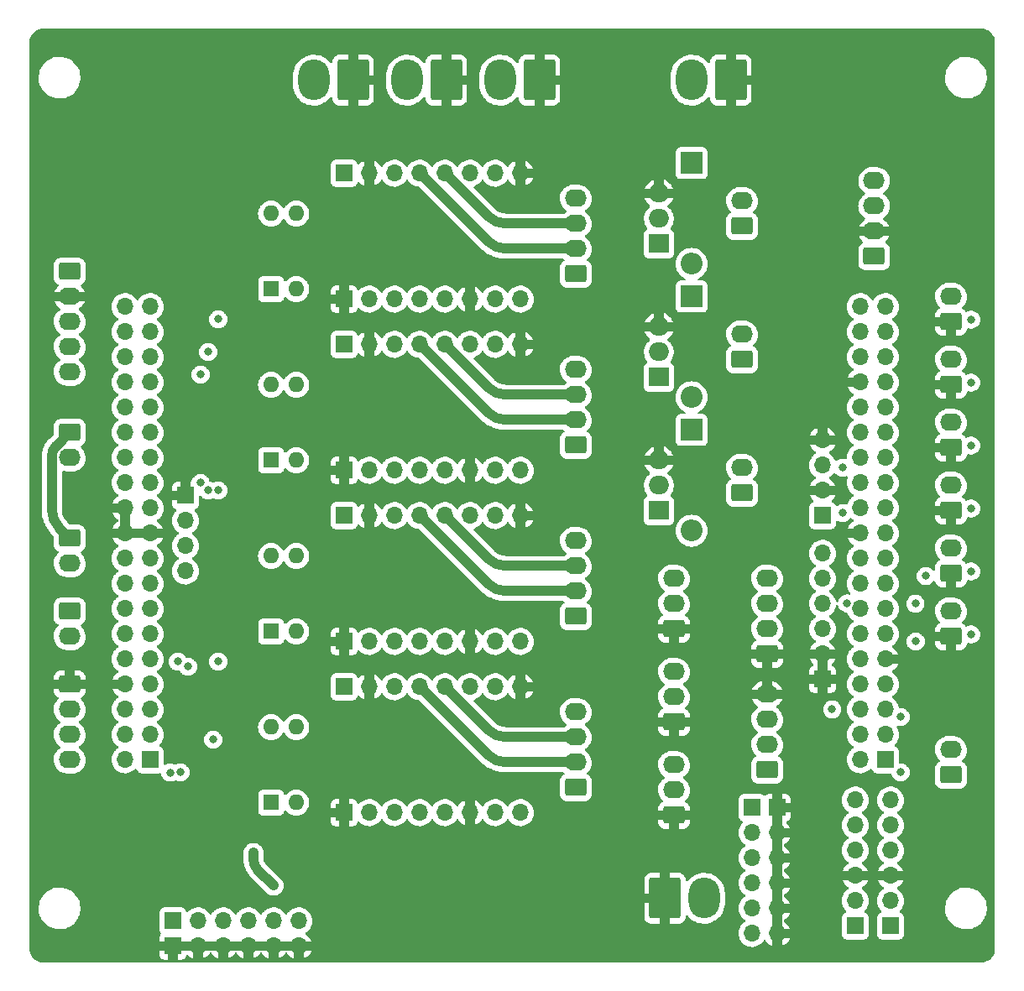
<source format=gbr>
%TF.GenerationSoftware,KiCad,Pcbnew,6.0.4-6f826c9f35~116~ubuntu21.10.1*%
%TF.CreationDate,2022-04-21T21:07:43+02:00*%
%TF.ProjectId,Interco_nucleo_4couches-rounded,496e7465-7263-46f5-9f6e-75636c656f5f,rev?*%
%TF.SameCoordinates,Original*%
%TF.FileFunction,Copper,L2,Inr*%
%TF.FilePolarity,Positive*%
%FSLAX46Y46*%
G04 Gerber Fmt 4.6, Leading zero omitted, Abs format (unit mm)*
G04 Created by KiCad (PCBNEW 6.0.4-6f826c9f35~116~ubuntu21.10.1) date 2022-04-21 21:07:43*
%MOMM*%
%LPD*%
G01*
G04 APERTURE LIST*
G04 Aperture macros list*
%AMRoundRect*
0 Rectangle with rounded corners*
0 $1 Rounding radius*
0 $2 $3 $4 $5 $6 $7 $8 $9 X,Y pos of 4 corners*
0 Add a 4 corners polygon primitive as box body*
4,1,4,$2,$3,$4,$5,$6,$7,$8,$9,$2,$3,0*
0 Add four circle primitives for the rounded corners*
1,1,$1+$1,$2,$3*
1,1,$1+$1,$4,$5*
1,1,$1+$1,$6,$7*
1,1,$1+$1,$8,$9*
0 Add four rect primitives between the rounded corners*
20,1,$1+$1,$2,$3,$4,$5,0*
20,1,$1+$1,$4,$5,$6,$7,0*
20,1,$1+$1,$6,$7,$8,$9,0*
20,1,$1+$1,$8,$9,$2,$3,0*%
G04 Aperture macros list end*
%TA.AperFunction,ComponentPad*%
%ADD10R,1.700000X1.700000*%
%TD*%
%TA.AperFunction,ComponentPad*%
%ADD11O,1.700000X1.700000*%
%TD*%
%TA.AperFunction,ComponentPad*%
%ADD12RoundRect,0.250000X0.845000X-0.620000X0.845000X0.620000X-0.845000X0.620000X-0.845000X-0.620000X0*%
%TD*%
%TA.AperFunction,ComponentPad*%
%ADD13O,2.190000X1.740000*%
%TD*%
%TA.AperFunction,ComponentPad*%
%ADD14RoundRect,0.250000X-0.845000X0.620000X-0.845000X-0.620000X0.845000X-0.620000X0.845000X0.620000X0*%
%TD*%
%TA.AperFunction,ComponentPad*%
%ADD15RoundRect,0.250000X-1.330000X-1.800000X1.330000X-1.800000X1.330000X1.800000X-1.330000X1.800000X0*%
%TD*%
%TA.AperFunction,ComponentPad*%
%ADD16O,3.160000X4.100000*%
%TD*%
%TA.AperFunction,ComponentPad*%
%ADD17R,2.200000X2.200000*%
%TD*%
%TA.AperFunction,ComponentPad*%
%ADD18O,2.200000X2.200000*%
%TD*%
%TA.AperFunction,ComponentPad*%
%ADD19R,1.600000X1.600000*%
%TD*%
%TA.AperFunction,ComponentPad*%
%ADD20O,1.600000X1.600000*%
%TD*%
%TA.AperFunction,ComponentPad*%
%ADD21RoundRect,0.250000X1.330000X1.800000X-1.330000X1.800000X-1.330000X-1.800000X1.330000X-1.800000X0*%
%TD*%
%TA.AperFunction,ComponentPad*%
%ADD22R,2.000000X1.905000*%
%TD*%
%TA.AperFunction,ComponentPad*%
%ADD23O,2.000000X1.905000*%
%TD*%
%TA.AperFunction,ViaPad*%
%ADD24C,0.800000*%
%TD*%
%TA.AperFunction,Conductor*%
%ADD25C,1.000000*%
%TD*%
G04 APERTURE END LIST*
D10*
%TO.N,/PA_7*%
%TO.C,J28*%
X121666000Y-129794000D03*
D11*
%TO.N,/PA_6*%
X121666000Y-127254000D03*
%TO.N,GND*%
X121666000Y-124714000D03*
%TO.N,/PA_5*%
X121666000Y-122174000D03*
%TO.N,/3V3_LDO*%
X121666000Y-119634000D03*
%TO.N,/PA_8*%
X121666000Y-117094000D03*
%TD*%
D10*
%TO.N,GND*%
%TO.C,U12*%
X66548000Y-83820000D03*
D11*
%TO.N,Net-(R15-Pad1)*%
X69088000Y-83820000D03*
%TO.N,Net-(R14-Pad1)*%
X71628000Y-83820000D03*
%TO.N,/PC_12*%
X74168000Y-83820000D03*
%TO.N,unconnected-(U12-Pad5)*%
X76708000Y-83820000D03*
%TO.N,GND*%
X79248000Y-83820000D03*
%TO.N,/PC_1*%
X81788000Y-83820000D03*
%TO.N,/D2*%
X84328000Y-83820000D03*
%TO.N,GND*%
X84328000Y-71120000D03*
%TO.N,/3V3_LDO*%
X81788000Y-71120000D03*
%TO.N,/B22*%
X79248000Y-71120000D03*
%TO.N,/B21*%
X76708000Y-71120000D03*
%TO.N,/A21*%
X74168000Y-71120000D03*
%TO.N,/A22*%
X71628000Y-71120000D03*
%TO.N,GND*%
X69088000Y-71120000D03*
D10*
%TO.N,/V_LIPO*%
X66548000Y-71120000D03*
%TD*%
D12*
%TO.N,GND*%
%TO.C,J34*%
X127762000Y-94234000D03*
D13*
%TO.N,Net-(J34-Pad2)*%
X127762000Y-91694000D03*
%TD*%
D14*
%TO.N,/3V3_LDO*%
%TO.C,J41*%
X38862000Y-90678000D03*
D13*
%TO.N,Net-(J41-Pad2)*%
X38862000Y-93218000D03*
%TD*%
D15*
%TO.N,GND*%
%TO.C,J52*%
X98910000Y-127000000D03*
D16*
%TO.N,/5V0*%
X102870000Y-127000000D03*
%TD*%
D17*
%TO.N,/electroaimant_12V*%
%TO.C,D22*%
X101600000Y-52832000D03*
D18*
%TO.N,Net-(D22-Pad2)*%
X101600000Y-62992000D03*
%TD*%
D12*
%TO.N,/A22*%
%TO.C,J12*%
X89916000Y-81280000D03*
D13*
%TO.N,/A21*%
X89916000Y-78740000D03*
%TO.N,/B21*%
X89916000Y-76200000D03*
%TO.N,/B22*%
X89916000Y-73660000D03*
%TD*%
D19*
%TO.N,Net-(R20-Pad1)*%
%TO.C,SW20*%
X59182000Y-65532000D03*
D20*
%TO.N,Net-(R21-Pad1)*%
X61722000Y-65532000D03*
%TO.N,/3V3_LDO*%
X61722000Y-57912000D03*
X59182000Y-57912000D03*
%TD*%
D17*
%TO.N,/electroaimant_12V*%
%TO.C,D20*%
X101600000Y-66294000D03*
D18*
%TO.N,Net-(D20-Pad2)*%
X101600000Y-76454000D03*
%TD*%
D12*
%TO.N,Net-(D21-Pad2)*%
%TO.C,J24*%
X106680000Y-86106000D03*
D13*
%TO.N,/electroaimant_12V*%
X106680000Y-83566000D03*
%TD*%
D14*
%TO.N,/3V3_LDO*%
%TO.C,J43*%
X38862000Y-98044000D03*
D13*
%TO.N,Net-(J43-Pad2)*%
X38862000Y-100584000D03*
%TD*%
D10*
%TO.N,/PA_7*%
%TO.C,J29*%
X118110000Y-129794000D03*
D11*
%TO.N,/PA_6*%
X118110000Y-127254000D03*
%TO.N,GND*%
X118110000Y-124714000D03*
%TO.N,/PA_5*%
X118110000Y-122174000D03*
%TO.N,/3V3_LDO*%
X118110000Y-119634000D03*
%TO.N,/PB_2*%
X118110000Y-117094000D03*
%TD*%
D21*
%TO.N,GND*%
%TO.C,J500*%
X76858000Y-44450000D03*
D16*
%TO.N,/V_LIPO*%
X72898000Y-44450000D03*
%TD*%
D22*
%TO.N,/PB_1*%
%TO.C,Q21*%
X98298000Y-87884000D03*
D23*
%TO.N,Net-(D21-Pad2)*%
X98298000Y-85344000D03*
%TO.N,GND*%
X98298000Y-82804000D03*
%TD*%
D12*
%TO.N,GND*%
%TO.C,J22*%
X99822000Y-118618000D03*
D13*
%TO.N,/5V0*%
X99822000Y-116078000D03*
%TO.N,/PB_8*%
X99822000Y-113538000D03*
%TD*%
D12*
%TO.N,GND*%
%TO.C,J21*%
X99822000Y-109220000D03*
D13*
%TO.N,/5V0*%
X99822000Y-106680000D03*
%TO.N,/PB_9*%
X99822000Y-104140000D03*
%TD*%
D10*
%TO.N,GND*%
%TO.C,U20*%
X66548000Y-66548000D03*
D11*
%TO.N,Net-(R21-Pad1)*%
X69088000Y-66548000D03*
%TO.N,Net-(R20-Pad1)*%
X71628000Y-66548000D03*
%TO.N,/PC_12*%
X74168000Y-66548000D03*
%TO.N,unconnected-(U20-Pad5)*%
X76708000Y-66548000D03*
%TO.N,GND*%
X79248000Y-66548000D03*
%TO.N,/PC_3*%
X81788000Y-66548000D03*
%TO.N,/D3*%
X84328000Y-66548000D03*
%TO.N,GND*%
X84328000Y-53848000D03*
%TO.N,/3V3_LDO*%
X81788000Y-53848000D03*
%TO.N,/B32*%
X79248000Y-53848000D03*
%TO.N,/B31*%
X76708000Y-53848000D03*
%TO.N,/A31*%
X74168000Y-53848000D03*
%TO.N,/A32*%
X71628000Y-53848000D03*
%TO.N,GND*%
X69088000Y-53848000D03*
D10*
%TO.N,/V_LIPO*%
X66548000Y-53848000D03*
%TD*%
D12*
%TO.N,/LIDAR_RX*%
%TO.C,J36*%
X120015000Y-62230000D03*
D13*
%TO.N,GND*%
X120015000Y-59690000D03*
%TO.N,/LIDAR_TX*%
X120015000Y-57150000D03*
%TO.N,/5V0*%
X120015000Y-54610000D03*
%TD*%
D14*
%TO.N,/5V0*%
%TO.C,J26*%
X38862000Y-63754000D03*
D13*
%TO.N,GND*%
X38862000Y-66294000D03*
%TO.N,/PC_2*%
X38862000Y-68834000D03*
%TO.N,/PA_1*%
X38862000Y-71374000D03*
%TO.N,/PA_0*%
X38862000Y-73914000D03*
%TD*%
D12*
%TO.N,Net-(D22-Pad2)*%
%TO.C,J25*%
X106680000Y-59182000D03*
D13*
%TO.N,/electroaimant_12V*%
X106680000Y-56642000D03*
%TD*%
D10*
%TO.N,GND*%
%TO.C,J03*%
X50546000Y-86360000D03*
D11*
%TO.N,/PB_7*%
X50546000Y-88900000D03*
%TO.N,/5V*%
X50546000Y-91440000D03*
%TO.N,/3V3*%
X50546000Y-93980000D03*
%TD*%
D10*
%TO.N,GND*%
%TO.C,J54*%
X49276000Y-131826000D03*
D11*
X51816000Y-131826000D03*
X54356000Y-131826000D03*
X56896000Y-131826000D03*
X59436000Y-131826000D03*
X61976000Y-131826000D03*
%TD*%
D12*
%TO.N,/A12*%
%TO.C,J11*%
X89916000Y-98552000D03*
D13*
%TO.N,/A11*%
X89916000Y-96012000D03*
%TO.N,/B11*%
X89916000Y-93472000D03*
%TO.N,/B12*%
X89916000Y-90932000D03*
%TD*%
D19*
%TO.N,Net-(R14-Pad1)*%
%TO.C,SW12*%
X59182000Y-82804000D03*
D20*
%TO.N,Net-(R15-Pad1)*%
X61722000Y-82804000D03*
%TO.N,/3V3_LDO*%
X61722000Y-75184000D03*
X59182000Y-75184000D03*
%TD*%
D12*
%TO.N,Net-(D20-Pad2)*%
%TO.C,J23*%
X106680000Y-72644000D03*
D13*
%TO.N,/electroaimant_12V*%
X106680000Y-70104000D03*
%TD*%
D19*
%TO.N,Net-(R10-Pad1)*%
%TO.C,SW10*%
X59182000Y-117348000D03*
D20*
%TO.N,Net-(R11-Pad1)*%
X61722000Y-117348000D03*
%TO.N,/3V3_LDO*%
X61722000Y-109728000D03*
X59182000Y-109728000D03*
%TD*%
D14*
%TO.N,/3V3_LDO*%
%TO.C,J40*%
X38862000Y-80010000D03*
D13*
%TO.N,Net-(J40-Pad2)*%
X38862000Y-82550000D03*
%TD*%
D21*
%TO.N,GND*%
%TO.C,J502*%
X67460000Y-44450000D03*
D16*
%TO.N,/V_LIPO*%
X63500000Y-44450000D03*
%TD*%
D12*
%TO.N,GND*%
%TO.C,J32*%
X127762000Y-81534000D03*
D13*
%TO.N,Net-(J32-Pad2)*%
X127762000Y-78994000D03*
%TD*%
D12*
%TO.N,GND*%
%TO.C,J33*%
X127762000Y-87884000D03*
D13*
%TO.N,Net-(J33-Pad2)*%
X127762000Y-85344000D03*
%TD*%
D12*
%TO.N,/3V3_LDO*%
%TO.C,J42*%
X127762000Y-114554000D03*
D13*
%TO.N,Net-(J42-Pad2)*%
X127762000Y-112014000D03*
%TD*%
D10*
%TO.N,/5V0*%
%TO.C,J60*%
X107696000Y-117856000D03*
D11*
X107696000Y-120396000D03*
X107696000Y-122936000D03*
X107696000Y-125476000D03*
X107696000Y-128016000D03*
X107696000Y-130556000D03*
%TD*%
D21*
%TO.N,GND*%
%TO.C,J51*%
X105560000Y-44450000D03*
D16*
%TO.N,/electroaimant_12V*%
X101600000Y-44450000D03*
%TD*%
D21*
%TO.N,GND*%
%TO.C,J501*%
X86256000Y-44450000D03*
D16*
%TO.N,/V_LIPO*%
X82296000Y-44450000D03*
%TD*%
D10*
%TO.N,GND*%
%TO.C,J39*%
X114808000Y-104902000D03*
D11*
X114808000Y-102362000D03*
%TO.N,/5V0*%
X114808000Y-99822000D03*
%TO.N,/LORA_TX*%
X114808000Y-97282000D03*
%TO.N,/LORA_RX*%
X114808000Y-94742000D03*
%TO.N,unconnected-(J39-Pad6)*%
X114808000Y-92202000D03*
%TD*%
D17*
%TO.N,/electroaimant_12V*%
%TO.C,D21*%
X101600000Y-79756000D03*
D18*
%TO.N,Net-(D21-Pad2)*%
X101600000Y-89916000D03*
%TD*%
D10*
%TO.N,/PC_5*%
%TO.C,J04*%
X114808000Y-88392000D03*
D11*
%TO.N,GND*%
X114808000Y-85852000D03*
%TO.N,/PB_6*%
X114808000Y-83312000D03*
%TO.N,GND*%
X114808000Y-80772000D03*
%TD*%
D12*
%TO.N,Net-(D40-Pad1)*%
%TO.C,D40*%
X109220000Y-114046000D03*
D13*
%TO.N,Net-(D40-Pad2)*%
X109220000Y-111506000D03*
%TO.N,Net-(D40-Pad3)*%
X109220000Y-108966000D03*
%TO.N,GND*%
X109220000Y-106426000D03*
%TD*%
D10*
%TO.N,GND*%
%TO.C,U11*%
X66548000Y-101092000D03*
D11*
%TO.N,Net-(R13-Pad1)*%
X69088000Y-101092000D03*
%TO.N,Net-(R12-Pad1)*%
X71628000Y-101092000D03*
%TO.N,/PC_12*%
X74168000Y-101092000D03*
%TO.N,unconnected-(U11-Pad5)*%
X76708000Y-101092000D03*
%TO.N,GND*%
X79248000Y-101092000D03*
%TO.N,/PH_1*%
X81788000Y-101092000D03*
%TO.N,/D1*%
X84328000Y-101092000D03*
%TO.N,GND*%
X84328000Y-88392000D03*
%TO.N,/3V3_LDO*%
X81788000Y-88392000D03*
%TO.N,/B12*%
X79248000Y-88392000D03*
%TO.N,/B11*%
X76708000Y-88392000D03*
%TO.N,/A11*%
X74168000Y-88392000D03*
%TO.N,/A12*%
X71628000Y-88392000D03*
%TO.N,GND*%
X69088000Y-88392000D03*
D10*
%TO.N,/V_LIPO*%
X66548000Y-88392000D03*
%TD*%
D14*
%TO.N,GND*%
%TO.C,J38*%
X38862000Y-105410000D03*
D13*
%TO.N,/7SEG_TX*%
X38862000Y-107950000D03*
%TO.N,/7SEG_RX*%
X38862000Y-110490000D03*
%TO.N,/5V0*%
X38862000Y-113030000D03*
%TD*%
D12*
%TO.N,GND*%
%TO.C,J31*%
X127762000Y-75184000D03*
D13*
%TO.N,Net-(J31-Pad2)*%
X127762000Y-72644000D03*
%TD*%
D12*
%TO.N,GND*%
%TO.C,J20*%
X99822000Y-99822000D03*
D13*
%TO.N,/5V0*%
X99822000Y-97282000D03*
%TO.N,/PB_10*%
X99822000Y-94742000D03*
%TD*%
D12*
%TO.N,GND*%
%TO.C,J30*%
X127762000Y-68834000D03*
D13*
%TO.N,Net-(J30-Pad2)*%
X127762000Y-66294000D03*
%TD*%
D12*
%TO.N,GND*%
%TO.C,J35*%
X127762000Y-100584000D03*
D13*
%TO.N,Net-(J35-Pad2)*%
X127762000Y-98044000D03*
%TD*%
D12*
%TO.N,/A32*%
%TO.C,J27*%
X89916000Y-64008000D03*
D13*
%TO.N,/A31*%
X89916000Y-61468000D03*
%TO.N,/B31*%
X89916000Y-58928000D03*
%TO.N,/B32*%
X89916000Y-56388000D03*
%TD*%
D22*
%TO.N,/PB_3*%
%TO.C,Q20*%
X98298000Y-74422000D03*
D23*
%TO.N,Net-(D20-Pad2)*%
X98298000Y-71882000D03*
%TO.N,GND*%
X98298000Y-69342000D03*
%TD*%
D12*
%TO.N,GND*%
%TO.C,J37*%
X109220000Y-102362000D03*
D13*
%TO.N,/LORA_TX*%
X109220000Y-99822000D03*
%TO.N,/LORA_RX*%
X109220000Y-97282000D03*
%TO.N,/5V0*%
X109220000Y-94742000D03*
%TD*%
D10*
%TO.N,/3V3_LDO*%
%TO.C,J53*%
X49276000Y-129286000D03*
D11*
X51816000Y-129286000D03*
X54356000Y-129286000D03*
X56896000Y-129286000D03*
X59436000Y-129286000D03*
X61976000Y-129286000D03*
%TD*%
D19*
%TO.N,Net-(R12-Pad1)*%
%TO.C,SW11*%
X59182000Y-100076000D03*
D20*
%TO.N,Net-(R13-Pad1)*%
X61722000Y-100076000D03*
%TO.N,/3V3_LDO*%
X61722000Y-92456000D03*
X59182000Y-92456000D03*
%TD*%
D10*
%TO.N,GND*%
%TO.C,U10*%
X66548000Y-118364000D03*
D11*
%TO.N,Net-(R11-Pad1)*%
X69088000Y-118364000D03*
%TO.N,Net-(R10-Pad1)*%
X71628000Y-118364000D03*
%TO.N,/PC_12*%
X74168000Y-118364000D03*
%TO.N,unconnected-(U10-Pad5)*%
X76708000Y-118364000D03*
%TO.N,GND*%
X79248000Y-118364000D03*
%TO.N,/PA_14*%
X81788000Y-118364000D03*
%TO.N,/D0*%
X84328000Y-118364000D03*
%TO.N,GND*%
X84328000Y-105664000D03*
%TO.N,/3V3_LDO*%
X81788000Y-105664000D03*
%TO.N,/B02*%
X79248000Y-105664000D03*
%TO.N,/B01*%
X76708000Y-105664000D03*
%TO.N,/A01*%
X74168000Y-105664000D03*
%TO.N,/A02*%
X71628000Y-105664000D03*
%TO.N,GND*%
X69088000Y-105664000D03*
D10*
%TO.N,/V_LIPO*%
X66548000Y-105664000D03*
%TD*%
%TO.N,GND*%
%TO.C,J61*%
X110236000Y-117856000D03*
D11*
X110236000Y-120396000D03*
X110236000Y-122936000D03*
X110236000Y-125476000D03*
X110236000Y-128016000D03*
X110236000Y-130556000D03*
%TD*%
D22*
%TO.N,/PC_4*%
%TO.C,Q22*%
X98298000Y-60960000D03*
D23*
%TO.N,Net-(D22-Pad2)*%
X98298000Y-58420000D03*
%TO.N,GND*%
X98298000Y-55880000D03*
%TD*%
D12*
%TO.N,/A02*%
%TO.C,J10*%
X89916000Y-115824000D03*
D13*
%TO.N,/A01*%
X89916000Y-113284000D03*
%TO.N,/B01*%
X89916000Y-110744000D03*
%TO.N,/B02*%
X89916000Y-108204000D03*
%TD*%
D10*
%TO.N,/7SEG_RX*%
%TO.C,J01*%
X46990000Y-113030000D03*
D11*
%TO.N,/7SEG_TX*%
X44450000Y-113030000D03*
%TO.N,/PC_12*%
X46990000Y-110490000D03*
%TO.N,/PD_2*%
X44450000Y-110490000D03*
%TO.N,/VDD*%
X46990000Y-107950000D03*
%TO.N,/E5V*%
X44450000Y-107950000D03*
%TO.N,/BOOT0*%
X46990000Y-105410000D03*
%TO.N,GND*%
X44450000Y-105410000D03*
%TO.N,unconnected-(J01-Pad9)*%
X46990000Y-102870000D03*
%TO.N,unconnected-(J01-Pad10)*%
X44450000Y-102870000D03*
%TO.N,unconnected-(J01-Pad11)*%
X46990000Y-100330000D03*
%TO.N,/IOREF*%
X44450000Y-100330000D03*
%TO.N,/D0*%
X46990000Y-97790000D03*
%TO.N,/RESET*%
X44450000Y-97790000D03*
%TO.N,/PA_14*%
X46990000Y-95250000D03*
%TO.N,/3V3*%
X44450000Y-95250000D03*
%TO.N,/PA_15*%
X46990000Y-92710000D03*
%TO.N,/5V*%
X44450000Y-92710000D03*
%TO.N,GND*%
X46990000Y-90170000D03*
X44450000Y-90170000D03*
%TO.N,/PB_7*%
X46990000Y-87630000D03*
%TO.N,GND*%
X44450000Y-87630000D03*
%TO.N,/PC_13*%
X46990000Y-85090000D03*
%TO.N,/5V0*%
X44450000Y-85090000D03*
%TO.N,/PC_14*%
X46990000Y-82550000D03*
%TO.N,unconnected-(J01-Pad26)*%
X44450000Y-82550000D03*
%TO.N,/PC_15*%
X46990000Y-80010000D03*
%TO.N,/PA_0*%
X44450000Y-80010000D03*
%TO.N,/PH_0*%
X46990000Y-77470000D03*
%TO.N,/PA_1*%
X44450000Y-77470000D03*
%TO.N,/PH_1*%
X46990000Y-74930000D03*
%TO.N,/D1*%
X44450000Y-74930000D03*
%TO.N,/VBAT*%
X46990000Y-72390000D03*
%TO.N,/D2*%
X44450000Y-72390000D03*
%TO.N,/PC_2*%
X46990000Y-69850000D03*
%TO.N,/PC_1*%
X44450000Y-69850000D03*
%TO.N,/PC_3*%
X46990000Y-67310000D03*
%TO.N,/D3*%
X44450000Y-67310000D03*
%TD*%
D10*
%TO.N,/PC_9*%
%TO.C,J02*%
X121158000Y-113030000D03*
D11*
%TO.N,/PC_8*%
X118618000Y-113030000D03*
%TO.N,/PB_8*%
X121158000Y-110490000D03*
%TO.N,/LORA_TX*%
X118618000Y-110490000D03*
%TO.N,/PB_9*%
X121158000Y-107950000D03*
%TO.N,/PC_5*%
X118618000Y-107950000D03*
%TO.N,/AVDD*%
X121158000Y-105410000D03*
%TO.N,/U5V*%
X118618000Y-105410000D03*
%TO.N,GND*%
X121158000Y-102870000D03*
%TO.N,unconnected-(J02-Pad10)*%
X118618000Y-102870000D03*
%TO.N,/PA_5*%
X121158000Y-100330000D03*
%TO.N,/PA_12*%
X118618000Y-100330000D03*
%TO.N,/PA_6*%
X121158000Y-97790000D03*
%TO.N,/PA_11*%
X118618000Y-97790000D03*
%TO.N,/PA_7*%
X121158000Y-95250000D03*
%TO.N,/PB_12*%
X118618000Y-95250000D03*
%TO.N,/PB_6*%
X121158000Y-92710000D03*
%TO.N,unconnected-(J02-Pad18)*%
X118618000Y-92710000D03*
%TO.N,/LORA_RX*%
X121158000Y-90170000D03*
%TO.N,GND*%
X118618000Y-90170000D03*
%TO.N,/LIDAR_RX*%
X121158000Y-87630000D03*
%TO.N,/PB_2*%
X118618000Y-87630000D03*
%TO.N,/PA_8*%
X121158000Y-85090000D03*
%TO.N,/PB_1*%
X118618000Y-85090000D03*
%TO.N,/PB_10*%
X121158000Y-82550000D03*
%TO.N,/PB_15*%
X118618000Y-82550000D03*
%TO.N,/PB_4*%
X121158000Y-80010000D03*
%TO.N,/PB_14*%
X118618000Y-80010000D03*
%TO.N,/PB_5*%
X121158000Y-77470000D03*
%TO.N,/PB_13*%
X118618000Y-77470000D03*
%TO.N,/PB_3*%
X121158000Y-74930000D03*
%TO.N,GND*%
X118618000Y-74930000D03*
%TO.N,/LIDAR_TX*%
X121158000Y-72390000D03*
%TO.N,/PC_4*%
X118618000Y-72390000D03*
%TO.N,/PA_2*%
X121158000Y-69850000D03*
%TO.N,unconnected-(J02-Pad36)*%
X118618000Y-69850000D03*
%TO.N,/PA_3*%
X121158000Y-67310000D03*
%TO.N,unconnected-(J02-Pad38)*%
X118618000Y-67310000D03*
%TD*%
D24*
%TO.N,GND*%
X60198000Y-127508000D03*
X88646000Y-129794000D03*
X110236000Y-59944000D03*
X95250000Y-126492000D03*
X35306000Y-87884000D03*
X110236000Y-83312000D03*
X35306000Y-113284000D03*
X113284000Y-60198000D03*
X113284000Y-73152000D03*
X131572000Y-68834000D03*
X58674000Y-40386000D03*
X44958000Y-127000000D03*
X113284000Y-62738000D03*
X71882000Y-122682000D03*
X50038000Y-112522000D03*
X91694000Y-41910000D03*
X66802000Y-130556000D03*
X131572000Y-87884000D03*
X79248000Y-131572000D03*
X110236000Y-90424000D03*
X51816000Y-122682000D03*
X91694000Y-69342000D03*
X91694000Y-44450000D03*
X96012000Y-95758000D03*
X55880000Y-83820000D03*
X55880000Y-108204000D03*
X110236000Y-57404000D03*
X95250000Y-114554000D03*
X93472000Y-96266000D03*
X61722000Y-122682000D03*
X91694000Y-71882000D03*
X55118000Y-127508000D03*
X44958000Y-119888000D03*
X87122000Y-122682000D03*
X82042000Y-122682000D03*
X59182000Y-122682000D03*
X58674000Y-55626000D03*
X131572000Y-112014000D03*
X95250000Y-112014000D03*
X91694000Y-52070000D03*
X79502000Y-122682000D03*
X35306000Y-85344000D03*
X43180000Y-118110000D03*
X35306000Y-78232000D03*
X128524000Y-118872000D03*
X55880000Y-113284000D03*
X55880000Y-59436000D03*
X51816000Y-114300000D03*
X86106000Y-129794000D03*
X110236000Y-78232000D03*
X110236000Y-75692000D03*
X76962000Y-122682000D03*
X35306000Y-86614000D03*
X49276000Y-122682000D03*
X91694000Y-106172000D03*
X55880000Y-90932000D03*
X64262000Y-122682000D03*
X110236000Y-73152000D03*
X35306000Y-115824000D03*
X95250000Y-104902000D03*
X91694000Y-46990000D03*
X74422000Y-122682000D03*
X110236000Y-80772000D03*
X113284000Y-65278000D03*
X41402000Y-123444000D03*
X46736000Y-121666000D03*
X69342000Y-122682000D03*
X114300000Y-57912000D03*
X113284000Y-70612000D03*
X55880000Y-73660000D03*
X55880000Y-101092000D03*
X127000000Y-120396000D03*
X55880000Y-56896000D03*
X66802000Y-122682000D03*
X83566000Y-130302000D03*
X58674000Y-50546000D03*
X57658000Y-127508000D03*
X50038000Y-127508000D03*
X95250000Y-121412000D03*
X91694000Y-118364000D03*
X131572000Y-81534000D03*
X52578000Y-127508000D03*
X91694000Y-103632000D03*
X84582000Y-122682000D03*
X43180000Y-125222000D03*
X37846000Y-119888000D03*
X91694000Y-66802000D03*
X36068000Y-118110000D03*
X54356000Y-122682000D03*
X95250000Y-123952000D03*
X74422000Y-130556000D03*
X47498000Y-127508000D03*
X76962000Y-130556000D03*
X111760000Y-55372000D03*
X55880000Y-98552000D03*
X55880000Y-105664000D03*
X55880000Y-64516000D03*
X39624000Y-121666000D03*
X53594000Y-116078000D03*
X81788000Y-132080000D03*
X110236000Y-70612000D03*
X113284000Y-75692000D03*
X58674000Y-53086000D03*
X55880000Y-78740000D03*
X69342000Y-130556000D03*
X35306000Y-76962000D03*
X110236000Y-68072000D03*
X113284000Y-78232000D03*
X55880000Y-88392000D03*
X91186000Y-129794000D03*
X55372000Y-117856000D03*
X55880000Y-71120000D03*
X131572000Y-100584000D03*
X35306000Y-75692000D03*
X91694000Y-86614000D03*
X71882000Y-130556000D03*
X89662000Y-122682000D03*
X55880000Y-110744000D03*
X91694000Y-120904000D03*
X64262000Y-130556000D03*
X55880000Y-61976000D03*
X91694000Y-84074000D03*
X92202000Y-98552000D03*
X91694000Y-89154000D03*
X95250000Y-102362000D03*
X131572000Y-94234000D03*
X131572000Y-75184000D03*
X55880000Y-93472000D03*
X58674000Y-45466000D03*
X110236000Y-65532000D03*
X91694000Y-54610000D03*
X55880000Y-81280000D03*
X107696000Y-92964000D03*
X131572000Y-114554000D03*
X110236000Y-62484000D03*
X55880000Y-76200000D03*
X91694000Y-49530000D03*
X58674000Y-48006000D03*
X116078000Y-56134000D03*
X55880000Y-96012000D03*
X58928000Y-71120000D03*
X113284000Y-53340000D03*
X129540000Y-116586000D03*
X91694000Y-101092000D03*
X58674000Y-42926000D03*
X55880000Y-67056000D03*
%TO.N,/3V3_LDO*%
X129794000Y-81323000D03*
X59436000Y-125730000D03*
X129794000Y-87673000D03*
X129794000Y-68623000D03*
X129794000Y-94023000D03*
X57404000Y-122428000D03*
X129794000Y-74973000D03*
X129794000Y-100373000D03*
%TO.N,/D0*%
X49000023Y-114321977D03*
%TO.N,/D1*%
X49784000Y-103124000D03*
%TO.N,/D2*%
X52070000Y-74168000D03*
X52070000Y-85090000D03*
%TO.N,/PC_5*%
X115773159Y-107950000D03*
%TO.N,/PA_5*%
X124206000Y-101092000D03*
%TO.N,/PA_6*%
X124181011Y-97282000D03*
%TO.N,/PA_7*%
X125222000Y-94488000D03*
%TO.N,/PB_6*%
X116840000Y-88138000D03*
X116840000Y-83566000D03*
%TO.N,/LORA_TX*%
X117272170Y-97251668D03*
%TO.N,/PC_12*%
X53848000Y-103124000D03*
X53340000Y-110998000D03*
X53848000Y-68580000D03*
X53848000Y-85852000D03*
%TO.N,/PA_14*%
X50038000Y-114300000D03*
%TO.N,/PH_1*%
X50800000Y-103632000D03*
%TO.N,/PC_1*%
X52832000Y-71882000D03*
X52832000Y-85852000D03*
%TO.N,/PB_4*%
X122682000Y-108712000D03*
%TO.N,/PB_5*%
X122682000Y-114300000D03*
%TD*%
D25*
%TO.N,/3V3_LDO*%
X59436000Y-125730000D02*
X57853012Y-124147012D01*
X57404000Y-122428000D02*
X57404000Y-123063000D01*
X37067480Y-82403284D02*
X37067480Y-87756498D01*
X37864376Y-89680376D02*
X38862000Y-90678000D01*
X37490872Y-81381127D02*
X38862000Y-80010000D01*
X37067461Y-82403284D02*
G75*
G02*
X37490872Y-81381127I1445539J-16D01*
G01*
X37864366Y-89680386D02*
G75*
G02*
X37067480Y-87756498I1923934J1923886D01*
G01*
X57853017Y-124147007D02*
G75*
G02*
X57404000Y-123063000I1083983J1084007D01*
G01*
%TO.N,/A01*%
X80991103Y-112487103D02*
X74168000Y-105664000D01*
X82914981Y-113284000D02*
X89916000Y-113284000D01*
X82914981Y-113284005D02*
G75*
G02*
X80991103Y-112487103I19J2720805D01*
G01*
%TO.N,/B01*%
X80991103Y-109947103D02*
X76708000Y-105664000D01*
X82914981Y-110744000D02*
X89916000Y-110744000D01*
X82914981Y-110744005D02*
G75*
G02*
X80991103Y-109947103I19J2720805D01*
G01*
%TO.N,/A11*%
X80991103Y-95215103D02*
X74168000Y-88392000D01*
X82914981Y-96012000D02*
X89916000Y-96012000D01*
X82914981Y-96012005D02*
G75*
G02*
X80991103Y-95215103I19J2720805D01*
G01*
%TO.N,/B11*%
X82914981Y-93472000D02*
X89916000Y-93472000D01*
X80991103Y-92675103D02*
X76708000Y-88392000D01*
X82914981Y-93472005D02*
G75*
G02*
X80991103Y-92675103I19J2720805D01*
G01*
%TO.N,/A21*%
X82914981Y-78740000D02*
X89916000Y-78740000D01*
X80991103Y-77943103D02*
X74168000Y-71120000D01*
X82914981Y-78740005D02*
G75*
G02*
X80991103Y-77943103I19J2720805D01*
G01*
%TO.N,/B21*%
X80991103Y-75403103D02*
X76708000Y-71120000D01*
X82914981Y-76200000D02*
X89916000Y-76200000D01*
X82914981Y-76200005D02*
G75*
G02*
X80991103Y-75403103I19J2720805D01*
G01*
%TO.N,/A31*%
X80991103Y-60671103D02*
X74168000Y-53848000D01*
X82914981Y-61468000D02*
X89916000Y-61468000D01*
X82914981Y-61468005D02*
G75*
G02*
X80991103Y-60671103I19J2720805D01*
G01*
%TO.N,/B31*%
X80991103Y-58131103D02*
X76708000Y-53848000D01*
X82914981Y-58928000D02*
X89916000Y-58928000D01*
X82914981Y-58928005D02*
G75*
G02*
X80991103Y-58131103I19J2720805D01*
G01*
%TD*%
%TA.AperFunction,Conductor*%
%TO.N,GND*%
G36*
X130780018Y-39245000D02*
G01*
X130794851Y-39247310D01*
X130794855Y-39247310D01*
X130803724Y-39248691D01*
X130817789Y-39246852D01*
X130844004Y-39246176D01*
X130977111Y-39256652D01*
X131018574Y-39259915D01*
X131038103Y-39263008D01*
X131231903Y-39309536D01*
X131250706Y-39315646D01*
X131434840Y-39391916D01*
X131452457Y-39400893D01*
X131622387Y-39505027D01*
X131638382Y-39516648D01*
X131789934Y-39646085D01*
X131803915Y-39660066D01*
X131933352Y-39811618D01*
X131944973Y-39827613D01*
X132049107Y-39997543D01*
X132058084Y-40015160D01*
X132134354Y-40199294D01*
X132140464Y-40218097D01*
X132186992Y-40411897D01*
X132190085Y-40431426D01*
X132203272Y-40598987D01*
X132202630Y-40615875D01*
X132202800Y-40615877D01*
X132202690Y-40624853D01*
X132201309Y-40633724D01*
X132202473Y-40642626D01*
X132202473Y-40642628D01*
X132205436Y-40665283D01*
X132206500Y-40681621D01*
X132206500Y-132030633D01*
X132205000Y-132050018D01*
X132202690Y-132064851D01*
X132202690Y-132064855D01*
X132201309Y-132073724D01*
X132203148Y-132087789D01*
X132203824Y-132114004D01*
X132193348Y-132247111D01*
X132190085Y-132288574D01*
X132186992Y-132308103D01*
X132140464Y-132501903D01*
X132134354Y-132520706D01*
X132058084Y-132704840D01*
X132049107Y-132722457D01*
X131944973Y-132892387D01*
X131933352Y-132908382D01*
X131803915Y-133059934D01*
X131789934Y-133073915D01*
X131638382Y-133203352D01*
X131622387Y-133214973D01*
X131452457Y-133319107D01*
X131434840Y-133328084D01*
X131250706Y-133404354D01*
X131231903Y-133410464D01*
X131038103Y-133456992D01*
X131018574Y-133460085D01*
X130851013Y-133473272D01*
X130834125Y-133472630D01*
X130834123Y-133472800D01*
X130825147Y-133472690D01*
X130816276Y-133471309D01*
X130807374Y-133472473D01*
X130807372Y-133472473D01*
X130792323Y-133474441D01*
X130784714Y-133475436D01*
X130768379Y-133476500D01*
X36244367Y-133476500D01*
X36224982Y-133475000D01*
X36210149Y-133472690D01*
X36210145Y-133472690D01*
X36201276Y-133471309D01*
X36187211Y-133473148D01*
X36160996Y-133473824D01*
X36027889Y-133463348D01*
X35986426Y-133460085D01*
X35966897Y-133456992D01*
X35773097Y-133410464D01*
X35754294Y-133404354D01*
X35570160Y-133328084D01*
X35552543Y-133319107D01*
X35382613Y-133214973D01*
X35366618Y-133203352D01*
X35215066Y-133073915D01*
X35201085Y-133059934D01*
X35071648Y-132908382D01*
X35060027Y-132892387D01*
X34955893Y-132722457D01*
X34954982Y-132720669D01*
X47918001Y-132720669D01*
X47918371Y-132727490D01*
X47923895Y-132778352D01*
X47927521Y-132793604D01*
X47972676Y-132914054D01*
X47981214Y-132929649D01*
X48057715Y-133031724D01*
X48070276Y-133044285D01*
X48172351Y-133120786D01*
X48187946Y-133129324D01*
X48308394Y-133174478D01*
X48323649Y-133178105D01*
X48374514Y-133183631D01*
X48381328Y-133184000D01*
X48757885Y-133184000D01*
X48773124Y-133179525D01*
X48774329Y-133178135D01*
X48776000Y-133170452D01*
X48776000Y-133165884D01*
X49776000Y-133165884D01*
X49780475Y-133181123D01*
X49781865Y-133182328D01*
X49789548Y-133183999D01*
X50170669Y-133183999D01*
X50177490Y-133183629D01*
X50228352Y-133178105D01*
X50243604Y-133174479D01*
X50364054Y-133129324D01*
X50379649Y-133120786D01*
X50481724Y-133044285D01*
X50494285Y-133031724D01*
X50570786Y-132929649D01*
X50579325Y-132914052D01*
X50620425Y-132804418D01*
X50663066Y-132747653D01*
X50729628Y-132722953D01*
X50798977Y-132738160D01*
X50833645Y-132766150D01*
X50859219Y-132795674D01*
X50866580Y-132802883D01*
X51030434Y-132938916D01*
X51038881Y-132944831D01*
X51222756Y-133052279D01*
X51232043Y-133056729D01*
X51299078Y-133082327D01*
X51313134Y-133083442D01*
X51316000Y-133078290D01*
X51316000Y-133075221D01*
X52316000Y-133075221D01*
X52319973Y-133088752D01*
X52323842Y-133089308D01*
X52324867Y-133088992D01*
X52509095Y-132998739D01*
X52517945Y-132993464D01*
X52691328Y-132869792D01*
X52699200Y-132863139D01*
X52850052Y-132712812D01*
X52856730Y-132704965D01*
X52984022Y-132527819D01*
X52985147Y-132528627D01*
X53032669Y-132484876D01*
X53102607Y-132472661D01*
X53168046Y-132500197D01*
X53195870Y-132532028D01*
X53253690Y-132626383D01*
X53259777Y-132634699D01*
X53399213Y-132795667D01*
X53406580Y-132802883D01*
X53570434Y-132938916D01*
X53578881Y-132944831D01*
X53762756Y-133052279D01*
X53772043Y-133056729D01*
X53839078Y-133082327D01*
X53853134Y-133083442D01*
X53856000Y-133078290D01*
X53856000Y-133075221D01*
X54856000Y-133075221D01*
X54859973Y-133088752D01*
X54863842Y-133089308D01*
X54864867Y-133088992D01*
X55049095Y-132998739D01*
X55057945Y-132993464D01*
X55231328Y-132869792D01*
X55239200Y-132863139D01*
X55390052Y-132712812D01*
X55396730Y-132704965D01*
X55524022Y-132527819D01*
X55525147Y-132528627D01*
X55572669Y-132484876D01*
X55642607Y-132472661D01*
X55708046Y-132500197D01*
X55735870Y-132532028D01*
X55793690Y-132626383D01*
X55799777Y-132634699D01*
X55939213Y-132795667D01*
X55946580Y-132802883D01*
X56110434Y-132938916D01*
X56118881Y-132944831D01*
X56302756Y-133052279D01*
X56312043Y-133056729D01*
X56379078Y-133082327D01*
X56393134Y-133083442D01*
X56396000Y-133078290D01*
X56396000Y-133075221D01*
X57396000Y-133075221D01*
X57399973Y-133088752D01*
X57403842Y-133089308D01*
X57404867Y-133088992D01*
X57589095Y-132998739D01*
X57597945Y-132993464D01*
X57771328Y-132869792D01*
X57779200Y-132863139D01*
X57930052Y-132712812D01*
X57936730Y-132704965D01*
X58064022Y-132527819D01*
X58065147Y-132528627D01*
X58112669Y-132484876D01*
X58182607Y-132472661D01*
X58248046Y-132500197D01*
X58275870Y-132532028D01*
X58333690Y-132626383D01*
X58339777Y-132634699D01*
X58479213Y-132795667D01*
X58486580Y-132802883D01*
X58650434Y-132938916D01*
X58658881Y-132944831D01*
X58842756Y-133052279D01*
X58852043Y-133056729D01*
X58919078Y-133082327D01*
X58933134Y-133083442D01*
X58936000Y-133078290D01*
X58936000Y-133075221D01*
X59936000Y-133075221D01*
X59939973Y-133088752D01*
X59943842Y-133089308D01*
X59944867Y-133088992D01*
X60129095Y-132998739D01*
X60137945Y-132993464D01*
X60311328Y-132869792D01*
X60319200Y-132863139D01*
X60470052Y-132712812D01*
X60476730Y-132704965D01*
X60604022Y-132527819D01*
X60605147Y-132528627D01*
X60652669Y-132484876D01*
X60722607Y-132472661D01*
X60788046Y-132500197D01*
X60815870Y-132532028D01*
X60873690Y-132626383D01*
X60879777Y-132634699D01*
X61019213Y-132795667D01*
X61026580Y-132802883D01*
X61190434Y-132938916D01*
X61198881Y-132944831D01*
X61382756Y-133052279D01*
X61392043Y-133056729D01*
X61459078Y-133082327D01*
X61473134Y-133083442D01*
X61476000Y-133078290D01*
X61476000Y-133075221D01*
X62476000Y-133075221D01*
X62479973Y-133088752D01*
X62483842Y-133089308D01*
X62484867Y-133088992D01*
X62669095Y-132998739D01*
X62677945Y-132993464D01*
X62851328Y-132869792D01*
X62859200Y-132863139D01*
X63010052Y-132712812D01*
X63016730Y-132704965D01*
X63141003Y-132532020D01*
X63146313Y-132523183D01*
X63238250Y-132337164D01*
X63238324Y-132329233D01*
X63231416Y-132326000D01*
X62494115Y-132326000D01*
X62478876Y-132330475D01*
X62477671Y-132331865D01*
X62476000Y-132339548D01*
X62476000Y-133075221D01*
X61476000Y-133075221D01*
X61476000Y-132344115D01*
X61471525Y-132328876D01*
X61470135Y-132327671D01*
X61462452Y-132326000D01*
X60713266Y-132326000D01*
X60713266Y-132325008D01*
X60701659Y-132326229D01*
X60698657Y-132326000D01*
X59954115Y-132326000D01*
X59938876Y-132330475D01*
X59937671Y-132331865D01*
X59936000Y-132339548D01*
X59936000Y-133075221D01*
X58936000Y-133075221D01*
X58936000Y-132344115D01*
X58931525Y-132328876D01*
X58930135Y-132327671D01*
X58922452Y-132326000D01*
X58173266Y-132326000D01*
X58173266Y-132325008D01*
X58161659Y-132326229D01*
X58158657Y-132326000D01*
X57414115Y-132326000D01*
X57398876Y-132330475D01*
X57397671Y-132331865D01*
X57396000Y-132339548D01*
X57396000Y-133075221D01*
X56396000Y-133075221D01*
X56396000Y-132344115D01*
X56391525Y-132328876D01*
X56390135Y-132327671D01*
X56382452Y-132326000D01*
X55633266Y-132326000D01*
X55633266Y-132325008D01*
X55621659Y-132326229D01*
X55618657Y-132326000D01*
X54874115Y-132326000D01*
X54858876Y-132330475D01*
X54857671Y-132331865D01*
X54856000Y-132339548D01*
X54856000Y-133075221D01*
X53856000Y-133075221D01*
X53856000Y-132344115D01*
X53851525Y-132328876D01*
X53850135Y-132327671D01*
X53842452Y-132326000D01*
X53093266Y-132326000D01*
X53093266Y-132325008D01*
X53081659Y-132326229D01*
X53078657Y-132326000D01*
X52334115Y-132326000D01*
X52318876Y-132330475D01*
X52317671Y-132331865D01*
X52316000Y-132339548D01*
X52316000Y-133075221D01*
X51316000Y-133075221D01*
X51316000Y-132344115D01*
X51311525Y-132328876D01*
X51310135Y-132327671D01*
X51302452Y-132326000D01*
X49794115Y-132326000D01*
X49778876Y-132330475D01*
X49777671Y-132331865D01*
X49776000Y-132339548D01*
X49776000Y-133165884D01*
X48776000Y-133165884D01*
X48776000Y-132344115D01*
X48771525Y-132328876D01*
X48770135Y-132327671D01*
X48762452Y-132326000D01*
X47936116Y-132326000D01*
X47920877Y-132330475D01*
X47919672Y-132331865D01*
X47918001Y-132339548D01*
X47918001Y-132720669D01*
X34954982Y-132720669D01*
X34946916Y-132704840D01*
X34870646Y-132520706D01*
X34864536Y-132501903D01*
X34818008Y-132308103D01*
X34814915Y-132288574D01*
X34802009Y-132124583D01*
X34802994Y-132102258D01*
X34802334Y-132102199D01*
X34802769Y-132097351D01*
X34803576Y-132092552D01*
X34803729Y-132080000D01*
X34799773Y-132052376D01*
X34798500Y-132034514D01*
X34798500Y-130184134D01*
X47917500Y-130184134D01*
X47924255Y-130246316D01*
X47975385Y-130382705D01*
X47992276Y-130405242D01*
X48048942Y-130480852D01*
X48073790Y-130547358D01*
X48058737Y-130616741D01*
X48048942Y-130631982D01*
X47981214Y-130722351D01*
X47972676Y-130737946D01*
X47927522Y-130858394D01*
X47923895Y-130873649D01*
X47918369Y-130924514D01*
X47918000Y-130931328D01*
X47918000Y-131307885D01*
X47922475Y-131323124D01*
X47923865Y-131324329D01*
X47931548Y-131326000D01*
X53079491Y-131326000D01*
X53079491Y-131327775D01*
X53090842Y-131326981D01*
X53090842Y-131326000D01*
X55619491Y-131326000D01*
X55619491Y-131327775D01*
X55630842Y-131326981D01*
X55630842Y-131326000D01*
X58159491Y-131326000D01*
X58159491Y-131327775D01*
X58170842Y-131326981D01*
X58170842Y-131326000D01*
X60699491Y-131326000D01*
X60699491Y-131327775D01*
X60710842Y-131326981D01*
X60710842Y-131326000D01*
X63221376Y-131326000D01*
X63234907Y-131322027D01*
X63235617Y-131317089D01*
X63178972Y-131186814D01*
X63174105Y-131177739D01*
X63058426Y-130998926D01*
X63052136Y-130990757D01*
X62908806Y-130833240D01*
X62901273Y-130826215D01*
X62734139Y-130694222D01*
X62725556Y-130688520D01*
X62688602Y-130668120D01*
X62638631Y-130617687D01*
X62623859Y-130548245D01*
X62633522Y-130522695D01*
X106333251Y-130522695D01*
X106333548Y-130527848D01*
X106333548Y-130527851D01*
X106343021Y-130692134D01*
X106346110Y-130745715D01*
X106347247Y-130750761D01*
X106347248Y-130750767D01*
X106359224Y-130803905D01*
X106395222Y-130963639D01*
X106449685Y-131097767D01*
X106468041Y-131142971D01*
X106479266Y-131170616D01*
X106595987Y-131361088D01*
X106742250Y-131529938D01*
X106914126Y-131672632D01*
X107107000Y-131785338D01*
X107315692Y-131865030D01*
X107320760Y-131866061D01*
X107320763Y-131866062D01*
X107428017Y-131887883D01*
X107534597Y-131909567D01*
X107539772Y-131909757D01*
X107539774Y-131909757D01*
X107752673Y-131917564D01*
X107752677Y-131917564D01*
X107757837Y-131917753D01*
X107762957Y-131917097D01*
X107762959Y-131917097D01*
X107974288Y-131890025D01*
X107974289Y-131890025D01*
X107979416Y-131889368D01*
X107984366Y-131887883D01*
X108188429Y-131826661D01*
X108188434Y-131826659D01*
X108193384Y-131825174D01*
X108393994Y-131726896D01*
X108575860Y-131597173D01*
X108734096Y-131439489D01*
X108793594Y-131356689D01*
X108864453Y-131258077D01*
X108865640Y-131258930D01*
X108912960Y-131215362D01*
X108982897Y-131203145D01*
X109048338Y-131230678D01*
X109076166Y-131262511D01*
X109133694Y-131356388D01*
X109139777Y-131364699D01*
X109279213Y-131525667D01*
X109286580Y-131532883D01*
X109450434Y-131668916D01*
X109458881Y-131674831D01*
X109642756Y-131782279D01*
X109652043Y-131786729D01*
X109719078Y-131812327D01*
X109733134Y-131813442D01*
X109736000Y-131808290D01*
X109736000Y-131805221D01*
X110736000Y-131805221D01*
X110739973Y-131818752D01*
X110743842Y-131819308D01*
X110744867Y-131818992D01*
X110929095Y-131728739D01*
X110937945Y-131723464D01*
X111111328Y-131599792D01*
X111119200Y-131593139D01*
X111270052Y-131442812D01*
X111276730Y-131434965D01*
X111401003Y-131262020D01*
X111406313Y-131253183D01*
X111498250Y-131067164D01*
X111498324Y-131059233D01*
X111491416Y-131056000D01*
X110754115Y-131056000D01*
X110738876Y-131060475D01*
X110737671Y-131061865D01*
X110736000Y-131069548D01*
X110736000Y-131805221D01*
X109736000Y-131805221D01*
X109736000Y-129290651D01*
X109737323Y-129290651D01*
X109736683Y-129283336D01*
X110734676Y-129283336D01*
X110735521Y-129292351D01*
X110736000Y-129292351D01*
X110736000Y-129297459D01*
X110736054Y-129298035D01*
X110736000Y-129298580D01*
X110736000Y-130037885D01*
X110740475Y-130053124D01*
X110741865Y-130054329D01*
X110749548Y-130056000D01*
X111481376Y-130056000D01*
X111494907Y-130052027D01*
X111495617Y-130047089D01*
X111438972Y-129916814D01*
X111434105Y-129907739D01*
X111318426Y-129728926D01*
X111312136Y-129720757D01*
X111168806Y-129563240D01*
X111161273Y-129556215D01*
X110994139Y-129424222D01*
X110985552Y-129418517D01*
X110948116Y-129397851D01*
X110898146Y-129347419D01*
X110883374Y-129277976D01*
X110908490Y-129211571D01*
X110935842Y-129184964D01*
X111111327Y-129059792D01*
X111119200Y-129053139D01*
X111270052Y-128902812D01*
X111276730Y-128894965D01*
X111401003Y-128722020D01*
X111406313Y-128713183D01*
X111498250Y-128527164D01*
X111498324Y-128519233D01*
X111491416Y-128516000D01*
X110754115Y-128516000D01*
X110738876Y-128520475D01*
X110737671Y-128521865D01*
X110736000Y-128529548D01*
X110736000Y-129283336D01*
X110734676Y-129283336D01*
X109736683Y-129283336D01*
X109736285Y-129278788D01*
X109736000Y-129278788D01*
X109736000Y-129275528D01*
X109735817Y-129273436D01*
X109736000Y-129271793D01*
X109736000Y-126750651D01*
X109737323Y-126750651D01*
X109736683Y-126743336D01*
X110734676Y-126743336D01*
X110735521Y-126752351D01*
X110736000Y-126752351D01*
X110736000Y-126757459D01*
X110736054Y-126758035D01*
X110736000Y-126758580D01*
X110736000Y-127497885D01*
X110740475Y-127513124D01*
X110741865Y-127514329D01*
X110749548Y-127516000D01*
X111481376Y-127516000D01*
X111494907Y-127512027D01*
X111495617Y-127507089D01*
X111438972Y-127376814D01*
X111434105Y-127367739D01*
X111338978Y-127220695D01*
X116747251Y-127220695D01*
X116747548Y-127225848D01*
X116747548Y-127225851D01*
X116759812Y-127438547D01*
X116760110Y-127443715D01*
X116761247Y-127448761D01*
X116761248Y-127448767D01*
X116782275Y-127542069D01*
X116809222Y-127661639D01*
X116862708Y-127793361D01*
X116888535Y-127856964D01*
X116893266Y-127868616D01*
X117009987Y-128059088D01*
X117156250Y-128227938D01*
X117160230Y-128231242D01*
X117164981Y-128235187D01*
X117204616Y-128294090D01*
X117206113Y-128365071D01*
X117168997Y-128425593D01*
X117128725Y-128450112D01*
X117111392Y-128456610D01*
X117013295Y-128493385D01*
X116896739Y-128580739D01*
X116809385Y-128697295D01*
X116758255Y-128833684D01*
X116751500Y-128895866D01*
X116751500Y-130692134D01*
X116758255Y-130754316D01*
X116809385Y-130890705D01*
X116896739Y-131007261D01*
X117013295Y-131094615D01*
X117149684Y-131145745D01*
X117211866Y-131152500D01*
X119008134Y-131152500D01*
X119070316Y-131145745D01*
X119206705Y-131094615D01*
X119323261Y-131007261D01*
X119410615Y-130890705D01*
X119461745Y-130754316D01*
X119468500Y-130692134D01*
X119468500Y-128895866D01*
X119461745Y-128833684D01*
X119410615Y-128697295D01*
X119323261Y-128580739D01*
X119206705Y-128493385D01*
X119194132Y-128488672D01*
X119088203Y-128448960D01*
X119031439Y-128406318D01*
X119006739Y-128339756D01*
X119021947Y-128270408D01*
X119043493Y-128241727D01*
X119095338Y-128190063D01*
X119148096Y-128137489D01*
X119207594Y-128054689D01*
X119275435Y-127960277D01*
X119278453Y-127956077D01*
X119292850Y-127926948D01*
X119375136Y-127760453D01*
X119375137Y-127760451D01*
X119377430Y-127755811D01*
X119425296Y-127598266D01*
X119440865Y-127547023D01*
X119440865Y-127547021D01*
X119442370Y-127542069D01*
X119471529Y-127320590D01*
X119473156Y-127254000D01*
X119470418Y-127220695D01*
X120303251Y-127220695D01*
X120303548Y-127225848D01*
X120303548Y-127225851D01*
X120315812Y-127438547D01*
X120316110Y-127443715D01*
X120317247Y-127448761D01*
X120317248Y-127448767D01*
X120338275Y-127542069D01*
X120365222Y-127661639D01*
X120418708Y-127793361D01*
X120444535Y-127856964D01*
X120449266Y-127868616D01*
X120565987Y-128059088D01*
X120712250Y-128227938D01*
X120716230Y-128231242D01*
X120720981Y-128235187D01*
X120760616Y-128294090D01*
X120762113Y-128365071D01*
X120724997Y-128425593D01*
X120684725Y-128450112D01*
X120667392Y-128456610D01*
X120569295Y-128493385D01*
X120452739Y-128580739D01*
X120365385Y-128697295D01*
X120314255Y-128833684D01*
X120307500Y-128895866D01*
X120307500Y-130692134D01*
X120314255Y-130754316D01*
X120365385Y-130890705D01*
X120452739Y-131007261D01*
X120569295Y-131094615D01*
X120705684Y-131145745D01*
X120767866Y-131152500D01*
X122564134Y-131152500D01*
X122626316Y-131145745D01*
X122762705Y-131094615D01*
X122879261Y-131007261D01*
X122966615Y-130890705D01*
X123017745Y-130754316D01*
X123024500Y-130692134D01*
X123024500Y-128895866D01*
X123017745Y-128833684D01*
X122966615Y-128697295D01*
X122879261Y-128580739D01*
X122762705Y-128493385D01*
X122750132Y-128488672D01*
X122644203Y-128448960D01*
X122587439Y-128406318D01*
X122562739Y-128339756D01*
X122577947Y-128270408D01*
X122599493Y-128241727D01*
X122651338Y-128190063D01*
X122692843Y-128148703D01*
X127176743Y-128148703D01*
X127177302Y-128152947D01*
X127177302Y-128152951D01*
X127181141Y-128182109D01*
X127214268Y-128433734D01*
X127290129Y-128711036D01*
X127291813Y-128714984D01*
X127391167Y-128947914D01*
X127402923Y-128975476D01*
X127449637Y-129053529D01*
X127542009Y-129207871D01*
X127550561Y-129222161D01*
X127730313Y-129446528D01*
X127938851Y-129644423D01*
X128172317Y-129812186D01*
X128176112Y-129814195D01*
X128176113Y-129814196D01*
X128197869Y-129825715D01*
X128426392Y-129946712D01*
X128696373Y-130045511D01*
X128977264Y-130106755D01*
X129005841Y-130109004D01*
X129200282Y-130124307D01*
X129200291Y-130124307D01*
X129202739Y-130124500D01*
X129358271Y-130124500D01*
X129360407Y-130124354D01*
X129360418Y-130124354D01*
X129568548Y-130110165D01*
X129568554Y-130110164D01*
X129572825Y-130109873D01*
X129577020Y-130109004D01*
X129577022Y-130109004D01*
X129714132Y-130080610D01*
X129854342Y-130051574D01*
X130125343Y-129955607D01*
X130380812Y-129823750D01*
X130384313Y-129821289D01*
X130384317Y-129821287D01*
X130564857Y-129694401D01*
X130616023Y-129658441D01*
X130706818Y-129574069D01*
X130823479Y-129465661D01*
X130823481Y-129465658D01*
X130826622Y-129462740D01*
X131008713Y-129240268D01*
X131158927Y-128995142D01*
X131162927Y-128986031D01*
X131272757Y-128735830D01*
X131274483Y-128731898D01*
X131302080Y-128635020D01*
X131352068Y-128459534D01*
X131353244Y-128455406D01*
X131393751Y-128170784D01*
X131393845Y-128152951D01*
X131395235Y-127887583D01*
X131395235Y-127887576D01*
X131395257Y-127883297D01*
X131357732Y-127598266D01*
X131281871Y-127320964D01*
X131214242Y-127162411D01*
X131170763Y-127060476D01*
X131170761Y-127060472D01*
X131169077Y-127056524D01*
X131065704Y-126883800D01*
X131023643Y-126813521D01*
X131023640Y-126813517D01*
X131021439Y-126809839D01*
X130841687Y-126585472D01*
X130704653Y-126455432D01*
X130636258Y-126390527D01*
X130636255Y-126390525D01*
X130633149Y-126387577D01*
X130425864Y-126238627D01*
X130403172Y-126222321D01*
X130403171Y-126222320D01*
X130399683Y-126219814D01*
X130377843Y-126208250D01*
X130322467Y-126178930D01*
X130145608Y-126085288D01*
X129941617Y-126010638D01*
X129879658Y-125987964D01*
X129879656Y-125987963D01*
X129875627Y-125986489D01*
X129594736Y-125925245D01*
X129563685Y-125922801D01*
X129371718Y-125907693D01*
X129371709Y-125907693D01*
X129369261Y-125907500D01*
X129213729Y-125907500D01*
X129211593Y-125907646D01*
X129211582Y-125907646D01*
X129003452Y-125921835D01*
X129003446Y-125921836D01*
X128999175Y-125922127D01*
X128994980Y-125922996D01*
X128994978Y-125922996D01*
X128931851Y-125936069D01*
X128717658Y-125980426D01*
X128446657Y-126076393D01*
X128442848Y-126078359D01*
X128241057Y-126182511D01*
X128191188Y-126208250D01*
X128187687Y-126210711D01*
X128187683Y-126210713D01*
X128121751Y-126257051D01*
X127955977Y-126373559D01*
X127940892Y-126387577D01*
X127805352Y-126513529D01*
X127745378Y-126569260D01*
X127563287Y-126791732D01*
X127413073Y-127036858D01*
X127411347Y-127040791D01*
X127411346Y-127040792D01*
X127359835Y-127158138D01*
X127297517Y-127300102D01*
X127218756Y-127576594D01*
X127178249Y-127861216D01*
X127178227Y-127865505D01*
X127178226Y-127865512D01*
X127176765Y-128144417D01*
X127176743Y-128148703D01*
X122692843Y-128148703D01*
X122704096Y-128137489D01*
X122763594Y-128054689D01*
X122831435Y-127960277D01*
X122834453Y-127956077D01*
X122848850Y-127926948D01*
X122931136Y-127760453D01*
X122931137Y-127760451D01*
X122933430Y-127755811D01*
X122981296Y-127598266D01*
X122996865Y-127547023D01*
X122996865Y-127547021D01*
X122998370Y-127542069D01*
X123027529Y-127320590D01*
X123029156Y-127254000D01*
X123010852Y-127031361D01*
X122956431Y-126814702D01*
X122867354Y-126609840D01*
X122827906Y-126548862D01*
X122748822Y-126426617D01*
X122748820Y-126426614D01*
X122746014Y-126422277D01*
X122595670Y-126257051D01*
X122591619Y-126253852D01*
X122591615Y-126253848D01*
X122424414Y-126121800D01*
X122424410Y-126121798D01*
X122420359Y-126118598D01*
X122378569Y-126095529D01*
X122328598Y-126045097D01*
X122313826Y-125975654D01*
X122338942Y-125909248D01*
X122366294Y-125882641D01*
X122541328Y-125757792D01*
X122549200Y-125751139D01*
X122700052Y-125600812D01*
X122706730Y-125592965D01*
X122831003Y-125420020D01*
X122836313Y-125411183D01*
X122928250Y-125225164D01*
X122928324Y-125217233D01*
X122921416Y-125214000D01*
X120421380Y-125214000D01*
X120407849Y-125217973D01*
X120407072Y-125223376D01*
X120447770Y-125323603D01*
X120452413Y-125332794D01*
X120563694Y-125514388D01*
X120569777Y-125522699D01*
X120709213Y-125683667D01*
X120716580Y-125690883D01*
X120880434Y-125826916D01*
X120888881Y-125832831D01*
X120957969Y-125873203D01*
X121006693Y-125924842D01*
X121019764Y-125994625D01*
X120993033Y-126060396D01*
X120952584Y-126093752D01*
X120939607Y-126100507D01*
X120935474Y-126103610D01*
X120935471Y-126103612D01*
X120765100Y-126231530D01*
X120760965Y-126234635D01*
X120757393Y-126238373D01*
X120625417Y-126376478D01*
X120606629Y-126396138D01*
X120480743Y-126580680D01*
X120450007Y-126646896D01*
X120404402Y-126745144D01*
X120386688Y-126783305D01*
X120326989Y-126998570D01*
X120303251Y-127220695D01*
X119470418Y-127220695D01*
X119454852Y-127031361D01*
X119400431Y-126814702D01*
X119311354Y-126609840D01*
X119271906Y-126548862D01*
X119192822Y-126426617D01*
X119192820Y-126426614D01*
X119190014Y-126422277D01*
X119039670Y-126257051D01*
X119035619Y-126253852D01*
X119035615Y-126253848D01*
X118868414Y-126121800D01*
X118868410Y-126121798D01*
X118864359Y-126118598D01*
X118822569Y-126095529D01*
X118772598Y-126045097D01*
X118757826Y-125975654D01*
X118782942Y-125909248D01*
X118810294Y-125882641D01*
X118985328Y-125757792D01*
X118993200Y-125751139D01*
X119144052Y-125600812D01*
X119150730Y-125592965D01*
X119275003Y-125420020D01*
X119280313Y-125411183D01*
X119372250Y-125225164D01*
X119372324Y-125217233D01*
X119365416Y-125214000D01*
X116865380Y-125214000D01*
X116851849Y-125217973D01*
X116851072Y-125223376D01*
X116891770Y-125323603D01*
X116896413Y-125332794D01*
X117007694Y-125514388D01*
X117013777Y-125522699D01*
X117153213Y-125683667D01*
X117160580Y-125690883D01*
X117324434Y-125826916D01*
X117332881Y-125832831D01*
X117401969Y-125873203D01*
X117450693Y-125924842D01*
X117463764Y-125994625D01*
X117437033Y-126060396D01*
X117396584Y-126093752D01*
X117383607Y-126100507D01*
X117379474Y-126103610D01*
X117379471Y-126103612D01*
X117209100Y-126231530D01*
X117204965Y-126234635D01*
X117201393Y-126238373D01*
X117069417Y-126376478D01*
X117050629Y-126396138D01*
X116924743Y-126580680D01*
X116894007Y-126646896D01*
X116848402Y-126745144D01*
X116830688Y-126783305D01*
X116770989Y-126998570D01*
X116747251Y-127220695D01*
X111338978Y-127220695D01*
X111318426Y-127188926D01*
X111312136Y-127180757D01*
X111168806Y-127023240D01*
X111161273Y-127016215D01*
X110994139Y-126884222D01*
X110985552Y-126878517D01*
X110948116Y-126857851D01*
X110898146Y-126807419D01*
X110883374Y-126737976D01*
X110908490Y-126671571D01*
X110935842Y-126644964D01*
X111111327Y-126519792D01*
X111119200Y-126513139D01*
X111270052Y-126362812D01*
X111276730Y-126354965D01*
X111401003Y-126182020D01*
X111406313Y-126173183D01*
X111498250Y-125987164D01*
X111498324Y-125979233D01*
X111491416Y-125976000D01*
X110754115Y-125976000D01*
X110738876Y-125980475D01*
X110737671Y-125981865D01*
X110736000Y-125989548D01*
X110736000Y-126743336D01*
X110734676Y-126743336D01*
X109736683Y-126743336D01*
X109736285Y-126738788D01*
X109736000Y-126738788D01*
X109736000Y-126735528D01*
X109735817Y-126733436D01*
X109736000Y-126731793D01*
X109736000Y-124210651D01*
X109737323Y-124210651D01*
X109736683Y-124203336D01*
X110734676Y-124203336D01*
X110735521Y-124212351D01*
X110736000Y-124212351D01*
X110736000Y-124217459D01*
X110736054Y-124218035D01*
X110736000Y-124218580D01*
X110736000Y-124957885D01*
X110740475Y-124973124D01*
X110741865Y-124974329D01*
X110749548Y-124976000D01*
X111481376Y-124976000D01*
X111494907Y-124972027D01*
X111495617Y-124967089D01*
X111438972Y-124836814D01*
X111434105Y-124827739D01*
X111318426Y-124648926D01*
X111312136Y-124640757D01*
X111168806Y-124483240D01*
X111161273Y-124476215D01*
X110994139Y-124344222D01*
X110985552Y-124338517D01*
X110948116Y-124317851D01*
X110898146Y-124267419D01*
X110883374Y-124197976D01*
X110908490Y-124131571D01*
X110935842Y-124104964D01*
X111111327Y-123979792D01*
X111119200Y-123973139D01*
X111270052Y-123822812D01*
X111276730Y-123814965D01*
X111401003Y-123642020D01*
X111406313Y-123633183D01*
X111498250Y-123447164D01*
X111498324Y-123439233D01*
X111491416Y-123436000D01*
X110754115Y-123436000D01*
X110738876Y-123440475D01*
X110737671Y-123441865D01*
X110736000Y-123449548D01*
X110736000Y-124203336D01*
X110734676Y-124203336D01*
X109736683Y-124203336D01*
X109736285Y-124198788D01*
X109736000Y-124198788D01*
X109736000Y-124195528D01*
X109735817Y-124193436D01*
X109736000Y-124191793D01*
X109736000Y-121670651D01*
X109737323Y-121670651D01*
X109736683Y-121663336D01*
X110734676Y-121663336D01*
X110735521Y-121672351D01*
X110736000Y-121672351D01*
X110736000Y-121677459D01*
X110736054Y-121678035D01*
X110736000Y-121678580D01*
X110736000Y-122417885D01*
X110740475Y-122433124D01*
X110741865Y-122434329D01*
X110749548Y-122436000D01*
X111481376Y-122436000D01*
X111494907Y-122432027D01*
X111495617Y-122427089D01*
X111438972Y-122296814D01*
X111434105Y-122287739D01*
X111338978Y-122140695D01*
X116747251Y-122140695D01*
X116747548Y-122145848D01*
X116747548Y-122145851D01*
X116759812Y-122358547D01*
X116760110Y-122363715D01*
X116761247Y-122368761D01*
X116761248Y-122368767D01*
X116782275Y-122462069D01*
X116809222Y-122581639D01*
X116893266Y-122788616D01*
X117009987Y-122979088D01*
X117156250Y-123147938D01*
X117328126Y-123290632D01*
X117401955Y-123333774D01*
X117450679Y-123385412D01*
X117463750Y-123455195D01*
X117437019Y-123520967D01*
X117396562Y-123554327D01*
X117388457Y-123558546D01*
X117379738Y-123564036D01*
X117209433Y-123691905D01*
X117201726Y-123698748D01*
X117054590Y-123852717D01*
X117048104Y-123860727D01*
X116928098Y-124036649D01*
X116923000Y-124045623D01*
X116852469Y-124197570D01*
X116850376Y-124211513D01*
X116854193Y-124214000D01*
X119355376Y-124214000D01*
X119368907Y-124210027D01*
X119369617Y-124205089D01*
X119312972Y-124074814D01*
X119308105Y-124065739D01*
X119192426Y-123886926D01*
X119186136Y-123878757D01*
X119042806Y-123721240D01*
X119035273Y-123714215D01*
X118868139Y-123582222D01*
X118859556Y-123576520D01*
X118822602Y-123556120D01*
X118772631Y-123505687D01*
X118757859Y-123436245D01*
X118782975Y-123369839D01*
X118810327Y-123343232D01*
X118833797Y-123326491D01*
X118989860Y-123215173D01*
X119039882Y-123165326D01*
X119139030Y-123066523D01*
X119148096Y-123057489D01*
X119179899Y-123013231D01*
X119275435Y-122880277D01*
X119278453Y-122876077D01*
X119377430Y-122675811D01*
X119442370Y-122462069D01*
X119471529Y-122240590D01*
X119471759Y-122231167D01*
X119473074Y-122177365D01*
X119473074Y-122177361D01*
X119473156Y-122174000D01*
X119470418Y-122140695D01*
X120303251Y-122140695D01*
X120303548Y-122145848D01*
X120303548Y-122145851D01*
X120315812Y-122358547D01*
X120316110Y-122363715D01*
X120317247Y-122368761D01*
X120317248Y-122368767D01*
X120338275Y-122462069D01*
X120365222Y-122581639D01*
X120449266Y-122788616D01*
X120565987Y-122979088D01*
X120712250Y-123147938D01*
X120884126Y-123290632D01*
X120957955Y-123333774D01*
X121006679Y-123385412D01*
X121019750Y-123455195D01*
X120993019Y-123520967D01*
X120952562Y-123554327D01*
X120944457Y-123558546D01*
X120935738Y-123564036D01*
X120765433Y-123691905D01*
X120757726Y-123698748D01*
X120610590Y-123852717D01*
X120604104Y-123860727D01*
X120484098Y-124036649D01*
X120479000Y-124045623D01*
X120408469Y-124197570D01*
X120406376Y-124211513D01*
X120410193Y-124214000D01*
X122911376Y-124214000D01*
X122924907Y-124210027D01*
X122925617Y-124205089D01*
X122868972Y-124074814D01*
X122864105Y-124065739D01*
X122748426Y-123886926D01*
X122742136Y-123878757D01*
X122598806Y-123721240D01*
X122591273Y-123714215D01*
X122424139Y-123582222D01*
X122415556Y-123576520D01*
X122378602Y-123556120D01*
X122328631Y-123505687D01*
X122313859Y-123436245D01*
X122338975Y-123369839D01*
X122366327Y-123343232D01*
X122389797Y-123326491D01*
X122545860Y-123215173D01*
X122595882Y-123165326D01*
X122695030Y-123066523D01*
X122704096Y-123057489D01*
X122735899Y-123013231D01*
X122831435Y-122880277D01*
X122834453Y-122876077D01*
X122933430Y-122675811D01*
X122998370Y-122462069D01*
X123027529Y-122240590D01*
X123027759Y-122231167D01*
X123029074Y-122177365D01*
X123029074Y-122177361D01*
X123029156Y-122174000D01*
X123010852Y-121951361D01*
X122956431Y-121734702D01*
X122867354Y-121529840D01*
X122827906Y-121468862D01*
X122748822Y-121346617D01*
X122748820Y-121346614D01*
X122746014Y-121342277D01*
X122595670Y-121177051D01*
X122591619Y-121173852D01*
X122591615Y-121173848D01*
X122424414Y-121041800D01*
X122424410Y-121041798D01*
X122420359Y-121038598D01*
X122379053Y-121015796D01*
X122329084Y-120965364D01*
X122314312Y-120895921D01*
X122339428Y-120829516D01*
X122366780Y-120802909D01*
X122410603Y-120771650D01*
X122545860Y-120675173D01*
X122704096Y-120517489D01*
X122763594Y-120434689D01*
X122831435Y-120340277D01*
X122834453Y-120336077D01*
X122933430Y-120135811D01*
X122995364Y-119931963D01*
X122996865Y-119927023D01*
X122996865Y-119927021D01*
X122998370Y-119922069D01*
X123027529Y-119700590D01*
X123028177Y-119674062D01*
X123029074Y-119637365D01*
X123029074Y-119637361D01*
X123029156Y-119634000D01*
X123010852Y-119411361D01*
X122956431Y-119194702D01*
X122867354Y-118989840D01*
X122789739Y-118869865D01*
X122748822Y-118806617D01*
X122748820Y-118806614D01*
X122746014Y-118802277D01*
X122595670Y-118637051D01*
X122591619Y-118633852D01*
X122591615Y-118633848D01*
X122424414Y-118501800D01*
X122424410Y-118501798D01*
X122420359Y-118498598D01*
X122379053Y-118475796D01*
X122329084Y-118425364D01*
X122314312Y-118355921D01*
X122339428Y-118289516D01*
X122366780Y-118262909D01*
X122410603Y-118231650D01*
X122545860Y-118135173D01*
X122704096Y-117977489D01*
X122723199Y-117950905D01*
X122831435Y-117800277D01*
X122834453Y-117796077D01*
X122872132Y-117719840D01*
X122931136Y-117600453D01*
X122931137Y-117600451D01*
X122933430Y-117595811D01*
X122998370Y-117382069D01*
X123027529Y-117160590D01*
X123027636Y-117156202D01*
X123029074Y-117097365D01*
X123029074Y-117097361D01*
X123029156Y-117094000D01*
X123010852Y-116871361D01*
X122956431Y-116654702D01*
X122867354Y-116449840D01*
X122797461Y-116341802D01*
X122748822Y-116266617D01*
X122748820Y-116266614D01*
X122746014Y-116262277D01*
X122595670Y-116097051D01*
X122591619Y-116093852D01*
X122591615Y-116093848D01*
X122424414Y-115961800D01*
X122424410Y-115961798D01*
X122420359Y-115958598D01*
X122224789Y-115850638D01*
X122219920Y-115848914D01*
X122219916Y-115848912D01*
X122019087Y-115777795D01*
X122019083Y-115777794D01*
X122014212Y-115776069D01*
X122009119Y-115775162D01*
X122009116Y-115775161D01*
X121799373Y-115737800D01*
X121799367Y-115737799D01*
X121794284Y-115736894D01*
X121720452Y-115735992D01*
X121576081Y-115734228D01*
X121576079Y-115734228D01*
X121570911Y-115734165D01*
X121350091Y-115767955D01*
X121137756Y-115837357D01*
X121079145Y-115867868D01*
X120955636Y-115932163D01*
X120939607Y-115940507D01*
X120935474Y-115943610D01*
X120935471Y-115943612D01*
X120785943Y-116055881D01*
X120760965Y-116074635D01*
X120606629Y-116236138D01*
X120603715Y-116240410D01*
X120603714Y-116240411D01*
X120595930Y-116251822D01*
X120480743Y-116420680D01*
X120438564Y-116511548D01*
X120397429Y-116600166D01*
X120386688Y-116623305D01*
X120326989Y-116838570D01*
X120303251Y-117060695D01*
X120303548Y-117065848D01*
X120303548Y-117065851D01*
X120311408Y-117202163D01*
X120316110Y-117283715D01*
X120317247Y-117288761D01*
X120317248Y-117288767D01*
X120335835Y-117371240D01*
X120365222Y-117501639D01*
X120403461Y-117595811D01*
X120438631Y-117682424D01*
X120449266Y-117708616D01*
X120451965Y-117713020D01*
X120551475Y-117875406D01*
X120565987Y-117899088D01*
X120712250Y-118067938D01*
X120884126Y-118210632D01*
X120939138Y-118242778D01*
X120957445Y-118253476D01*
X121006169Y-118305114D01*
X121019240Y-118374897D01*
X120992509Y-118440669D01*
X120952055Y-118474027D01*
X120939607Y-118480507D01*
X120935474Y-118483610D01*
X120935471Y-118483612D01*
X120765100Y-118611530D01*
X120760965Y-118614635D01*
X120720958Y-118656500D01*
X120627657Y-118754134D01*
X120606629Y-118776138D01*
X120603715Y-118780410D01*
X120603714Y-118780411D01*
X120574174Y-118823715D01*
X120480743Y-118960680D01*
X120465003Y-118994590D01*
X120405641Y-119122475D01*
X120386688Y-119163305D01*
X120326989Y-119378570D01*
X120303251Y-119600695D01*
X120303548Y-119605848D01*
X120303548Y-119605851D01*
X120315812Y-119818547D01*
X120316110Y-119823715D01*
X120317247Y-119828761D01*
X120317248Y-119828767D01*
X120338275Y-119922069D01*
X120365222Y-120041639D01*
X120449266Y-120248616D01*
X120565987Y-120439088D01*
X120712250Y-120607938D01*
X120884126Y-120750632D01*
X120954595Y-120791811D01*
X120957445Y-120793476D01*
X121006169Y-120845114D01*
X121019240Y-120914897D01*
X120992509Y-120980669D01*
X120952055Y-121014027D01*
X120939607Y-121020507D01*
X120935474Y-121023610D01*
X120935471Y-121023612D01*
X120765100Y-121151530D01*
X120760965Y-121154635D01*
X120757393Y-121158373D01*
X120638166Y-121283137D01*
X120606629Y-121316138D01*
X120480743Y-121500680D01*
X120442112Y-121583903D01*
X120404402Y-121665144D01*
X120386688Y-121703305D01*
X120326989Y-121918570D01*
X120303251Y-122140695D01*
X119470418Y-122140695D01*
X119454852Y-121951361D01*
X119400431Y-121734702D01*
X119311354Y-121529840D01*
X119271906Y-121468862D01*
X119192822Y-121346617D01*
X119192820Y-121346614D01*
X119190014Y-121342277D01*
X119039670Y-121177051D01*
X119035619Y-121173852D01*
X119035615Y-121173848D01*
X118868414Y-121041800D01*
X118868410Y-121041798D01*
X118864359Y-121038598D01*
X118823053Y-121015796D01*
X118773084Y-120965364D01*
X118758312Y-120895921D01*
X118783428Y-120829516D01*
X118810780Y-120802909D01*
X118854603Y-120771650D01*
X118989860Y-120675173D01*
X119148096Y-120517489D01*
X119207594Y-120434689D01*
X119275435Y-120340277D01*
X119278453Y-120336077D01*
X119377430Y-120135811D01*
X119439364Y-119931963D01*
X119440865Y-119927023D01*
X119440865Y-119927021D01*
X119442370Y-119922069D01*
X119471529Y-119700590D01*
X119472177Y-119674062D01*
X119473074Y-119637365D01*
X119473074Y-119637361D01*
X119473156Y-119634000D01*
X119454852Y-119411361D01*
X119400431Y-119194702D01*
X119311354Y-118989840D01*
X119233739Y-118869865D01*
X119192822Y-118806617D01*
X119192820Y-118806614D01*
X119190014Y-118802277D01*
X119039670Y-118637051D01*
X119035619Y-118633852D01*
X119035615Y-118633848D01*
X118868414Y-118501800D01*
X118868410Y-118501798D01*
X118864359Y-118498598D01*
X118823053Y-118475796D01*
X118773084Y-118425364D01*
X118758312Y-118355921D01*
X118783428Y-118289516D01*
X118810780Y-118262909D01*
X118854603Y-118231650D01*
X118989860Y-118135173D01*
X119148096Y-117977489D01*
X119167199Y-117950905D01*
X119275435Y-117800277D01*
X119278453Y-117796077D01*
X119316132Y-117719840D01*
X119375136Y-117600453D01*
X119375137Y-117600451D01*
X119377430Y-117595811D01*
X119442370Y-117382069D01*
X119471529Y-117160590D01*
X119471636Y-117156202D01*
X119473074Y-117097365D01*
X119473074Y-117097361D01*
X119473156Y-117094000D01*
X119454852Y-116871361D01*
X119400431Y-116654702D01*
X119311354Y-116449840D01*
X119241461Y-116341802D01*
X119192822Y-116266617D01*
X119192820Y-116266614D01*
X119190014Y-116262277D01*
X119039670Y-116097051D01*
X119035619Y-116093852D01*
X119035615Y-116093848D01*
X118868414Y-115961800D01*
X118868410Y-115961798D01*
X118864359Y-115958598D01*
X118668789Y-115850638D01*
X118663920Y-115848914D01*
X118663916Y-115848912D01*
X118463087Y-115777795D01*
X118463083Y-115777794D01*
X118458212Y-115776069D01*
X118453119Y-115775162D01*
X118453116Y-115775161D01*
X118243373Y-115737800D01*
X118243367Y-115737799D01*
X118238284Y-115736894D01*
X118164452Y-115735992D01*
X118020081Y-115734228D01*
X118020079Y-115734228D01*
X118014911Y-115734165D01*
X117794091Y-115767955D01*
X117581756Y-115837357D01*
X117523145Y-115867868D01*
X117399636Y-115932163D01*
X117383607Y-115940507D01*
X117379474Y-115943610D01*
X117379471Y-115943612D01*
X117229943Y-116055881D01*
X117204965Y-116074635D01*
X117050629Y-116236138D01*
X117047715Y-116240410D01*
X117047714Y-116240411D01*
X117039930Y-116251822D01*
X116924743Y-116420680D01*
X116882564Y-116511548D01*
X116841429Y-116600166D01*
X116830688Y-116623305D01*
X116770989Y-116838570D01*
X116747251Y-117060695D01*
X116747548Y-117065848D01*
X116747548Y-117065851D01*
X116755408Y-117202163D01*
X116760110Y-117283715D01*
X116761247Y-117288761D01*
X116761248Y-117288767D01*
X116779835Y-117371240D01*
X116809222Y-117501639D01*
X116847461Y-117595811D01*
X116882631Y-117682424D01*
X116893266Y-117708616D01*
X116895965Y-117713020D01*
X116995475Y-117875406D01*
X117009987Y-117899088D01*
X117156250Y-118067938D01*
X117328126Y-118210632D01*
X117383138Y-118242778D01*
X117401445Y-118253476D01*
X117450169Y-118305114D01*
X117463240Y-118374897D01*
X117436509Y-118440669D01*
X117396055Y-118474027D01*
X117383607Y-118480507D01*
X117379474Y-118483610D01*
X117379471Y-118483612D01*
X117209100Y-118611530D01*
X117204965Y-118614635D01*
X117164958Y-118656500D01*
X117071657Y-118754134D01*
X117050629Y-118776138D01*
X117047715Y-118780410D01*
X117047714Y-118780411D01*
X117018174Y-118823715D01*
X116924743Y-118960680D01*
X116909003Y-118994590D01*
X116849641Y-119122475D01*
X116830688Y-119163305D01*
X116770989Y-119378570D01*
X116747251Y-119600695D01*
X116747548Y-119605848D01*
X116747548Y-119605851D01*
X116759812Y-119818547D01*
X116760110Y-119823715D01*
X116761247Y-119828761D01*
X116761248Y-119828767D01*
X116782275Y-119922069D01*
X116809222Y-120041639D01*
X116893266Y-120248616D01*
X117009987Y-120439088D01*
X117156250Y-120607938D01*
X117328126Y-120750632D01*
X117398595Y-120791811D01*
X117401445Y-120793476D01*
X117450169Y-120845114D01*
X117463240Y-120914897D01*
X117436509Y-120980669D01*
X117396055Y-121014027D01*
X117383607Y-121020507D01*
X117379474Y-121023610D01*
X117379471Y-121023612D01*
X117209100Y-121151530D01*
X117204965Y-121154635D01*
X117201393Y-121158373D01*
X117082166Y-121283137D01*
X117050629Y-121316138D01*
X116924743Y-121500680D01*
X116886112Y-121583903D01*
X116848402Y-121665144D01*
X116830688Y-121703305D01*
X116770989Y-121918570D01*
X116747251Y-122140695D01*
X111338978Y-122140695D01*
X111318426Y-122108926D01*
X111312136Y-122100757D01*
X111168806Y-121943240D01*
X111161273Y-121936215D01*
X110994139Y-121804222D01*
X110985552Y-121798517D01*
X110948116Y-121777851D01*
X110898146Y-121727419D01*
X110883374Y-121657976D01*
X110908490Y-121591571D01*
X110935842Y-121564964D01*
X111111327Y-121439792D01*
X111119200Y-121433139D01*
X111270052Y-121282812D01*
X111276730Y-121274965D01*
X111401003Y-121102020D01*
X111406313Y-121093183D01*
X111498250Y-120907164D01*
X111498324Y-120899233D01*
X111491416Y-120896000D01*
X110754115Y-120896000D01*
X110738876Y-120900475D01*
X110737671Y-120901865D01*
X110736000Y-120909548D01*
X110736000Y-121663336D01*
X110734676Y-121663336D01*
X109736683Y-121663336D01*
X109736285Y-121658788D01*
X109736000Y-121658788D01*
X109736000Y-121655528D01*
X109735817Y-121653436D01*
X109736000Y-121651793D01*
X109736000Y-119877885D01*
X110736000Y-119877885D01*
X110740475Y-119893124D01*
X110741865Y-119894329D01*
X110749548Y-119896000D01*
X111481376Y-119896000D01*
X111494907Y-119892027D01*
X111495617Y-119887089D01*
X111438972Y-119756814D01*
X111434105Y-119747739D01*
X111318426Y-119568926D01*
X111312136Y-119560757D01*
X111167931Y-119402279D01*
X111136879Y-119338433D01*
X111145273Y-119267934D01*
X111190450Y-119213166D01*
X111216894Y-119199497D01*
X111324054Y-119159324D01*
X111339649Y-119150786D01*
X111441724Y-119074285D01*
X111454285Y-119061724D01*
X111530786Y-118959649D01*
X111539324Y-118944054D01*
X111584478Y-118823606D01*
X111588105Y-118808351D01*
X111593631Y-118757486D01*
X111594000Y-118750672D01*
X111594000Y-118374115D01*
X111589525Y-118358876D01*
X111588135Y-118357671D01*
X111580452Y-118356000D01*
X110754115Y-118356000D01*
X110738876Y-118360475D01*
X110737671Y-118361865D01*
X110736000Y-118369548D01*
X110736000Y-119877885D01*
X109736000Y-119877885D01*
X109736000Y-117337885D01*
X110736000Y-117337885D01*
X110740475Y-117353124D01*
X110741865Y-117354329D01*
X110749548Y-117356000D01*
X111575884Y-117356000D01*
X111591123Y-117351525D01*
X111592328Y-117350135D01*
X111593999Y-117342452D01*
X111593999Y-116961331D01*
X111593629Y-116954510D01*
X111588105Y-116903648D01*
X111584479Y-116888396D01*
X111539324Y-116767946D01*
X111530786Y-116752351D01*
X111454285Y-116650276D01*
X111441724Y-116637715D01*
X111339649Y-116561214D01*
X111324054Y-116552676D01*
X111203606Y-116507522D01*
X111188351Y-116503895D01*
X111137486Y-116498369D01*
X111130672Y-116498000D01*
X110754115Y-116498000D01*
X110738876Y-116502475D01*
X110737671Y-116503865D01*
X110736000Y-116511548D01*
X110736000Y-117337885D01*
X109736000Y-117337885D01*
X109736000Y-116516116D01*
X109731525Y-116500877D01*
X109730135Y-116499672D01*
X109722452Y-116498001D01*
X109341331Y-116498001D01*
X109334510Y-116498371D01*
X109283648Y-116503895D01*
X109268396Y-116507521D01*
X109147946Y-116552676D01*
X109132351Y-116561214D01*
X109041982Y-116628942D01*
X108975475Y-116653790D01*
X108906093Y-116638737D01*
X108890852Y-116628942D01*
X108843305Y-116593308D01*
X108792705Y-116555385D01*
X108656316Y-116504255D01*
X108594134Y-116497500D01*
X106797866Y-116497500D01*
X106735684Y-116504255D01*
X106599295Y-116555385D01*
X106482739Y-116642739D01*
X106395385Y-116759295D01*
X106344255Y-116895684D01*
X106337500Y-116957866D01*
X106337500Y-118754134D01*
X106344255Y-118816316D01*
X106395385Y-118952705D01*
X106482739Y-119069261D01*
X106599295Y-119156615D01*
X106607704Y-119159767D01*
X106607705Y-119159768D01*
X106716451Y-119200535D01*
X106773216Y-119243176D01*
X106797916Y-119309738D01*
X106782709Y-119379087D01*
X106763316Y-119405568D01*
X106636629Y-119538138D01*
X106633715Y-119542410D01*
X106633714Y-119542411D01*
X106590438Y-119605851D01*
X106510743Y-119722680D01*
X106494899Y-119756814D01*
X106431067Y-119894329D01*
X106416688Y-119925305D01*
X106356989Y-120140570D01*
X106333251Y-120362695D01*
X106333548Y-120367848D01*
X106333548Y-120367851D01*
X106345812Y-120580547D01*
X106346110Y-120585715D01*
X106347247Y-120590761D01*
X106347248Y-120590767D01*
X106366946Y-120678171D01*
X106395222Y-120803639D01*
X106479266Y-121010616D01*
X106481965Y-121015020D01*
X106567521Y-121154635D01*
X106595987Y-121201088D01*
X106742250Y-121369938D01*
X106914126Y-121512632D01*
X106943574Y-121529840D01*
X106987445Y-121555476D01*
X107036169Y-121607114D01*
X107049240Y-121676897D01*
X107022509Y-121742669D01*
X106982055Y-121776027D01*
X106969607Y-121782507D01*
X106965474Y-121785610D01*
X106965471Y-121785612D01*
X106863162Y-121862428D01*
X106790965Y-121916635D01*
X106787393Y-121920373D01*
X106688946Y-122023392D01*
X106636629Y-122078138D01*
X106633715Y-122082410D01*
X106633714Y-122082411D01*
X106590438Y-122145851D01*
X106510743Y-122262680D01*
X106494899Y-122296814D01*
X106431067Y-122434329D01*
X106416688Y-122465305D01*
X106356989Y-122680570D01*
X106333251Y-122902695D01*
X106333548Y-122907848D01*
X106333548Y-122907851D01*
X106342494Y-123063000D01*
X106346110Y-123125715D01*
X106347247Y-123130761D01*
X106347248Y-123130767D01*
X106366946Y-123218171D01*
X106395222Y-123343639D01*
X106479266Y-123550616D01*
X106595987Y-123741088D01*
X106742250Y-123909938D01*
X106914126Y-124052632D01*
X106936556Y-124065739D01*
X106987445Y-124095476D01*
X107036169Y-124147114D01*
X107049240Y-124216897D01*
X107022509Y-124282669D01*
X106982055Y-124316027D01*
X106969607Y-124322507D01*
X106965474Y-124325610D01*
X106965471Y-124325612D01*
X106795100Y-124453530D01*
X106790965Y-124456635D01*
X106636629Y-124618138D01*
X106510743Y-124802680D01*
X106479477Y-124870038D01*
X106431067Y-124974329D01*
X106416688Y-125005305D01*
X106356989Y-125220570D01*
X106333251Y-125442695D01*
X106333548Y-125447848D01*
X106333548Y-125447851D01*
X106339422Y-125549729D01*
X106346110Y-125665715D01*
X106347247Y-125670761D01*
X106347248Y-125670767D01*
X106351782Y-125690883D01*
X106395222Y-125883639D01*
X106441398Y-125997357D01*
X106477103Y-126085288D01*
X106479266Y-126090616D01*
X106481965Y-126095020D01*
X106567521Y-126234635D01*
X106595987Y-126281088D01*
X106742250Y-126449938D01*
X106914126Y-126592632D01*
X106943574Y-126609840D01*
X106987445Y-126635476D01*
X107036169Y-126687114D01*
X107049240Y-126756897D01*
X107022509Y-126822669D01*
X106982055Y-126856027D01*
X106969607Y-126862507D01*
X106965474Y-126865610D01*
X106965471Y-126865612D01*
X106941247Y-126883800D01*
X106790965Y-126996635D01*
X106636629Y-127158138D01*
X106633715Y-127162410D01*
X106633714Y-127162411D01*
X106590438Y-127225851D01*
X106510743Y-127342680D01*
X106494899Y-127376814D01*
X106431067Y-127514329D01*
X106416688Y-127545305D01*
X106356989Y-127760570D01*
X106333251Y-127982695D01*
X106333548Y-127987848D01*
X106333548Y-127987851D01*
X106345648Y-128197703D01*
X106346110Y-128205715D01*
X106347247Y-128210761D01*
X106347248Y-128210767D01*
X106368275Y-128304069D01*
X106395222Y-128423639D01*
X106479266Y-128630616D01*
X106481965Y-128635020D01*
X106592710Y-128815740D01*
X106595987Y-128821088D01*
X106742250Y-128989938D01*
X106785504Y-129025848D01*
X106909459Y-129128757D01*
X106914126Y-129132632D01*
X106984595Y-129173811D01*
X106987445Y-129175476D01*
X107036169Y-129227114D01*
X107049240Y-129296897D01*
X107022509Y-129362669D01*
X106982055Y-129396027D01*
X106969607Y-129402507D01*
X106965474Y-129405610D01*
X106965471Y-129405612D01*
X106795100Y-129533530D01*
X106790965Y-129536635D01*
X106636629Y-129698138D01*
X106510743Y-129882680D01*
X106480336Y-129948187D01*
X106431067Y-130054329D01*
X106416688Y-130085305D01*
X106356989Y-130300570D01*
X106333251Y-130522695D01*
X62633522Y-130522695D01*
X62648975Y-130481839D01*
X62676327Y-130455232D01*
X62699797Y-130438491D01*
X62855860Y-130327173D01*
X63014096Y-130169489D01*
X63144453Y-129988077D01*
X63159794Y-129957038D01*
X63241136Y-129792453D01*
X63241137Y-129792451D01*
X63243430Y-129787811D01*
X63308370Y-129574069D01*
X63337529Y-129352590D01*
X63339001Y-129292351D01*
X63339074Y-129289365D01*
X63339074Y-129289361D01*
X63339156Y-129286000D01*
X63320852Y-129063361D01*
X63266530Y-128847095D01*
X96822001Y-128847095D01*
X96822338Y-128853614D01*
X96832257Y-128949206D01*
X96835149Y-128962600D01*
X96886588Y-129116784D01*
X96892761Y-129129962D01*
X96978063Y-129267807D01*
X96987099Y-129279208D01*
X97101829Y-129393739D01*
X97113240Y-129402751D01*
X97251243Y-129487816D01*
X97264424Y-129493963D01*
X97418710Y-129545138D01*
X97432086Y-129548005D01*
X97526438Y-129557672D01*
X97532854Y-129558000D01*
X98391885Y-129558000D01*
X98407124Y-129553525D01*
X98408329Y-129552135D01*
X98410000Y-129544452D01*
X98410000Y-129539884D01*
X99410000Y-129539884D01*
X99414475Y-129555123D01*
X99415865Y-129556328D01*
X99423548Y-129557999D01*
X100287095Y-129557999D01*
X100293614Y-129557662D01*
X100389206Y-129547743D01*
X100402600Y-129544851D01*
X100556784Y-129493412D01*
X100569962Y-129487239D01*
X100707807Y-129401937D01*
X100719208Y-129392901D01*
X100833739Y-129278171D01*
X100842751Y-129266760D01*
X100927816Y-129128757D01*
X100933963Y-129115576D01*
X100985138Y-128961290D01*
X100988005Y-128947914D01*
X100997672Y-128853562D01*
X100998000Y-128847146D01*
X100998000Y-128834370D01*
X101018002Y-128766249D01*
X101071658Y-128719756D01*
X101141932Y-128709652D01*
X101206512Y-128739146D01*
X101225936Y-128760309D01*
X101252889Y-128797406D01*
X101266209Y-128815740D01*
X101269265Y-128818904D01*
X101269267Y-128818907D01*
X101439456Y-128995142D01*
X101469108Y-129025848D01*
X101699274Y-129205673D01*
X101952226Y-129351715D01*
X102223042Y-129461132D01*
X102227315Y-129462198D01*
X102227317Y-129462198D01*
X102327751Y-129487239D01*
X102506450Y-129531794D01*
X102510818Y-129532253D01*
X102510823Y-129532254D01*
X102792565Y-129561866D01*
X102792568Y-129561866D01*
X102796934Y-129562325D01*
X102801322Y-129562172D01*
X102801328Y-129562172D01*
X103084443Y-129552285D01*
X103084449Y-129552284D01*
X103088841Y-129552131D01*
X103376488Y-129501411D01*
X103380659Y-129500056D01*
X103380666Y-129500054D01*
X103650087Y-129412513D01*
X103650086Y-129412513D01*
X103654276Y-129411152D01*
X103658229Y-129409224D01*
X103658234Y-129409222D01*
X103912849Y-129285038D01*
X103916800Y-129283111D01*
X103920439Y-129280657D01*
X103920445Y-129280653D01*
X104155303Y-129122239D01*
X104155310Y-129122234D01*
X104158949Y-129119779D01*
X104162276Y-129116784D01*
X104372736Y-128927285D01*
X104372737Y-128927284D01*
X104376010Y-128924337D01*
X104466590Y-128816388D01*
X104560930Y-128703958D01*
X104560934Y-128703953D01*
X104563758Y-128700587D01*
X104718539Y-128452886D01*
X104802845Y-128263530D01*
X104835555Y-128190063D01*
X104835557Y-128190059D01*
X104837340Y-128186053D01*
X104917850Y-127905284D01*
X104922385Y-127873020D01*
X104938188Y-127760570D01*
X104958500Y-127616042D01*
X104958500Y-126457067D01*
X104958347Y-126454877D01*
X104943532Y-126243012D01*
X104943531Y-126243007D01*
X104943225Y-126238627D01*
X104882497Y-125952926D01*
X104874555Y-125931105D01*
X104784108Y-125682601D01*
X104784106Y-125682597D01*
X104782599Y-125678456D01*
X104645473Y-125420561D01*
X104638660Y-125411183D01*
X104476380Y-125187823D01*
X104476377Y-125187820D01*
X104473791Y-125184260D01*
X104470733Y-125181093D01*
X104273946Y-124977314D01*
X104273942Y-124977311D01*
X104270892Y-124974152D01*
X104040726Y-124794327D01*
X103787774Y-124648285D01*
X103516958Y-124538868D01*
X103233550Y-124468206D01*
X103229182Y-124467747D01*
X103229177Y-124467746D01*
X102947435Y-124438134D01*
X102947432Y-124438134D01*
X102943066Y-124437675D01*
X102938678Y-124437828D01*
X102938672Y-124437828D01*
X102655557Y-124447715D01*
X102655551Y-124447716D01*
X102651159Y-124447869D01*
X102363512Y-124498589D01*
X102359341Y-124499944D01*
X102359334Y-124499946D01*
X102130474Y-124574308D01*
X102085724Y-124588848D01*
X102081771Y-124590776D01*
X102081766Y-124590778D01*
X101840266Y-124708565D01*
X101823200Y-124716889D01*
X101819561Y-124719343D01*
X101819555Y-124719347D01*
X101584697Y-124877761D01*
X101584690Y-124877766D01*
X101581051Y-124880221D01*
X101577782Y-124883165D01*
X101577780Y-124883166D01*
X101391610Y-125050794D01*
X101363990Y-125075663D01*
X101282093Y-125173264D01*
X101220521Y-125246643D01*
X101161411Y-125285970D01*
X101090423Y-125287096D01*
X101030096Y-125249665D01*
X100999582Y-125185560D01*
X100997999Y-125165652D01*
X100997999Y-125152905D01*
X100997662Y-125146386D01*
X100987743Y-125050794D01*
X100984851Y-125037400D01*
X100933412Y-124883216D01*
X100927239Y-124870038D01*
X100841937Y-124732193D01*
X100832901Y-124720792D01*
X100718171Y-124606261D01*
X100706760Y-124597249D01*
X100568757Y-124512184D01*
X100555576Y-124506037D01*
X100401290Y-124454862D01*
X100387914Y-124451995D01*
X100293562Y-124442328D01*
X100287145Y-124442000D01*
X99428115Y-124442000D01*
X99412876Y-124446475D01*
X99411671Y-124447865D01*
X99410000Y-124455548D01*
X99410000Y-129539884D01*
X98410000Y-129539884D01*
X98410000Y-127518115D01*
X98405525Y-127502876D01*
X98404135Y-127501671D01*
X98396452Y-127500000D01*
X96840116Y-127500000D01*
X96824877Y-127504475D01*
X96823672Y-127505865D01*
X96822001Y-127513548D01*
X96822001Y-128847095D01*
X63266530Y-128847095D01*
X63266431Y-128846702D01*
X63177354Y-128641840D01*
X63099739Y-128521865D01*
X63058822Y-128458617D01*
X63058820Y-128458614D01*
X63056014Y-128454277D01*
X62905670Y-128289051D01*
X62901619Y-128285852D01*
X62901615Y-128285848D01*
X62734414Y-128153800D01*
X62734410Y-128153798D01*
X62730359Y-128150598D01*
X62713221Y-128141137D01*
X62607162Y-128082590D01*
X62534789Y-128042638D01*
X62529920Y-128040914D01*
X62529916Y-128040912D01*
X62329087Y-127969795D01*
X62329083Y-127969794D01*
X62324212Y-127968069D01*
X62319119Y-127967162D01*
X62319116Y-127967161D01*
X62109373Y-127929800D01*
X62109367Y-127929799D01*
X62104284Y-127928894D01*
X62030452Y-127927992D01*
X61886081Y-127926228D01*
X61886079Y-127926228D01*
X61880911Y-127926165D01*
X61660091Y-127959955D01*
X61447756Y-128029357D01*
X61417443Y-128045137D01*
X61345497Y-128082590D01*
X61249607Y-128132507D01*
X61245474Y-128135610D01*
X61245471Y-128135612D01*
X61104139Y-128241727D01*
X61070965Y-128266635D01*
X61035192Y-128304069D01*
X60925748Y-128418596D01*
X60916629Y-128428138D01*
X60809201Y-128585621D01*
X60754293Y-128630621D01*
X60683768Y-128638792D01*
X60620021Y-128607538D01*
X60599324Y-128583054D01*
X60518822Y-128458617D01*
X60518820Y-128458614D01*
X60516014Y-128454277D01*
X60365670Y-128289051D01*
X60361619Y-128285852D01*
X60361615Y-128285848D01*
X60194414Y-128153800D01*
X60194410Y-128153798D01*
X60190359Y-128150598D01*
X60173221Y-128141137D01*
X60067162Y-128082590D01*
X59994789Y-128042638D01*
X59989920Y-128040914D01*
X59989916Y-128040912D01*
X59789087Y-127969795D01*
X59789083Y-127969794D01*
X59784212Y-127968069D01*
X59779119Y-127967162D01*
X59779116Y-127967161D01*
X59569373Y-127929800D01*
X59569367Y-127929799D01*
X59564284Y-127928894D01*
X59490452Y-127927992D01*
X59346081Y-127926228D01*
X59346079Y-127926228D01*
X59340911Y-127926165D01*
X59120091Y-127959955D01*
X58907756Y-128029357D01*
X58877443Y-128045137D01*
X58805497Y-128082590D01*
X58709607Y-128132507D01*
X58705474Y-128135610D01*
X58705471Y-128135612D01*
X58564139Y-128241727D01*
X58530965Y-128266635D01*
X58495192Y-128304069D01*
X58385748Y-128418596D01*
X58376629Y-128428138D01*
X58269201Y-128585621D01*
X58214293Y-128630621D01*
X58143768Y-128638792D01*
X58080021Y-128607538D01*
X58059324Y-128583054D01*
X57978822Y-128458617D01*
X57978820Y-128458614D01*
X57976014Y-128454277D01*
X57825670Y-128289051D01*
X57821619Y-128285852D01*
X57821615Y-128285848D01*
X57654414Y-128153800D01*
X57654410Y-128153798D01*
X57650359Y-128150598D01*
X57633221Y-128141137D01*
X57527162Y-128082590D01*
X57454789Y-128042638D01*
X57449920Y-128040914D01*
X57449916Y-128040912D01*
X57249087Y-127969795D01*
X57249083Y-127969794D01*
X57244212Y-127968069D01*
X57239119Y-127967162D01*
X57239116Y-127967161D01*
X57029373Y-127929800D01*
X57029367Y-127929799D01*
X57024284Y-127928894D01*
X56950452Y-127927992D01*
X56806081Y-127926228D01*
X56806079Y-127926228D01*
X56800911Y-127926165D01*
X56580091Y-127959955D01*
X56367756Y-128029357D01*
X56337443Y-128045137D01*
X56265497Y-128082590D01*
X56169607Y-128132507D01*
X56165474Y-128135610D01*
X56165471Y-128135612D01*
X56024139Y-128241727D01*
X55990965Y-128266635D01*
X55955192Y-128304069D01*
X55845748Y-128418596D01*
X55836629Y-128428138D01*
X55729201Y-128585621D01*
X55674293Y-128630621D01*
X55603768Y-128638792D01*
X55540021Y-128607538D01*
X55519324Y-128583054D01*
X55438822Y-128458617D01*
X55438820Y-128458614D01*
X55436014Y-128454277D01*
X55285670Y-128289051D01*
X55281619Y-128285852D01*
X55281615Y-128285848D01*
X55114414Y-128153800D01*
X55114410Y-128153798D01*
X55110359Y-128150598D01*
X55093221Y-128141137D01*
X54987162Y-128082590D01*
X54914789Y-128042638D01*
X54909920Y-128040914D01*
X54909916Y-128040912D01*
X54709087Y-127969795D01*
X54709083Y-127969794D01*
X54704212Y-127968069D01*
X54699119Y-127967162D01*
X54699116Y-127967161D01*
X54489373Y-127929800D01*
X54489367Y-127929799D01*
X54484284Y-127928894D01*
X54410452Y-127927992D01*
X54266081Y-127926228D01*
X54266079Y-127926228D01*
X54260911Y-127926165D01*
X54040091Y-127959955D01*
X53827756Y-128029357D01*
X53797443Y-128045137D01*
X53725497Y-128082590D01*
X53629607Y-128132507D01*
X53625474Y-128135610D01*
X53625471Y-128135612D01*
X53484139Y-128241727D01*
X53450965Y-128266635D01*
X53415192Y-128304069D01*
X53305748Y-128418596D01*
X53296629Y-128428138D01*
X53189201Y-128585621D01*
X53134293Y-128630621D01*
X53063768Y-128638792D01*
X53000021Y-128607538D01*
X52979324Y-128583054D01*
X52898822Y-128458617D01*
X52898820Y-128458614D01*
X52896014Y-128454277D01*
X52745670Y-128289051D01*
X52741619Y-128285852D01*
X52741615Y-128285848D01*
X52574414Y-128153800D01*
X52574410Y-128153798D01*
X52570359Y-128150598D01*
X52553221Y-128141137D01*
X52447162Y-128082590D01*
X52374789Y-128042638D01*
X52369920Y-128040914D01*
X52369916Y-128040912D01*
X52169087Y-127969795D01*
X52169083Y-127969794D01*
X52164212Y-127968069D01*
X52159119Y-127967162D01*
X52159116Y-127967161D01*
X51949373Y-127929800D01*
X51949367Y-127929799D01*
X51944284Y-127928894D01*
X51870452Y-127927992D01*
X51726081Y-127926228D01*
X51726079Y-127926228D01*
X51720911Y-127926165D01*
X51500091Y-127959955D01*
X51287756Y-128029357D01*
X51257443Y-128045137D01*
X51185497Y-128082590D01*
X51089607Y-128132507D01*
X51085474Y-128135610D01*
X51085471Y-128135612D01*
X50944139Y-128241727D01*
X50910965Y-128266635D01*
X50854537Y-128325684D01*
X50830283Y-128351064D01*
X50768759Y-128386494D01*
X50697846Y-128383037D01*
X50640060Y-128341791D01*
X50621207Y-128308243D01*
X50579767Y-128197703D01*
X50576615Y-128189295D01*
X50489261Y-128072739D01*
X50372705Y-127985385D01*
X50236316Y-127934255D01*
X50174134Y-127927500D01*
X48377866Y-127927500D01*
X48315684Y-127934255D01*
X48179295Y-127985385D01*
X48062739Y-128072739D01*
X47975385Y-128189295D01*
X47924255Y-128325684D01*
X47917500Y-128387866D01*
X47917500Y-130184134D01*
X34798500Y-130184134D01*
X34798500Y-128148703D01*
X35736743Y-128148703D01*
X35737302Y-128152947D01*
X35737302Y-128152951D01*
X35741141Y-128182109D01*
X35774268Y-128433734D01*
X35850129Y-128711036D01*
X35851813Y-128714984D01*
X35951167Y-128947914D01*
X35962923Y-128975476D01*
X36009637Y-129053529D01*
X36102009Y-129207871D01*
X36110561Y-129222161D01*
X36290313Y-129446528D01*
X36498851Y-129644423D01*
X36732317Y-129812186D01*
X36736112Y-129814195D01*
X36736113Y-129814196D01*
X36757869Y-129825715D01*
X36986392Y-129946712D01*
X37256373Y-130045511D01*
X37537264Y-130106755D01*
X37565841Y-130109004D01*
X37760282Y-130124307D01*
X37760291Y-130124307D01*
X37762739Y-130124500D01*
X37918271Y-130124500D01*
X37920407Y-130124354D01*
X37920418Y-130124354D01*
X38128548Y-130110165D01*
X38128554Y-130110164D01*
X38132825Y-130109873D01*
X38137020Y-130109004D01*
X38137022Y-130109004D01*
X38274132Y-130080610D01*
X38414342Y-130051574D01*
X38685343Y-129955607D01*
X38940812Y-129823750D01*
X38944313Y-129821289D01*
X38944317Y-129821287D01*
X39124857Y-129694401D01*
X39176023Y-129658441D01*
X39266818Y-129574069D01*
X39383479Y-129465661D01*
X39383481Y-129465658D01*
X39386622Y-129462740D01*
X39568713Y-129240268D01*
X39718927Y-128995142D01*
X39722927Y-128986031D01*
X39832757Y-128735830D01*
X39834483Y-128731898D01*
X39862080Y-128635020D01*
X39912068Y-128459534D01*
X39913244Y-128455406D01*
X39953751Y-128170784D01*
X39953845Y-128152951D01*
X39955235Y-127887583D01*
X39955235Y-127887576D01*
X39955257Y-127883297D01*
X39917732Y-127598266D01*
X39841871Y-127320964D01*
X39774242Y-127162411D01*
X39730763Y-127060476D01*
X39730761Y-127060472D01*
X39729077Y-127056524D01*
X39625704Y-126883800D01*
X39583643Y-126813521D01*
X39583640Y-126813517D01*
X39581439Y-126809839D01*
X39401687Y-126585472D01*
X39264653Y-126455432D01*
X39196258Y-126390527D01*
X39196255Y-126390525D01*
X39193149Y-126387577D01*
X38985864Y-126238627D01*
X38963172Y-126222321D01*
X38963171Y-126222320D01*
X38959683Y-126219814D01*
X38937843Y-126208250D01*
X38882467Y-126178930D01*
X38705608Y-126085288D01*
X38501617Y-126010638D01*
X38439658Y-125987964D01*
X38439656Y-125987963D01*
X38435627Y-125986489D01*
X38154736Y-125925245D01*
X38123685Y-125922801D01*
X37931718Y-125907693D01*
X37931709Y-125907693D01*
X37929261Y-125907500D01*
X37773729Y-125907500D01*
X37771593Y-125907646D01*
X37771582Y-125907646D01*
X37563452Y-125921835D01*
X37563446Y-125921836D01*
X37559175Y-125922127D01*
X37554980Y-125922996D01*
X37554978Y-125922996D01*
X37491851Y-125936069D01*
X37277658Y-125980426D01*
X37006657Y-126076393D01*
X37002848Y-126078359D01*
X36801057Y-126182511D01*
X36751188Y-126208250D01*
X36747687Y-126210711D01*
X36747683Y-126210713D01*
X36681751Y-126257051D01*
X36515977Y-126373559D01*
X36500892Y-126387577D01*
X36365352Y-126513529D01*
X36305378Y-126569260D01*
X36123287Y-126791732D01*
X35973073Y-127036858D01*
X35971347Y-127040791D01*
X35971346Y-127040792D01*
X35919835Y-127158138D01*
X35857517Y-127300102D01*
X35778756Y-127576594D01*
X35738249Y-127861216D01*
X35738227Y-127865505D01*
X35738226Y-127865512D01*
X35736765Y-128144417D01*
X35736743Y-128148703D01*
X34798500Y-128148703D01*
X34798500Y-123048851D01*
X56390719Y-123048851D01*
X56391503Y-123058183D01*
X56391255Y-123063013D01*
X56391495Y-123063000D01*
X56407501Y-123348010D01*
X56455318Y-123629436D01*
X56456298Y-123632839D01*
X56456300Y-123632846D01*
X56527147Y-123878757D01*
X56534344Y-123903738D01*
X56535695Y-123907000D01*
X56535698Y-123907008D01*
X56618496Y-124106896D01*
X56643586Y-124167468D01*
X56645291Y-124170553D01*
X56645293Y-124170557D01*
X56779962Y-124414217D01*
X56781670Y-124417307D01*
X56946859Y-124650115D01*
X57095535Y-124816481D01*
X57101129Y-124823197D01*
X57116724Y-124843301D01*
X57136452Y-124863588D01*
X57139167Y-124865818D01*
X57170335Y-124891419D01*
X57179455Y-124899690D01*
X58758075Y-126478309D01*
X58760452Y-126480262D01*
X58760457Y-126480266D01*
X58784482Y-126500000D01*
X58872261Y-126572103D01*
X58934532Y-126605492D01*
X59008148Y-126644964D01*
X59046563Y-126665562D01*
X59117056Y-126687114D01*
X59229800Y-126721584D01*
X59229802Y-126721584D01*
X59235698Y-126723387D01*
X59293551Y-126729264D01*
X59426334Y-126742752D01*
X59426339Y-126742752D01*
X59432462Y-126743374D01*
X59556525Y-126731646D01*
X59623229Y-126725341D01*
X59623231Y-126725341D01*
X59629362Y-126724761D01*
X59724129Y-126696510D01*
X59812993Y-126670019D01*
X59812995Y-126670018D01*
X59818896Y-126668259D01*
X59993846Y-126576018D01*
X60002192Y-126569260D01*
X60110090Y-126481885D01*
X96822000Y-126481885D01*
X96826475Y-126497124D01*
X96827865Y-126498329D01*
X96835548Y-126500000D01*
X98391885Y-126500000D01*
X98407124Y-126495525D01*
X98408329Y-126494135D01*
X98410000Y-126486452D01*
X98410000Y-124460116D01*
X98405525Y-124444877D01*
X98404135Y-124443672D01*
X98396452Y-124442001D01*
X97532905Y-124442001D01*
X97526386Y-124442338D01*
X97430794Y-124452257D01*
X97417400Y-124455149D01*
X97263216Y-124506588D01*
X97250038Y-124512761D01*
X97112193Y-124598063D01*
X97100792Y-124607099D01*
X96986261Y-124721829D01*
X96977249Y-124733240D01*
X96892184Y-124871243D01*
X96886037Y-124884424D01*
X96834862Y-125038710D01*
X96831995Y-125052086D01*
X96822328Y-125146438D01*
X96822000Y-125152855D01*
X96822000Y-126481885D01*
X60110090Y-126481885D01*
X60142757Y-126455432D01*
X60142758Y-126455431D01*
X60147547Y-126451553D01*
X60274146Y-126299604D01*
X60368822Y-126125959D01*
X60412067Y-125987964D01*
X60426122Y-125943114D01*
X60426123Y-125943111D01*
X60427965Y-125937232D01*
X60429268Y-125925245D01*
X60448659Y-125746736D01*
X60448659Y-125746732D01*
X60449324Y-125740611D01*
X60432087Y-125543587D01*
X60430368Y-125537670D01*
X60430367Y-125537665D01*
X60378627Y-125359578D01*
X60376909Y-125353664D01*
X60285892Y-125178074D01*
X60204139Y-125075663D01*
X60191458Y-125059777D01*
X60191451Y-125059770D01*
X60189262Y-125057027D01*
X58611258Y-123479024D01*
X58601882Y-123468539D01*
X58583348Y-123445322D01*
X58583346Y-123445320D01*
X58579507Y-123440511D01*
X58562379Y-123426037D01*
X58546310Y-123409735D01*
X58508767Y-123363989D01*
X58495049Y-123343459D01*
X58458271Y-123274655D01*
X58448826Y-123251853D01*
X58426179Y-123177198D01*
X58421362Y-123152976D01*
X58417205Y-123110769D01*
X58416934Y-123091697D01*
X58416985Y-123091295D01*
X58417380Y-123063000D01*
X58413101Y-123019360D01*
X58412500Y-123007064D01*
X58412500Y-122378231D01*
X58411814Y-122371227D01*
X58398681Y-122237301D01*
X58398080Y-122231167D01*
X58340916Y-122041831D01*
X58248066Y-121867204D01*
X58146518Y-121742694D01*
X58126960Y-121718713D01*
X58126957Y-121718710D01*
X58123065Y-121713938D01*
X58116724Y-121708692D01*
X57975425Y-121591799D01*
X57975421Y-121591797D01*
X57970675Y-121587870D01*
X57796701Y-121493802D01*
X57607768Y-121435318D01*
X57601643Y-121434674D01*
X57601642Y-121434674D01*
X57417204Y-121415289D01*
X57417202Y-121415289D01*
X57411075Y-121414645D01*
X57328576Y-121422153D01*
X57220251Y-121432011D01*
X57220248Y-121432012D01*
X57214112Y-121432570D01*
X57208206Y-121434308D01*
X57208202Y-121434309D01*
X57103076Y-121465249D01*
X57024381Y-121488410D01*
X57018923Y-121491263D01*
X57018919Y-121491265D01*
X56973056Y-121515242D01*
X56849110Y-121580040D01*
X56694975Y-121703968D01*
X56567846Y-121855474D01*
X56564879Y-121860872D01*
X56564875Y-121860877D01*
X56517891Y-121946342D01*
X56472567Y-122028787D01*
X56470706Y-122034654D01*
X56470705Y-122034656D01*
X56425435Y-122177365D01*
X56412765Y-122217306D01*
X56395500Y-122371227D01*
X56395500Y-122999181D01*
X56394715Y-123013225D01*
X56390719Y-123048851D01*
X34798500Y-123048851D01*
X34798500Y-119258669D01*
X65190001Y-119258669D01*
X65190371Y-119265490D01*
X65195895Y-119316352D01*
X65199521Y-119331604D01*
X65244676Y-119452054D01*
X65253214Y-119467649D01*
X65329715Y-119569724D01*
X65342276Y-119582285D01*
X65444351Y-119658786D01*
X65459946Y-119667324D01*
X65580394Y-119712478D01*
X65595649Y-119716105D01*
X65646514Y-119721631D01*
X65653328Y-119722000D01*
X66029885Y-119722000D01*
X66045124Y-119717525D01*
X66046329Y-119716135D01*
X66048000Y-119708452D01*
X66048000Y-119703884D01*
X67048000Y-119703884D01*
X67052475Y-119719123D01*
X67053865Y-119720328D01*
X67061548Y-119721999D01*
X67442669Y-119721999D01*
X67449490Y-119721629D01*
X67500352Y-119716105D01*
X67515604Y-119712479D01*
X67636054Y-119667324D01*
X67651649Y-119658786D01*
X67753724Y-119582285D01*
X67766285Y-119569724D01*
X67842786Y-119467649D01*
X67851324Y-119452054D01*
X67892225Y-119342952D01*
X67934867Y-119286188D01*
X68001428Y-119261488D01*
X68070777Y-119276696D01*
X68105444Y-119304684D01*
X68130865Y-119334031D01*
X68130869Y-119334035D01*
X68134250Y-119337938D01*
X68306126Y-119480632D01*
X68499000Y-119593338D01*
X68707692Y-119673030D01*
X68712760Y-119674061D01*
X68712763Y-119674062D01*
X68808349Y-119693509D01*
X68926597Y-119717567D01*
X68931772Y-119717757D01*
X68931774Y-119717757D01*
X69144673Y-119725564D01*
X69144677Y-119725564D01*
X69149837Y-119725753D01*
X69154957Y-119725097D01*
X69154959Y-119725097D01*
X69366288Y-119698025D01*
X69366289Y-119698025D01*
X69371416Y-119697368D01*
X69384279Y-119693509D01*
X69580429Y-119634661D01*
X69580434Y-119634659D01*
X69585384Y-119633174D01*
X69785994Y-119534896D01*
X69967860Y-119405173D01*
X69974004Y-119399051D01*
X70068701Y-119304684D01*
X70126096Y-119247489D01*
X70150760Y-119213166D01*
X70256453Y-119066077D01*
X70257776Y-119067028D01*
X70304645Y-119023857D01*
X70374580Y-119011625D01*
X70440026Y-119039144D01*
X70467875Y-119070994D01*
X70469892Y-119074285D01*
X70527987Y-119169088D01*
X70674250Y-119337938D01*
X70846126Y-119480632D01*
X71039000Y-119593338D01*
X71247692Y-119673030D01*
X71252760Y-119674061D01*
X71252763Y-119674062D01*
X71348349Y-119693509D01*
X71466597Y-119717567D01*
X71471772Y-119717757D01*
X71471774Y-119717757D01*
X71684673Y-119725564D01*
X71684677Y-119725564D01*
X71689837Y-119725753D01*
X71694957Y-119725097D01*
X71694959Y-119725097D01*
X71906288Y-119698025D01*
X71906289Y-119698025D01*
X71911416Y-119697368D01*
X71924279Y-119693509D01*
X72120429Y-119634661D01*
X72120434Y-119634659D01*
X72125384Y-119633174D01*
X72325994Y-119534896D01*
X72507860Y-119405173D01*
X72514004Y-119399051D01*
X72608701Y-119304684D01*
X72666096Y-119247489D01*
X72690760Y-119213166D01*
X72796453Y-119066077D01*
X72797776Y-119067028D01*
X72844645Y-119023857D01*
X72914580Y-119011625D01*
X72980026Y-119039144D01*
X73007875Y-119070994D01*
X73009892Y-119074285D01*
X73067987Y-119169088D01*
X73214250Y-119337938D01*
X73386126Y-119480632D01*
X73579000Y-119593338D01*
X73787692Y-119673030D01*
X73792760Y-119674061D01*
X73792763Y-119674062D01*
X73888349Y-119693509D01*
X74006597Y-119717567D01*
X74011772Y-119717757D01*
X74011774Y-119717757D01*
X74224673Y-119725564D01*
X74224677Y-119725564D01*
X74229837Y-119725753D01*
X74234957Y-119725097D01*
X74234959Y-119725097D01*
X74446288Y-119698025D01*
X74446289Y-119698025D01*
X74451416Y-119697368D01*
X74464279Y-119693509D01*
X74660429Y-119634661D01*
X74660434Y-119634659D01*
X74665384Y-119633174D01*
X74865994Y-119534896D01*
X75047860Y-119405173D01*
X75054004Y-119399051D01*
X75148701Y-119304684D01*
X75206096Y-119247489D01*
X75230760Y-119213166D01*
X75336453Y-119066077D01*
X75337776Y-119067028D01*
X75384645Y-119023857D01*
X75454580Y-119011625D01*
X75520026Y-119039144D01*
X75547875Y-119070994D01*
X75549892Y-119074285D01*
X75607987Y-119169088D01*
X75754250Y-119337938D01*
X75926126Y-119480632D01*
X76119000Y-119593338D01*
X76327692Y-119673030D01*
X76332760Y-119674061D01*
X76332763Y-119674062D01*
X76428349Y-119693509D01*
X76546597Y-119717567D01*
X76551772Y-119717757D01*
X76551774Y-119717757D01*
X76764673Y-119725564D01*
X76764677Y-119725564D01*
X76769837Y-119725753D01*
X76774957Y-119725097D01*
X76774959Y-119725097D01*
X76986288Y-119698025D01*
X76986289Y-119698025D01*
X76991416Y-119697368D01*
X77004279Y-119693509D01*
X77200429Y-119634661D01*
X77200434Y-119634659D01*
X77205384Y-119633174D01*
X77405994Y-119534896D01*
X77587860Y-119405173D01*
X77594004Y-119399051D01*
X77688701Y-119304684D01*
X77746096Y-119247489D01*
X77770760Y-119213166D01*
X77876453Y-119066077D01*
X77877640Y-119066930D01*
X77924960Y-119023362D01*
X77994897Y-119011145D01*
X78060338Y-119038678D01*
X78088166Y-119070511D01*
X78145694Y-119164388D01*
X78151777Y-119172699D01*
X78291213Y-119333667D01*
X78298580Y-119340883D01*
X78462434Y-119476916D01*
X78470881Y-119482831D01*
X78654756Y-119590279D01*
X78664043Y-119594729D01*
X78731078Y-119620327D01*
X78745134Y-119621442D01*
X78748000Y-119616290D01*
X78748000Y-119613221D01*
X79748000Y-119613221D01*
X79751973Y-119626752D01*
X79755842Y-119627308D01*
X79756867Y-119626992D01*
X79941095Y-119536739D01*
X79949945Y-119531464D01*
X80123328Y-119407792D01*
X80131200Y-119401139D01*
X80282052Y-119250812D01*
X80288730Y-119242965D01*
X80416022Y-119065819D01*
X80417279Y-119066722D01*
X80464373Y-119023362D01*
X80534311Y-119011145D01*
X80599751Y-119038678D01*
X80627579Y-119070511D01*
X80635268Y-119083058D01*
X80687987Y-119169088D01*
X80834250Y-119337938D01*
X81006126Y-119480632D01*
X81199000Y-119593338D01*
X81407692Y-119673030D01*
X81412760Y-119674061D01*
X81412763Y-119674062D01*
X81508349Y-119693509D01*
X81626597Y-119717567D01*
X81631772Y-119717757D01*
X81631774Y-119717757D01*
X81844673Y-119725564D01*
X81844677Y-119725564D01*
X81849837Y-119725753D01*
X81854957Y-119725097D01*
X81854959Y-119725097D01*
X82066288Y-119698025D01*
X82066289Y-119698025D01*
X82071416Y-119697368D01*
X82084279Y-119693509D01*
X82280429Y-119634661D01*
X82280434Y-119634659D01*
X82285384Y-119633174D01*
X82485994Y-119534896D01*
X82667860Y-119405173D01*
X82674004Y-119399051D01*
X82768701Y-119304684D01*
X82826096Y-119247489D01*
X82850760Y-119213166D01*
X82956453Y-119066077D01*
X82957776Y-119067028D01*
X83004645Y-119023857D01*
X83074580Y-119011625D01*
X83140026Y-119039144D01*
X83167875Y-119070994D01*
X83169892Y-119074285D01*
X83227987Y-119169088D01*
X83374250Y-119337938D01*
X83546126Y-119480632D01*
X83739000Y-119593338D01*
X83947692Y-119673030D01*
X83952760Y-119674061D01*
X83952763Y-119674062D01*
X84048349Y-119693509D01*
X84166597Y-119717567D01*
X84171772Y-119717757D01*
X84171774Y-119717757D01*
X84384673Y-119725564D01*
X84384677Y-119725564D01*
X84389837Y-119725753D01*
X84394957Y-119725097D01*
X84394959Y-119725097D01*
X84606288Y-119698025D01*
X84606289Y-119698025D01*
X84611416Y-119697368D01*
X84624279Y-119693509D01*
X84820429Y-119634661D01*
X84820434Y-119634659D01*
X84825384Y-119633174D01*
X85025994Y-119534896D01*
X85207860Y-119405173D01*
X85214004Y-119399051D01*
X85308701Y-119304684D01*
X85328358Y-119285095D01*
X98219001Y-119285095D01*
X98219338Y-119291614D01*
X98229257Y-119387206D01*
X98232149Y-119400600D01*
X98283588Y-119554784D01*
X98289761Y-119567962D01*
X98375063Y-119705807D01*
X98384099Y-119717208D01*
X98498829Y-119831739D01*
X98510240Y-119840751D01*
X98648243Y-119925816D01*
X98661424Y-119931963D01*
X98815710Y-119983138D01*
X98829086Y-119986005D01*
X98923438Y-119995672D01*
X98929854Y-119996000D01*
X99303885Y-119996000D01*
X99319124Y-119991525D01*
X99320329Y-119990135D01*
X99322000Y-119982452D01*
X99322000Y-119977884D01*
X100322000Y-119977884D01*
X100326475Y-119993123D01*
X100327865Y-119994328D01*
X100335548Y-119995999D01*
X100714095Y-119995999D01*
X100720614Y-119995662D01*
X100816206Y-119985743D01*
X100829600Y-119982851D01*
X100983784Y-119931412D01*
X100996962Y-119925239D01*
X101134807Y-119839937D01*
X101146208Y-119830901D01*
X101260739Y-119716171D01*
X101269751Y-119704760D01*
X101354816Y-119566757D01*
X101360963Y-119553576D01*
X101412138Y-119399290D01*
X101415005Y-119385914D01*
X101424672Y-119291562D01*
X101425000Y-119285146D01*
X101425000Y-119136115D01*
X101420525Y-119120876D01*
X101419135Y-119119671D01*
X101411452Y-119118000D01*
X100340115Y-119118000D01*
X100324876Y-119122475D01*
X100323671Y-119123865D01*
X100322000Y-119131548D01*
X100322000Y-119977884D01*
X99322000Y-119977884D01*
X99322000Y-119136115D01*
X99317525Y-119120876D01*
X99316135Y-119119671D01*
X99308452Y-119118000D01*
X98237116Y-119118000D01*
X98221877Y-119122475D01*
X98220672Y-119123865D01*
X98219001Y-119131548D01*
X98219001Y-119285095D01*
X85328358Y-119285095D01*
X85366096Y-119247489D01*
X85390760Y-119213166D01*
X85493435Y-119070277D01*
X85496453Y-119066077D01*
X85509995Y-119038678D01*
X85593136Y-118870453D01*
X85593137Y-118870451D01*
X85595430Y-118865811D01*
X85660370Y-118652069D01*
X85689529Y-118430590D01*
X85690909Y-118374115D01*
X85691074Y-118367365D01*
X85691074Y-118367361D01*
X85691156Y-118364000D01*
X85672852Y-118141361D01*
X85618431Y-117924702D01*
X85529354Y-117719840D01*
X85445911Y-117590857D01*
X85410822Y-117536617D01*
X85410820Y-117536614D01*
X85408014Y-117532277D01*
X85257670Y-117367051D01*
X85253619Y-117363852D01*
X85253615Y-117363848D01*
X85086414Y-117231800D01*
X85086410Y-117231798D01*
X85082359Y-117228598D01*
X85046028Y-117208542D01*
X85011252Y-117189345D01*
X84886789Y-117120638D01*
X84881920Y-117118914D01*
X84881916Y-117118912D01*
X84681087Y-117047795D01*
X84681083Y-117047794D01*
X84676212Y-117046069D01*
X84671119Y-117045162D01*
X84671116Y-117045161D01*
X84461373Y-117007800D01*
X84461367Y-117007799D01*
X84456284Y-117006894D01*
X84382452Y-117005992D01*
X84238081Y-117004228D01*
X84238079Y-117004228D01*
X84232911Y-117004165D01*
X84012091Y-117037955D01*
X83799756Y-117107357D01*
X83741145Y-117137868D01*
X83617636Y-117202163D01*
X83601607Y-117210507D01*
X83597474Y-117213610D01*
X83597471Y-117213612D01*
X83473215Y-117306906D01*
X83422965Y-117344635D01*
X83419393Y-117348373D01*
X83277748Y-117496596D01*
X83268629Y-117506138D01*
X83161201Y-117663621D01*
X83106293Y-117708621D01*
X83035768Y-117716792D01*
X82972021Y-117685538D01*
X82951324Y-117661054D01*
X82870822Y-117536617D01*
X82870820Y-117536614D01*
X82868014Y-117532277D01*
X82717670Y-117367051D01*
X82713619Y-117363852D01*
X82713615Y-117363848D01*
X82546414Y-117231800D01*
X82546410Y-117231798D01*
X82542359Y-117228598D01*
X82506028Y-117208542D01*
X82471252Y-117189345D01*
X82346789Y-117120638D01*
X82341920Y-117118914D01*
X82341916Y-117118912D01*
X82141087Y-117047795D01*
X82141083Y-117047794D01*
X82136212Y-117046069D01*
X82131119Y-117045162D01*
X82131116Y-117045161D01*
X81921373Y-117007800D01*
X81921367Y-117007799D01*
X81916284Y-117006894D01*
X81842452Y-117005992D01*
X81698081Y-117004228D01*
X81698079Y-117004228D01*
X81692911Y-117004165D01*
X81472091Y-117037955D01*
X81259756Y-117107357D01*
X81201145Y-117137868D01*
X81077636Y-117202163D01*
X81061607Y-117210507D01*
X81057474Y-117213610D01*
X81057471Y-117213612D01*
X80933215Y-117306906D01*
X80882965Y-117344635D01*
X80879393Y-117348373D01*
X80737748Y-117496596D01*
X80728629Y-117506138D01*
X80725720Y-117510403D01*
X80725714Y-117510411D01*
X80710798Y-117532277D01*
X80621204Y-117663618D01*
X80620898Y-117664066D01*
X80565987Y-117709069D01*
X80495462Y-117717240D01*
X80431715Y-117685986D01*
X80411018Y-117661502D01*
X80330426Y-117536926D01*
X80324136Y-117528757D01*
X80180806Y-117371240D01*
X80173273Y-117364215D01*
X80006139Y-117232222D01*
X79997552Y-117226517D01*
X79811114Y-117123597D01*
X79801705Y-117119369D01*
X79765076Y-117106398D01*
X79750996Y-117105626D01*
X79748000Y-117111337D01*
X79748000Y-119613221D01*
X78748000Y-119613221D01*
X78748000Y-117116766D01*
X78744027Y-117103235D01*
X78737045Y-117102231D01*
X78724868Y-117106212D01*
X78715359Y-117110209D01*
X78526463Y-117208542D01*
X78517738Y-117214036D01*
X78347433Y-117341905D01*
X78339726Y-117348748D01*
X78192590Y-117502717D01*
X78186109Y-117510722D01*
X78081498Y-117664074D01*
X78026587Y-117709076D01*
X77956062Y-117717247D01*
X77892315Y-117685993D01*
X77871618Y-117661509D01*
X77790822Y-117536617D01*
X77790820Y-117536614D01*
X77788014Y-117532277D01*
X77637670Y-117367051D01*
X77633619Y-117363852D01*
X77633615Y-117363848D01*
X77466414Y-117231800D01*
X77466410Y-117231798D01*
X77462359Y-117228598D01*
X77426028Y-117208542D01*
X77391252Y-117189345D01*
X77266789Y-117120638D01*
X77261920Y-117118914D01*
X77261916Y-117118912D01*
X77061087Y-117047795D01*
X77061083Y-117047794D01*
X77056212Y-117046069D01*
X77051119Y-117045162D01*
X77051116Y-117045161D01*
X76841373Y-117007800D01*
X76841367Y-117007799D01*
X76836284Y-117006894D01*
X76762452Y-117005992D01*
X76618081Y-117004228D01*
X76618079Y-117004228D01*
X76612911Y-117004165D01*
X76392091Y-117037955D01*
X76179756Y-117107357D01*
X76121145Y-117137868D01*
X75997636Y-117202163D01*
X75981607Y-117210507D01*
X75977474Y-117213610D01*
X75977471Y-117213612D01*
X75853215Y-117306906D01*
X75802965Y-117344635D01*
X75799393Y-117348373D01*
X75657748Y-117496596D01*
X75648629Y-117506138D01*
X75541201Y-117663621D01*
X75486293Y-117708621D01*
X75415768Y-117716792D01*
X75352021Y-117685538D01*
X75331324Y-117661054D01*
X75250822Y-117536617D01*
X75250820Y-117536614D01*
X75248014Y-117532277D01*
X75097670Y-117367051D01*
X75093619Y-117363852D01*
X75093615Y-117363848D01*
X74926414Y-117231800D01*
X74926410Y-117231798D01*
X74922359Y-117228598D01*
X74886028Y-117208542D01*
X74851252Y-117189345D01*
X74726789Y-117120638D01*
X74721920Y-117118914D01*
X74721916Y-117118912D01*
X74521087Y-117047795D01*
X74521083Y-117047794D01*
X74516212Y-117046069D01*
X74511119Y-117045162D01*
X74511116Y-117045161D01*
X74301373Y-117007800D01*
X74301367Y-117007799D01*
X74296284Y-117006894D01*
X74222452Y-117005992D01*
X74078081Y-117004228D01*
X74078079Y-117004228D01*
X74072911Y-117004165D01*
X73852091Y-117037955D01*
X73639756Y-117107357D01*
X73581145Y-117137868D01*
X73457636Y-117202163D01*
X73441607Y-117210507D01*
X73437474Y-117213610D01*
X73437471Y-117213612D01*
X73313215Y-117306906D01*
X73262965Y-117344635D01*
X73259393Y-117348373D01*
X73117748Y-117496596D01*
X73108629Y-117506138D01*
X73001201Y-117663621D01*
X72946293Y-117708621D01*
X72875768Y-117716792D01*
X72812021Y-117685538D01*
X72791324Y-117661054D01*
X72710822Y-117536617D01*
X72710820Y-117536614D01*
X72708014Y-117532277D01*
X72557670Y-117367051D01*
X72553619Y-117363852D01*
X72553615Y-117363848D01*
X72386414Y-117231800D01*
X72386410Y-117231798D01*
X72382359Y-117228598D01*
X72346028Y-117208542D01*
X72311252Y-117189345D01*
X72186789Y-117120638D01*
X72181920Y-117118914D01*
X72181916Y-117118912D01*
X71981087Y-117047795D01*
X71981083Y-117047794D01*
X71976212Y-117046069D01*
X71971119Y-117045162D01*
X71971116Y-117045161D01*
X71761373Y-117007800D01*
X71761367Y-117007799D01*
X71756284Y-117006894D01*
X71682452Y-117005992D01*
X71538081Y-117004228D01*
X71538079Y-117004228D01*
X71532911Y-117004165D01*
X71312091Y-117037955D01*
X71099756Y-117107357D01*
X71041145Y-117137868D01*
X70917636Y-117202163D01*
X70901607Y-117210507D01*
X70897474Y-117213610D01*
X70897471Y-117213612D01*
X70773215Y-117306906D01*
X70722965Y-117344635D01*
X70719393Y-117348373D01*
X70577748Y-117496596D01*
X70568629Y-117506138D01*
X70461201Y-117663621D01*
X70406293Y-117708621D01*
X70335768Y-117716792D01*
X70272021Y-117685538D01*
X70251324Y-117661054D01*
X70170822Y-117536617D01*
X70170820Y-117536614D01*
X70168014Y-117532277D01*
X70017670Y-117367051D01*
X70013619Y-117363852D01*
X70013615Y-117363848D01*
X69846414Y-117231800D01*
X69846410Y-117231798D01*
X69842359Y-117228598D01*
X69806028Y-117208542D01*
X69771252Y-117189345D01*
X69646789Y-117120638D01*
X69641920Y-117118914D01*
X69641916Y-117118912D01*
X69441087Y-117047795D01*
X69441083Y-117047794D01*
X69436212Y-117046069D01*
X69431119Y-117045162D01*
X69431116Y-117045161D01*
X69221373Y-117007800D01*
X69221367Y-117007799D01*
X69216284Y-117006894D01*
X69142452Y-117005992D01*
X68998081Y-117004228D01*
X68998079Y-117004228D01*
X68992911Y-117004165D01*
X68772091Y-117037955D01*
X68559756Y-117107357D01*
X68501145Y-117137868D01*
X68377636Y-117202163D01*
X68361607Y-117210507D01*
X68357474Y-117213610D01*
X68357471Y-117213612D01*
X68233215Y-117306906D01*
X68182965Y-117344635D01*
X68179393Y-117348373D01*
X68101898Y-117429466D01*
X68040374Y-117464895D01*
X67969462Y-117461438D01*
X67911676Y-117420192D01*
X67892823Y-117386644D01*
X67851324Y-117275946D01*
X67842786Y-117260351D01*
X67766285Y-117158276D01*
X67753724Y-117145715D01*
X67651649Y-117069214D01*
X67636054Y-117060676D01*
X67515606Y-117015522D01*
X67500351Y-117011895D01*
X67449486Y-117006369D01*
X67442672Y-117006000D01*
X67066115Y-117006000D01*
X67050876Y-117010475D01*
X67049671Y-117011865D01*
X67048000Y-117019548D01*
X67048000Y-119703884D01*
X66048000Y-119703884D01*
X66048000Y-118882115D01*
X66043525Y-118866876D01*
X66042135Y-118865671D01*
X66034452Y-118864000D01*
X65208116Y-118864000D01*
X65192877Y-118868475D01*
X65191672Y-118869865D01*
X65190001Y-118877548D01*
X65190001Y-119258669D01*
X34798500Y-119258669D01*
X34798500Y-118196134D01*
X57873500Y-118196134D01*
X57880255Y-118258316D01*
X57931385Y-118394705D01*
X58018739Y-118511261D01*
X58135295Y-118598615D01*
X58271684Y-118649745D01*
X58333866Y-118656500D01*
X60030134Y-118656500D01*
X60092316Y-118649745D01*
X60228705Y-118598615D01*
X60345261Y-118511261D01*
X60432615Y-118394705D01*
X60483745Y-118258316D01*
X60484917Y-118247526D01*
X60485803Y-118245394D01*
X60486425Y-118242778D01*
X60486848Y-118242879D01*
X60512155Y-118181965D01*
X60570517Y-118141537D01*
X60641471Y-118139078D01*
X60702490Y-118175371D01*
X60709489Y-118184031D01*
X60712643Y-118187789D01*
X60715802Y-118192300D01*
X60877700Y-118354198D01*
X60882208Y-118357355D01*
X60882211Y-118357357D01*
X60935550Y-118394705D01*
X61065251Y-118485523D01*
X61070233Y-118487846D01*
X61070238Y-118487849D01*
X61211490Y-118553715D01*
X61272757Y-118582284D01*
X61278065Y-118583706D01*
X61278067Y-118583707D01*
X61488598Y-118640119D01*
X61488600Y-118640119D01*
X61493913Y-118641543D01*
X61722000Y-118661498D01*
X61950087Y-118641543D01*
X61955400Y-118640119D01*
X61955402Y-118640119D01*
X62165933Y-118583707D01*
X62165935Y-118583706D01*
X62171243Y-118582284D01*
X62232510Y-118553715D01*
X62373762Y-118487849D01*
X62373767Y-118487846D01*
X62378749Y-118485523D01*
X62508450Y-118394705D01*
X62561789Y-118357357D01*
X62561792Y-118357355D01*
X62566300Y-118354198D01*
X62728198Y-118192300D01*
X62770751Y-118131529D01*
X62856366Y-118009257D01*
X62859523Y-118004749D01*
X62861846Y-117999767D01*
X62861849Y-117999762D01*
X62933602Y-117845885D01*
X65190000Y-117845885D01*
X65194475Y-117861124D01*
X65195865Y-117862329D01*
X65203548Y-117864000D01*
X66029885Y-117864000D01*
X66045124Y-117859525D01*
X66046329Y-117858135D01*
X66048000Y-117850452D01*
X66048000Y-117024116D01*
X66043525Y-117008877D01*
X66042135Y-117007672D01*
X66034452Y-117006001D01*
X65653331Y-117006001D01*
X65646510Y-117006371D01*
X65595648Y-117011895D01*
X65580396Y-117015521D01*
X65459946Y-117060676D01*
X65444351Y-117069214D01*
X65342276Y-117145715D01*
X65329715Y-117158276D01*
X65253214Y-117260351D01*
X65244676Y-117275946D01*
X65199522Y-117396394D01*
X65195895Y-117411649D01*
X65190369Y-117462514D01*
X65190000Y-117469328D01*
X65190000Y-117845885D01*
X62933602Y-117845885D01*
X62953961Y-117802225D01*
X62953961Y-117802224D01*
X62956284Y-117797243D01*
X62957840Y-117791438D01*
X63014119Y-117581402D01*
X63014119Y-117581400D01*
X63015543Y-117576087D01*
X63035498Y-117348000D01*
X63015543Y-117119913D01*
X63001042Y-117065796D01*
X62957707Y-116904067D01*
X62957706Y-116904065D01*
X62956284Y-116898757D01*
X62928219Y-116838570D01*
X62861849Y-116696238D01*
X62861846Y-116696233D01*
X62859523Y-116691251D01*
X62764388Y-116555385D01*
X62731357Y-116508211D01*
X62731355Y-116508208D01*
X62728198Y-116503700D01*
X62566300Y-116341802D01*
X62561792Y-116338645D01*
X62561789Y-116338643D01*
X62447271Y-116258457D01*
X62378749Y-116210477D01*
X62373767Y-116208154D01*
X62373762Y-116208151D01*
X62176225Y-116116039D01*
X62176224Y-116116039D01*
X62171243Y-116113716D01*
X62165935Y-116112294D01*
X62165933Y-116112293D01*
X61955402Y-116055881D01*
X61955400Y-116055881D01*
X61950087Y-116054457D01*
X61722000Y-116034502D01*
X61493913Y-116054457D01*
X61488600Y-116055881D01*
X61488598Y-116055881D01*
X61278067Y-116112293D01*
X61278065Y-116112294D01*
X61272757Y-116113716D01*
X61267776Y-116116039D01*
X61267775Y-116116039D01*
X61070238Y-116208151D01*
X61070233Y-116208154D01*
X61065251Y-116210477D01*
X60996729Y-116258457D01*
X60882211Y-116338643D01*
X60882208Y-116338645D01*
X60877700Y-116341802D01*
X60715802Y-116503700D01*
X60712643Y-116508211D01*
X60709108Y-116512424D01*
X60707974Y-116511473D01*
X60657929Y-116551471D01*
X60587310Y-116558776D01*
X60523951Y-116526742D01*
X60487970Y-116465538D01*
X60484918Y-116448483D01*
X60483745Y-116437684D01*
X60432615Y-116301295D01*
X60345261Y-116184739D01*
X60228705Y-116097385D01*
X60092316Y-116046255D01*
X60030134Y-116039500D01*
X58333866Y-116039500D01*
X58271684Y-116046255D01*
X58135295Y-116097385D01*
X58018739Y-116184739D01*
X57931385Y-116301295D01*
X57880255Y-116437684D01*
X57873500Y-116499866D01*
X57873500Y-118196134D01*
X34798500Y-118196134D01*
X34798500Y-112964829D01*
X37255052Y-112964829D01*
X37255252Y-112970158D01*
X37255252Y-112970160D01*
X37257739Y-113036407D01*
X37263828Y-113198604D01*
X37272909Y-113241885D01*
X37307425Y-113406382D01*
X37311868Y-113427559D01*
X37397797Y-113645146D01*
X37400566Y-113649709D01*
X37515425Y-113838990D01*
X37519159Y-113845144D01*
X37672483Y-114021834D01*
X37853386Y-114170165D01*
X37968804Y-114235865D01*
X38049800Y-114281971D01*
X38056695Y-114285896D01*
X38276596Y-114365716D01*
X38281845Y-114366665D01*
X38281848Y-114366666D01*
X38349897Y-114378971D01*
X38506803Y-114407344D01*
X38510942Y-114407539D01*
X38510949Y-114407540D01*
X38529828Y-114408430D01*
X38529835Y-114408430D01*
X38531316Y-114408500D01*
X39145738Y-114408500D01*
X39217499Y-114402411D01*
X39314791Y-114394156D01*
X39314795Y-114394155D01*
X39320102Y-114393705D01*
X39325259Y-114392367D01*
X39325262Y-114392366D01*
X39541371Y-114336275D01*
X39541375Y-114336274D01*
X39546540Y-114334933D01*
X39551406Y-114332741D01*
X39551409Y-114332740D01*
X39714355Y-114259338D01*
X39759837Y-114238850D01*
X39953896Y-114108202D01*
X40001012Y-114063256D01*
X40044433Y-114021834D01*
X40123168Y-113946724D01*
X40132195Y-113934592D01*
X40183036Y-113866259D01*
X40262813Y-113759035D01*
X40276520Y-113732077D01*
X40366420Y-113555256D01*
X40366420Y-113555255D01*
X40368838Y-113550500D01*
X40438210Y-113327083D01*
X40439435Y-113317842D01*
X40468248Y-113100455D01*
X40468248Y-113100451D01*
X40468948Y-113095171D01*
X40466224Y-113022595D01*
X40465252Y-112996695D01*
X43087251Y-112996695D01*
X43087548Y-113001848D01*
X43087548Y-113001851D01*
X43096061Y-113149499D01*
X43100110Y-113219715D01*
X43101247Y-113224761D01*
X43101248Y-113224767D01*
X43113240Y-113277978D01*
X43149222Y-113437639D01*
X43233266Y-113644616D01*
X43235965Y-113649020D01*
X43331243Y-113804500D01*
X43349987Y-113835088D01*
X43496250Y-114003938D01*
X43668126Y-114146632D01*
X43861000Y-114259338D01*
X43865825Y-114261180D01*
X43865826Y-114261181D01*
X43920270Y-114281971D01*
X44069692Y-114339030D01*
X44074760Y-114340061D01*
X44074763Y-114340062D01*
X44182017Y-114361883D01*
X44288597Y-114383567D01*
X44293772Y-114383757D01*
X44293774Y-114383757D01*
X44506673Y-114391564D01*
X44506677Y-114391564D01*
X44511837Y-114391753D01*
X44516957Y-114391097D01*
X44516959Y-114391097D01*
X44728288Y-114364025D01*
X44728289Y-114364025D01*
X44733416Y-114363368D01*
X44738366Y-114361883D01*
X44942429Y-114300661D01*
X44942434Y-114300659D01*
X44947384Y-114299174D01*
X45147994Y-114200896D01*
X45329860Y-114071173D01*
X45438091Y-113963319D01*
X45500462Y-113929404D01*
X45571268Y-113934592D01*
X45628030Y-113977238D01*
X45645012Y-114008341D01*
X45669691Y-114074171D01*
X45689385Y-114126705D01*
X45776739Y-114243261D01*
X45893295Y-114330615D01*
X46029684Y-114381745D01*
X46091866Y-114388500D01*
X47888134Y-114388500D01*
X47891531Y-114388131D01*
X47942465Y-114382598D01*
X47942466Y-114382598D01*
X47950316Y-114381745D01*
X47952308Y-114380998D01*
X48020654Y-114384568D01*
X48078297Y-114426015D01*
X48104208Y-114490279D01*
X48106481Y-114511905D01*
X48108521Y-114518182D01*
X48108521Y-114518184D01*
X48135647Y-114601668D01*
X48165496Y-114693533D01*
X48260983Y-114858921D01*
X48265401Y-114863828D01*
X48265402Y-114863829D01*
X48378958Y-114989946D01*
X48388770Y-115000843D01*
X48487866Y-115072841D01*
X48506207Y-115086166D01*
X48543271Y-115113095D01*
X48549299Y-115115779D01*
X48549301Y-115115780D01*
X48671455Y-115170166D01*
X48717735Y-115190771D01*
X48801143Y-115208500D01*
X48898079Y-115229105D01*
X48898084Y-115229105D01*
X48904536Y-115230477D01*
X49095510Y-115230477D01*
X49101962Y-115229105D01*
X49101967Y-115229105D01*
X49198903Y-115208500D01*
X49282311Y-115190771D01*
X49328591Y-115170166D01*
X49450745Y-115115780D01*
X49450747Y-115115779D01*
X49456775Y-115113095D01*
X49463973Y-115107865D01*
X49465229Y-115107417D01*
X49467834Y-115105913D01*
X49468109Y-115106390D01*
X49530839Y-115084008D01*
X49589282Y-115094695D01*
X49748435Y-115165554D01*
X49755712Y-115168794D01*
X49846473Y-115188086D01*
X49936056Y-115207128D01*
X49936061Y-115207128D01*
X49942513Y-115208500D01*
X50133487Y-115208500D01*
X50139939Y-115207128D01*
X50139944Y-115207128D01*
X50229527Y-115188086D01*
X50320288Y-115168794D01*
X50326319Y-115166109D01*
X50488722Y-115093803D01*
X50488724Y-115093802D01*
X50494752Y-115091118D01*
X50649253Y-114978866D01*
X50653675Y-114973955D01*
X50772621Y-114841852D01*
X50772622Y-114841851D01*
X50777040Y-114836944D01*
X50872527Y-114671556D01*
X50931542Y-114489928D01*
X50934856Y-114458403D01*
X50950814Y-114306565D01*
X50951504Y-114300000D01*
X50949609Y-114281971D01*
X50932232Y-114116635D01*
X50932232Y-114116633D01*
X50931542Y-114110072D01*
X50872527Y-113928444D01*
X50777040Y-113763056D01*
X50749147Y-113732077D01*
X50653675Y-113626045D01*
X50653674Y-113626044D01*
X50649253Y-113621134D01*
X50521765Y-113528508D01*
X50500094Y-113512763D01*
X50500093Y-113512762D01*
X50494752Y-113508882D01*
X50488724Y-113506198D01*
X50488722Y-113506197D01*
X50326319Y-113433891D01*
X50326318Y-113433891D01*
X50320288Y-113431206D01*
X50226887Y-113411353D01*
X50139944Y-113392872D01*
X50139939Y-113392872D01*
X50133487Y-113391500D01*
X49942513Y-113391500D01*
X49936061Y-113392872D01*
X49936056Y-113392872D01*
X49849113Y-113411353D01*
X49755712Y-113431206D01*
X49749682Y-113433891D01*
X49749681Y-113433891D01*
X49587278Y-113506197D01*
X49587276Y-113506198D01*
X49581248Y-113508882D01*
X49574050Y-113514112D01*
X49572794Y-113514560D01*
X49570189Y-113516064D01*
X49569914Y-113515587D01*
X49507184Y-113537969D01*
X49448741Y-113527282D01*
X49288342Y-113455868D01*
X49288341Y-113455868D01*
X49282311Y-113453183D01*
X49178918Y-113431206D01*
X49101967Y-113414849D01*
X49101962Y-113414849D01*
X49095510Y-113413477D01*
X48904536Y-113413477D01*
X48898084Y-113414849D01*
X48898079Y-113414849D01*
X48821128Y-113431206D01*
X48717735Y-113453183D01*
X48711705Y-113455868D01*
X48711704Y-113455868D01*
X48577573Y-113515587D01*
X48543271Y-113530859D01*
X48537930Y-113534739D01*
X48537503Y-113534986D01*
X48468508Y-113551726D01*
X48401416Y-113528508D01*
X48357527Y-113472702D01*
X48348500Y-113425869D01*
X48348500Y-112131866D01*
X48341745Y-112069684D01*
X48290615Y-111933295D01*
X48203261Y-111816739D01*
X48086705Y-111729385D01*
X48053447Y-111716917D01*
X47968203Y-111684960D01*
X47911439Y-111642318D01*
X47886739Y-111575756D01*
X47901947Y-111506408D01*
X47923493Y-111477727D01*
X48028096Y-111373489D01*
X48087594Y-111290689D01*
X48155435Y-111196277D01*
X48158453Y-111192077D01*
X48179320Y-111149857D01*
X48254371Y-110998000D01*
X52426496Y-110998000D01*
X52427186Y-111004565D01*
X52442457Y-111149857D01*
X52446458Y-111187928D01*
X52505473Y-111369556D01*
X52600960Y-111534944D01*
X52605378Y-111539851D01*
X52605379Y-111539852D01*
X52714995Y-111661593D01*
X52728747Y-111676866D01*
X52791151Y-111722205D01*
X52846056Y-111762096D01*
X52883248Y-111789118D01*
X52889276Y-111791802D01*
X52889278Y-111791803D01*
X53051681Y-111864109D01*
X53057712Y-111866794D01*
X53139436Y-111884165D01*
X53238056Y-111905128D01*
X53238061Y-111905128D01*
X53244513Y-111906500D01*
X53435487Y-111906500D01*
X53441939Y-111905128D01*
X53441944Y-111905128D01*
X53540564Y-111884165D01*
X53622288Y-111866794D01*
X53628319Y-111864109D01*
X53790722Y-111791803D01*
X53790724Y-111791802D01*
X53796752Y-111789118D01*
X53833945Y-111762096D01*
X53888849Y-111722205D01*
X53951253Y-111676866D01*
X53965005Y-111661593D01*
X54074621Y-111539852D01*
X54074622Y-111539851D01*
X54079040Y-111534944D01*
X54174527Y-111369556D01*
X54233542Y-111187928D01*
X54237544Y-111149857D01*
X54252814Y-111004565D01*
X54253504Y-110998000D01*
X54239580Y-110865523D01*
X54234232Y-110814635D01*
X54234232Y-110814633D01*
X54233542Y-110808072D01*
X54174527Y-110626444D01*
X54157916Y-110597672D01*
X54107747Y-110510778D01*
X54079040Y-110461056D01*
X54049095Y-110427798D01*
X53955675Y-110324045D01*
X53955674Y-110324044D01*
X53951253Y-110319134D01*
X53796752Y-110206882D01*
X53790724Y-110204198D01*
X53790722Y-110204197D01*
X53628319Y-110131891D01*
X53628318Y-110131891D01*
X53622288Y-110129206D01*
X53526305Y-110108804D01*
X53441944Y-110090872D01*
X53441939Y-110090872D01*
X53435487Y-110089500D01*
X53244513Y-110089500D01*
X53238061Y-110090872D01*
X53238056Y-110090872D01*
X53153695Y-110108804D01*
X53057712Y-110129206D01*
X53051682Y-110131891D01*
X53051681Y-110131891D01*
X52889278Y-110204197D01*
X52889276Y-110204198D01*
X52883248Y-110206882D01*
X52728747Y-110319134D01*
X52724326Y-110324044D01*
X52724325Y-110324045D01*
X52630906Y-110427798D01*
X52600960Y-110461056D01*
X52572253Y-110510778D01*
X52522085Y-110597672D01*
X52505473Y-110626444D01*
X52446458Y-110808072D01*
X52445768Y-110814633D01*
X52445768Y-110814635D01*
X52440420Y-110865523D01*
X52426496Y-110998000D01*
X48254371Y-110998000D01*
X48255136Y-110996453D01*
X48255137Y-110996451D01*
X48257430Y-110991811D01*
X48311315Y-110814455D01*
X48320865Y-110783023D01*
X48320865Y-110783021D01*
X48322370Y-110778069D01*
X48351529Y-110556590D01*
X48352566Y-110514166D01*
X48353074Y-110493365D01*
X48353074Y-110493361D01*
X48353156Y-110490000D01*
X48334852Y-110267361D01*
X48280431Y-110050702D01*
X48191354Y-109845840D01*
X48115120Y-109728000D01*
X57868502Y-109728000D01*
X57888457Y-109956087D01*
X57889881Y-109961400D01*
X57889881Y-109961402D01*
X57936082Y-110133823D01*
X57947716Y-110177243D01*
X57950039Y-110182224D01*
X57950039Y-110182225D01*
X58042151Y-110379762D01*
X58042154Y-110379767D01*
X58044477Y-110384749D01*
X58084521Y-110441937D01*
X58164802Y-110556590D01*
X58175802Y-110572300D01*
X58337700Y-110734198D01*
X58342208Y-110737355D01*
X58342211Y-110737357D01*
X58369239Y-110756282D01*
X58525251Y-110865523D01*
X58530233Y-110867846D01*
X58530238Y-110867849D01*
X58675957Y-110935798D01*
X58732757Y-110962284D01*
X58738065Y-110963706D01*
X58738067Y-110963707D01*
X58948598Y-111020119D01*
X58948600Y-111020119D01*
X58953913Y-111021543D01*
X59182000Y-111041498D01*
X59410087Y-111021543D01*
X59415400Y-111020119D01*
X59415402Y-111020119D01*
X59625933Y-110963707D01*
X59625935Y-110963706D01*
X59631243Y-110962284D01*
X59688043Y-110935798D01*
X59833762Y-110867849D01*
X59833767Y-110867846D01*
X59838749Y-110865523D01*
X59994761Y-110756282D01*
X60021789Y-110737357D01*
X60021792Y-110737355D01*
X60026300Y-110734198D01*
X60188198Y-110572300D01*
X60199199Y-110556590D01*
X60279479Y-110441937D01*
X60319523Y-110384749D01*
X60321846Y-110379767D01*
X60321849Y-110379762D01*
X60337805Y-110345543D01*
X60384722Y-110292258D01*
X60452999Y-110272797D01*
X60520959Y-110293339D01*
X60566195Y-110345543D01*
X60582151Y-110379762D01*
X60582154Y-110379767D01*
X60584477Y-110384749D01*
X60624521Y-110441937D01*
X60704802Y-110556590D01*
X60715802Y-110572300D01*
X60877700Y-110734198D01*
X60882208Y-110737355D01*
X60882211Y-110737357D01*
X60909239Y-110756282D01*
X61065251Y-110865523D01*
X61070233Y-110867846D01*
X61070238Y-110867849D01*
X61215957Y-110935798D01*
X61272757Y-110962284D01*
X61278065Y-110963706D01*
X61278067Y-110963707D01*
X61488598Y-111020119D01*
X61488600Y-111020119D01*
X61493913Y-111021543D01*
X61722000Y-111041498D01*
X61950087Y-111021543D01*
X61955400Y-111020119D01*
X61955402Y-111020119D01*
X62165933Y-110963707D01*
X62165935Y-110963706D01*
X62171243Y-110962284D01*
X62228043Y-110935798D01*
X62373762Y-110867849D01*
X62373767Y-110867846D01*
X62378749Y-110865523D01*
X62534761Y-110756282D01*
X62561789Y-110737357D01*
X62561792Y-110737355D01*
X62566300Y-110734198D01*
X62728198Y-110572300D01*
X62739199Y-110556590D01*
X62819479Y-110441937D01*
X62859523Y-110384749D01*
X62861846Y-110379767D01*
X62861849Y-110379762D01*
X62953961Y-110182225D01*
X62953961Y-110182224D01*
X62956284Y-110177243D01*
X62967919Y-110133823D01*
X63014119Y-109961402D01*
X63014119Y-109961400D01*
X63015543Y-109956087D01*
X63035498Y-109728000D01*
X63015543Y-109499913D01*
X63013704Y-109493051D01*
X62957707Y-109284067D01*
X62957706Y-109284065D01*
X62956284Y-109278757D01*
X62953961Y-109273775D01*
X62861849Y-109076238D01*
X62861846Y-109076233D01*
X62859523Y-109071251D01*
X62762743Y-108933035D01*
X62731357Y-108888211D01*
X62731355Y-108888208D01*
X62728198Y-108883700D01*
X62566300Y-108721802D01*
X62561792Y-108718645D01*
X62561789Y-108718643D01*
X62466723Y-108652077D01*
X62378749Y-108590477D01*
X62373767Y-108588154D01*
X62373762Y-108588151D01*
X62176225Y-108496039D01*
X62176224Y-108496039D01*
X62171243Y-108493716D01*
X62165935Y-108492294D01*
X62165933Y-108492293D01*
X61955402Y-108435881D01*
X61955400Y-108435881D01*
X61950087Y-108434457D01*
X61722000Y-108414502D01*
X61493913Y-108434457D01*
X61488600Y-108435881D01*
X61488598Y-108435881D01*
X61278067Y-108492293D01*
X61278065Y-108492294D01*
X61272757Y-108493716D01*
X61267776Y-108496039D01*
X61267775Y-108496039D01*
X61070238Y-108588151D01*
X61070233Y-108588154D01*
X61065251Y-108590477D01*
X60977277Y-108652077D01*
X60882211Y-108718643D01*
X60882208Y-108718645D01*
X60877700Y-108721802D01*
X60715802Y-108883700D01*
X60712645Y-108888208D01*
X60712643Y-108888211D01*
X60681257Y-108933035D01*
X60584477Y-109071251D01*
X60582154Y-109076233D01*
X60582151Y-109076238D01*
X60566195Y-109110457D01*
X60519278Y-109163742D01*
X60451001Y-109183203D01*
X60383041Y-109162661D01*
X60337805Y-109110457D01*
X60321849Y-109076238D01*
X60321846Y-109076233D01*
X60319523Y-109071251D01*
X60222743Y-108933035D01*
X60191357Y-108888211D01*
X60191355Y-108888208D01*
X60188198Y-108883700D01*
X60026300Y-108721802D01*
X60021792Y-108718645D01*
X60021789Y-108718643D01*
X59926723Y-108652077D01*
X59838749Y-108590477D01*
X59833767Y-108588154D01*
X59833762Y-108588151D01*
X59636225Y-108496039D01*
X59636224Y-108496039D01*
X59631243Y-108493716D01*
X59625935Y-108492294D01*
X59625933Y-108492293D01*
X59415402Y-108435881D01*
X59415400Y-108435881D01*
X59410087Y-108434457D01*
X59182000Y-108414502D01*
X58953913Y-108434457D01*
X58948600Y-108435881D01*
X58948598Y-108435881D01*
X58738067Y-108492293D01*
X58738065Y-108492294D01*
X58732757Y-108493716D01*
X58727776Y-108496039D01*
X58727775Y-108496039D01*
X58530238Y-108588151D01*
X58530233Y-108588154D01*
X58525251Y-108590477D01*
X58437277Y-108652077D01*
X58342211Y-108718643D01*
X58342208Y-108718645D01*
X58337700Y-108721802D01*
X58175802Y-108883700D01*
X58172645Y-108888208D01*
X58172643Y-108888211D01*
X58141257Y-108933035D01*
X58044477Y-109071251D01*
X58042154Y-109076233D01*
X58042151Y-109076238D01*
X57950039Y-109273775D01*
X57947716Y-109278757D01*
X57946294Y-109284065D01*
X57946293Y-109284067D01*
X57890296Y-109493051D01*
X57888457Y-109499913D01*
X57868502Y-109728000D01*
X48115120Y-109728000D01*
X48113739Y-109725865D01*
X48072822Y-109662617D01*
X48072820Y-109662614D01*
X48070014Y-109658277D01*
X47919670Y-109493051D01*
X47915619Y-109489852D01*
X47915615Y-109489848D01*
X47748414Y-109357800D01*
X47748410Y-109357798D01*
X47744359Y-109354598D01*
X47703053Y-109331796D01*
X47653084Y-109281364D01*
X47638312Y-109211921D01*
X47663428Y-109145516D01*
X47690780Y-109118909D01*
X47749154Y-109077271D01*
X47869860Y-108991173D01*
X48028096Y-108833489D01*
X48037670Y-108820166D01*
X48155435Y-108656277D01*
X48158453Y-108652077D01*
X48168006Y-108632749D01*
X48255136Y-108456453D01*
X48255137Y-108456451D01*
X48257430Y-108451811D01*
X48312657Y-108270038D01*
X48320865Y-108243023D01*
X48320865Y-108243021D01*
X48322370Y-108238069D01*
X48351529Y-108016590D01*
X48351761Y-108007099D01*
X48353074Y-107953365D01*
X48353074Y-107953361D01*
X48353156Y-107950000D01*
X48334852Y-107727361D01*
X48280431Y-107510702D01*
X48191354Y-107305840D01*
X48126283Y-107205256D01*
X48072822Y-107122617D01*
X48072820Y-107122614D01*
X48070014Y-107118277D01*
X47919670Y-106953051D01*
X47915619Y-106949852D01*
X47915615Y-106949848D01*
X47748414Y-106817800D01*
X47748410Y-106817798D01*
X47744359Y-106814598D01*
X47703053Y-106791796D01*
X47653084Y-106741364D01*
X47638312Y-106671921D01*
X47663428Y-106605516D01*
X47690780Y-106578909D01*
X47714298Y-106562134D01*
X65189500Y-106562134D01*
X65196255Y-106624316D01*
X65247385Y-106760705D01*
X65334739Y-106877261D01*
X65451295Y-106964615D01*
X65587684Y-107015745D01*
X65649866Y-107022500D01*
X67446134Y-107022500D01*
X67508316Y-107015745D01*
X67644705Y-106964615D01*
X67761261Y-106877261D01*
X67848615Y-106760705D01*
X67874887Y-106690625D01*
X67892798Y-106642848D01*
X67935440Y-106586084D01*
X68002001Y-106561384D01*
X68071350Y-106576592D01*
X68106017Y-106604580D01*
X68131218Y-106633673D01*
X68138580Y-106640883D01*
X68302434Y-106776916D01*
X68310881Y-106782831D01*
X68494756Y-106890279D01*
X68504043Y-106894729D01*
X68571078Y-106920327D01*
X68585134Y-106921442D01*
X68588000Y-106916290D01*
X68588000Y-106913221D01*
X69588000Y-106913221D01*
X69591973Y-106926752D01*
X69595842Y-106927308D01*
X69596867Y-106926992D01*
X69781095Y-106836739D01*
X69789945Y-106831464D01*
X69963328Y-106707792D01*
X69971200Y-106701139D01*
X70122052Y-106550812D01*
X70128730Y-106542965D01*
X70256022Y-106365819D01*
X70257279Y-106366722D01*
X70304373Y-106323362D01*
X70374311Y-106311145D01*
X70439751Y-106338678D01*
X70467579Y-106370511D01*
X70475807Y-106383938D01*
X70527987Y-106469088D01*
X70674250Y-106637938D01*
X70846126Y-106780632D01*
X71039000Y-106893338D01*
X71043825Y-106895180D01*
X71043826Y-106895181D01*
X71091068Y-106913221D01*
X71247692Y-106973030D01*
X71252760Y-106974061D01*
X71252763Y-106974062D01*
X71345626Y-106992955D01*
X71466597Y-107017567D01*
X71471772Y-107017757D01*
X71471774Y-107017757D01*
X71684673Y-107025564D01*
X71684677Y-107025564D01*
X71689837Y-107025753D01*
X71694957Y-107025097D01*
X71694959Y-107025097D01*
X71906288Y-106998025D01*
X71906289Y-106998025D01*
X71911416Y-106997368D01*
X71918809Y-106995150D01*
X72120429Y-106934661D01*
X72120434Y-106934659D01*
X72125384Y-106933174D01*
X72325994Y-106834896D01*
X72507860Y-106705173D01*
X72519718Y-106693357D01*
X72620532Y-106592894D01*
X72666096Y-106547489D01*
X72683754Y-106522916D01*
X72796453Y-106366077D01*
X72797776Y-106367028D01*
X72844645Y-106323857D01*
X72914580Y-106311625D01*
X72980026Y-106339144D01*
X73007875Y-106370994D01*
X73015807Y-106383938D01*
X73067987Y-106469088D01*
X73214250Y-106637938D01*
X73386126Y-106780632D01*
X73579000Y-106893338D01*
X73583825Y-106895180D01*
X73583826Y-106895181D01*
X73631068Y-106913221D01*
X73787692Y-106973030D01*
X73792760Y-106974061D01*
X73792763Y-106974062D01*
X73911086Y-106998135D01*
X74006597Y-107017567D01*
X74011772Y-107017757D01*
X74011774Y-107017757D01*
X74049239Y-107019131D01*
X74116581Y-107041616D01*
X74133716Y-107055951D01*
X80227265Y-113149499D01*
X80237729Y-113161367D01*
X80254808Y-113183385D01*
X80257259Y-113185906D01*
X80257263Y-113185910D01*
X80266104Y-113195001D01*
X80274536Y-113203672D01*
X80287533Y-113214347D01*
X80290851Y-113217073D01*
X80295998Y-113221540D01*
X80513533Y-113420874D01*
X80513544Y-113420883D01*
X80515567Y-113422737D01*
X80517739Y-113424404D01*
X80517743Y-113424407D01*
X80565037Y-113460697D01*
X80773920Y-113620978D01*
X81048567Y-113795947D01*
X81150822Y-113849178D01*
X81329986Y-113942446D01*
X81337418Y-113946315D01*
X81638276Y-114070935D01*
X81640896Y-114071761D01*
X81640904Y-114071764D01*
X81946226Y-114168033D01*
X81946233Y-114168035D01*
X81948850Y-114168860D01*
X82266777Y-114239344D01*
X82398840Y-114256731D01*
X82586901Y-114281491D01*
X82586909Y-114281492D01*
X82589638Y-114281851D01*
X82855368Y-114293455D01*
X82865634Y-114294326D01*
X82886679Y-114296985D01*
X82914974Y-114297380D01*
X82958617Y-114293101D01*
X82970911Y-114292500D01*
X88659430Y-114292500D01*
X88727551Y-114312502D01*
X88774044Y-114366158D01*
X88784148Y-114436432D01*
X88754654Y-114501012D01*
X88725733Y-114525644D01*
X88596652Y-114605522D01*
X88471695Y-114730697D01*
X88467855Y-114736927D01*
X88467854Y-114736928D01*
X88415351Y-114822104D01*
X88378885Y-114881262D01*
X88376581Y-114888209D01*
X88339569Y-114999798D01*
X88323203Y-115049139D01*
X88322503Y-115055975D01*
X88322502Y-115055978D01*
X88318902Y-115091118D01*
X88312500Y-115153600D01*
X88312500Y-116494400D01*
X88312837Y-116497646D01*
X88312837Y-116497650D01*
X88318828Y-116555385D01*
X88323474Y-116600166D01*
X88325655Y-116606702D01*
X88325655Y-116606704D01*
X88340192Y-116650276D01*
X88379450Y-116767946D01*
X88472522Y-116918348D01*
X88597697Y-117043305D01*
X88603927Y-117047145D01*
X88603928Y-117047146D01*
X88741090Y-117131694D01*
X88748262Y-117136115D01*
X88808823Y-117156202D01*
X88909611Y-117189632D01*
X88909613Y-117189632D01*
X88916139Y-117191797D01*
X88922975Y-117192497D01*
X88922978Y-117192498D01*
X88964617Y-117196764D01*
X89020600Y-117202500D01*
X90811400Y-117202500D01*
X90814646Y-117202163D01*
X90814650Y-117202163D01*
X90910308Y-117192238D01*
X90910312Y-117192237D01*
X90917166Y-117191526D01*
X90923702Y-117189345D01*
X90923704Y-117189345D01*
X91055806Y-117145272D01*
X91084946Y-117135550D01*
X91235348Y-117042478D01*
X91360305Y-116917303D01*
X91391718Y-116866342D01*
X91449275Y-116772968D01*
X91449276Y-116772966D01*
X91453115Y-116766738D01*
X91488611Y-116659720D01*
X91506632Y-116605389D01*
X91506632Y-116605387D01*
X91508797Y-116598861D01*
X91519500Y-116494400D01*
X91519500Y-116012829D01*
X98215052Y-116012829D01*
X98215252Y-116018158D01*
X98215252Y-116018160D01*
X98218093Y-116093848D01*
X98223828Y-116246604D01*
X98224923Y-116251822D01*
X98266472Y-116449840D01*
X98271868Y-116475559D01*
X98357797Y-116693146D01*
X98360566Y-116697709D01*
X98469073Y-116876522D01*
X98479159Y-116893144D01*
X98632483Y-117069834D01*
X98636615Y-117073222D01*
X98670201Y-117100761D01*
X98710196Y-117159421D01*
X98712127Y-117230391D01*
X98675383Y-117291139D01*
X98652843Y-117306220D01*
X98653268Y-117306906D01*
X98509193Y-117396063D01*
X98497792Y-117405099D01*
X98383261Y-117519829D01*
X98374249Y-117531240D01*
X98289184Y-117669243D01*
X98283037Y-117682424D01*
X98231862Y-117836710D01*
X98228995Y-117850086D01*
X98219328Y-117944438D01*
X98219000Y-117950855D01*
X98219000Y-118099885D01*
X98223475Y-118115124D01*
X98224865Y-118116329D01*
X98232548Y-118118000D01*
X101406884Y-118118000D01*
X101422123Y-118113525D01*
X101423328Y-118112135D01*
X101424999Y-118104452D01*
X101424999Y-117950905D01*
X101424662Y-117944386D01*
X101414743Y-117848794D01*
X101411851Y-117835400D01*
X101360412Y-117681216D01*
X101354239Y-117668038D01*
X101268937Y-117530193D01*
X101259901Y-117518792D01*
X101145171Y-117404261D01*
X101133760Y-117395249D01*
X100989525Y-117306342D01*
X100990817Y-117304245D01*
X100946308Y-117265044D01*
X100926856Y-117196764D01*
X100947407Y-117128807D01*
X100965878Y-117106614D01*
X101083168Y-116994724D01*
X101222813Y-116807035D01*
X101239520Y-116774176D01*
X101326420Y-116603256D01*
X101326420Y-116603255D01*
X101328838Y-116598500D01*
X101398210Y-116375083D01*
X101407990Y-116301295D01*
X101428248Y-116148455D01*
X101428248Y-116148451D01*
X101428948Y-116143171D01*
X101427930Y-116116039D01*
X101420654Y-115922238D01*
X101420172Y-115909396D01*
X101392145Y-115775823D01*
X101373229Y-115685668D01*
X101373228Y-115685665D01*
X101372132Y-115680441D01*
X101286203Y-115462854D01*
X101224044Y-115360419D01*
X101167609Y-115267417D01*
X101167607Y-115267414D01*
X101164841Y-115262856D01*
X101011517Y-115086166D01*
X100830614Y-114937835D01*
X100825984Y-114935199D01*
X100825979Y-114935196D01*
X100793484Y-114916699D01*
X100744178Y-114865616D01*
X100730317Y-114795985D01*
X100756301Y-114729915D01*
X100785450Y-114702677D01*
X100826885Y-114674781D01*
X100913896Y-114616202D01*
X100919660Y-114610704D01*
X101004433Y-114529834D01*
X101083168Y-114454724D01*
X101222813Y-114267035D01*
X101225790Y-114261181D01*
X101326420Y-114063256D01*
X101326420Y-114063255D01*
X101328838Y-114058500D01*
X101398210Y-113835083D01*
X101403593Y-113794469D01*
X101428248Y-113608455D01*
X101428248Y-113608451D01*
X101428948Y-113603171D01*
X101426780Y-113545405D01*
X101423266Y-113451811D01*
X101420172Y-113369396D01*
X101389826Y-113224767D01*
X101373229Y-113145668D01*
X101373228Y-113145665D01*
X101372132Y-113140441D01*
X101286203Y-112922854D01*
X101193199Y-112769588D01*
X101167609Y-112727417D01*
X101167607Y-112727414D01*
X101164841Y-112722856D01*
X101011517Y-112546166D01*
X100830614Y-112397835D01*
X100687162Y-112316177D01*
X100631945Y-112284745D01*
X100631943Y-112284744D01*
X100627305Y-112282104D01*
X100407404Y-112202284D01*
X100402155Y-112201335D01*
X100402152Y-112201334D01*
X100320960Y-112186652D01*
X100177197Y-112160656D01*
X100173058Y-112160461D01*
X100173051Y-112160460D01*
X100154172Y-112159570D01*
X100154165Y-112159570D01*
X100152684Y-112159500D01*
X99538262Y-112159500D01*
X99470359Y-112165262D01*
X99369209Y-112173844D01*
X99369205Y-112173845D01*
X99363898Y-112174295D01*
X99358741Y-112175633D01*
X99358738Y-112175634D01*
X99142629Y-112231725D01*
X99142625Y-112231726D01*
X99137460Y-112233067D01*
X99132594Y-112235259D01*
X99132591Y-112235260D01*
X99022739Y-112284745D01*
X98924163Y-112329150D01*
X98730104Y-112459798D01*
X98726247Y-112463477D01*
X98726245Y-112463479D01*
X98678003Y-112509500D01*
X98560832Y-112621276D01*
X98557649Y-112625554D01*
X98548636Y-112637668D01*
X98421187Y-112808965D01*
X98418771Y-112813716D01*
X98418769Y-112813720D01*
X98325740Y-112996695D01*
X98315162Y-113017500D01*
X98245790Y-113240917D01*
X98245089Y-113246204D01*
X98245089Y-113246205D01*
X98216799Y-113459652D01*
X98215052Y-113472829D01*
X98215252Y-113478158D01*
X98215252Y-113478160D01*
X98217968Y-113550500D01*
X98223828Y-113706604D01*
X98224923Y-113711822D01*
X98270577Y-113929404D01*
X98271868Y-113935559D01*
X98357797Y-114153146D01*
X98360566Y-114157709D01*
X98471221Y-114340062D01*
X98479159Y-114353144D01*
X98632483Y-114529834D01*
X98813386Y-114678165D01*
X98818016Y-114680801D01*
X98818021Y-114680804D01*
X98850516Y-114699301D01*
X98899822Y-114750384D01*
X98913683Y-114820015D01*
X98887699Y-114886085D01*
X98858550Y-114913323D01*
X98826061Y-114935196D01*
X98730104Y-114999798D01*
X98726247Y-115003477D01*
X98726245Y-115003479D01*
X98679749Y-115047834D01*
X98560832Y-115161276D01*
X98421187Y-115348965D01*
X98418771Y-115353716D01*
X98418769Y-115353720D01*
X98342273Y-115504176D01*
X98315162Y-115557500D01*
X98245790Y-115780917D01*
X98245089Y-115786204D01*
X98245089Y-115786205D01*
X98224638Y-115940507D01*
X98215052Y-116012829D01*
X91519500Y-116012829D01*
X91519500Y-115153600D01*
X91515576Y-115115780D01*
X91509238Y-115054692D01*
X91509237Y-115054688D01*
X91508526Y-115047834D01*
X91491292Y-114996176D01*
X91454868Y-114887002D01*
X91452550Y-114880054D01*
X91359478Y-114729652D01*
X91234303Y-114604695D01*
X91083738Y-114511885D01*
X91085062Y-114509738D01*
X91040710Y-114470688D01*
X91021248Y-114402411D01*
X91041788Y-114334451D01*
X91060272Y-114312239D01*
X91173306Y-114204410D01*
X91173316Y-114204398D01*
X91177168Y-114200724D01*
X91316813Y-114013035D01*
X91319760Y-114007240D01*
X91420420Y-113809256D01*
X91420420Y-113809255D01*
X91422838Y-113804500D01*
X91492210Y-113581083D01*
X91496939Y-113545405D01*
X91522248Y-113354455D01*
X91522248Y-113354451D01*
X91522948Y-113349171D01*
X91514172Y-113115396D01*
X91481471Y-112959545D01*
X91467229Y-112891668D01*
X91467228Y-112891665D01*
X91466132Y-112886441D01*
X91380203Y-112668854D01*
X91298675Y-112534500D01*
X91261609Y-112473417D01*
X91261607Y-112473414D01*
X91258841Y-112468856D01*
X91105517Y-112292166D01*
X90924614Y-112143835D01*
X90919984Y-112141199D01*
X90919979Y-112141196D01*
X90887484Y-112122699D01*
X90838178Y-112071616D01*
X90824317Y-112001985D01*
X90850301Y-111935915D01*
X90879450Y-111908677D01*
X90965526Y-111850727D01*
X91007896Y-111822202D01*
X91012704Y-111817616D01*
X91108497Y-111726233D01*
X91177168Y-111660724D01*
X91190863Y-111642318D01*
X91297796Y-111498595D01*
X91316813Y-111473035D01*
X91319759Y-111467242D01*
X91333188Y-111440829D01*
X107613052Y-111440829D01*
X107613252Y-111446158D01*
X107613252Y-111446160D01*
X107615514Y-111506408D01*
X107621828Y-111674604D01*
X107627657Y-111702384D01*
X107668660Y-111897800D01*
X107669868Y-111903559D01*
X107755797Y-112121146D01*
X107758566Y-112125709D01*
X107862316Y-112296683D01*
X107877159Y-112321144D01*
X108030483Y-112497834D01*
X108038911Y-112504744D01*
X108067770Y-112528407D01*
X108107764Y-112587067D01*
X108109695Y-112658038D01*
X108072950Y-112718786D01*
X108050610Y-112733733D01*
X108051054Y-112734450D01*
X107900652Y-112827522D01*
X107775695Y-112952697D01*
X107771855Y-112958927D01*
X107771854Y-112958928D01*
X107689703Y-113092202D01*
X107682885Y-113103262D01*
X107677092Y-113120727D01*
X107636719Y-113242450D01*
X107627203Y-113271139D01*
X107616500Y-113375600D01*
X107616500Y-114716400D01*
X107616837Y-114719646D01*
X107616837Y-114719650D01*
X107624758Y-114795985D01*
X107627474Y-114822166D01*
X107629655Y-114828702D01*
X107629655Y-114828704D01*
X107646787Y-114880054D01*
X107683450Y-114989946D01*
X107776522Y-115140348D01*
X107781704Y-115145521D01*
X107801772Y-115165554D01*
X107901697Y-115265305D01*
X107907927Y-115269145D01*
X107907928Y-115269146D01*
X108045090Y-115353694D01*
X108052262Y-115358115D01*
X108132005Y-115384564D01*
X108213611Y-115411632D01*
X108213613Y-115411632D01*
X108220139Y-115413797D01*
X108226975Y-115414497D01*
X108226978Y-115414498D01*
X108270031Y-115418909D01*
X108324600Y-115424500D01*
X110115400Y-115424500D01*
X110118646Y-115424163D01*
X110118650Y-115424163D01*
X110214308Y-115414238D01*
X110214312Y-115414237D01*
X110221166Y-115413526D01*
X110227702Y-115411345D01*
X110227704Y-115411345D01*
X110359806Y-115367272D01*
X110388946Y-115357550D01*
X110539348Y-115264478D01*
X110664305Y-115139303D01*
X110680460Y-115113095D01*
X110753275Y-114994968D01*
X110753276Y-114994966D01*
X110757115Y-114988738D01*
X110812797Y-114820861D01*
X110814205Y-114807124D01*
X110820380Y-114746850D01*
X110823500Y-114716400D01*
X110823500Y-113375600D01*
X110823163Y-113372350D01*
X110813238Y-113276692D01*
X110813237Y-113276688D01*
X110812526Y-113269834D01*
X110803202Y-113241885D01*
X110758868Y-113109002D01*
X110756550Y-113102054D01*
X110663478Y-112951652D01*
X110642514Y-112930724D01*
X110543483Y-112831866D01*
X110538303Y-112826695D01*
X110387738Y-112733885D01*
X110389062Y-112731738D01*
X110344710Y-112692688D01*
X110325248Y-112624411D01*
X110345788Y-112556451D01*
X110364272Y-112534239D01*
X110477306Y-112426410D01*
X110477316Y-112426398D01*
X110481168Y-112422724D01*
X110487024Y-112414854D01*
X110552422Y-112326955D01*
X110620813Y-112235035D01*
X110629903Y-112217158D01*
X110724420Y-112031256D01*
X110724420Y-112031255D01*
X110726838Y-112026500D01*
X110796210Y-111803083D01*
X110800476Y-111770897D01*
X110826248Y-111576455D01*
X110826248Y-111576451D01*
X110826948Y-111571171D01*
X110825447Y-111531173D01*
X110818372Y-111342727D01*
X110818172Y-111337396D01*
X110793337Y-111219035D01*
X110771229Y-111113668D01*
X110771228Y-111113665D01*
X110770132Y-111108441D01*
X110684203Y-110890854D01*
X110637843Y-110814455D01*
X110565609Y-110695417D01*
X110565607Y-110695414D01*
X110562841Y-110690856D01*
X110409517Y-110514166D01*
X110228614Y-110365835D01*
X110223984Y-110363199D01*
X110223979Y-110363196D01*
X110191484Y-110344699D01*
X110142178Y-110293616D01*
X110128317Y-110223985D01*
X110154301Y-110157915D01*
X110183450Y-110130677D01*
X110247626Y-110087471D01*
X110311896Y-110044202D01*
X110342917Y-110014610D01*
X110404264Y-109956087D01*
X110481168Y-109882724D01*
X110487024Y-109874854D01*
X110552349Y-109787054D01*
X110620813Y-109695035D01*
X110629903Y-109677158D01*
X110724420Y-109491256D01*
X110724420Y-109491255D01*
X110726838Y-109486500D01*
X110796210Y-109263083D01*
X110796929Y-109257661D01*
X110826248Y-109036455D01*
X110826248Y-109036451D01*
X110826948Y-109031171D01*
X110825447Y-108991173D01*
X110819027Y-108820166D01*
X110818172Y-108797396D01*
X110793337Y-108679035D01*
X110771229Y-108573668D01*
X110771228Y-108573665D01*
X110770132Y-108568441D01*
X110684203Y-108350854D01*
X110635163Y-108270038D01*
X110565609Y-108155417D01*
X110565607Y-108155414D01*
X110562841Y-108150856D01*
X110409517Y-107974166D01*
X110380044Y-107950000D01*
X114859655Y-107950000D01*
X114860345Y-107956565D01*
X114869703Y-108045597D01*
X114879617Y-108139928D01*
X114938632Y-108321556D01*
X114941935Y-108327278D01*
X114941936Y-108327279D01*
X114962228Y-108362425D01*
X115034119Y-108486944D01*
X115038537Y-108491851D01*
X115038538Y-108491852D01*
X115137319Y-108601559D01*
X115161906Y-108628866D01*
X115236851Y-108683317D01*
X115295185Y-108725699D01*
X115316407Y-108741118D01*
X115322435Y-108743802D01*
X115322437Y-108743803D01*
X115480501Y-108814177D01*
X115490871Y-108818794D01*
X115577168Y-108837137D01*
X115671215Y-108857128D01*
X115671220Y-108857128D01*
X115677672Y-108858500D01*
X115868646Y-108858500D01*
X115875098Y-108857128D01*
X115875103Y-108857128D01*
X115969150Y-108837137D01*
X116055447Y-108818794D01*
X116065817Y-108814177D01*
X116223881Y-108743803D01*
X116223883Y-108743802D01*
X116229911Y-108741118D01*
X116251134Y-108725699D01*
X116309467Y-108683317D01*
X116384412Y-108628866D01*
X116408999Y-108601559D01*
X116507780Y-108491852D01*
X116507781Y-108491851D01*
X116512199Y-108486944D01*
X116584090Y-108362425D01*
X116604382Y-108327279D01*
X116604383Y-108327278D01*
X116607686Y-108321556D01*
X116666701Y-108139928D01*
X116676616Y-108045597D01*
X116685973Y-107956565D01*
X116686663Y-107950000D01*
X116682064Y-107906245D01*
X116667391Y-107766635D01*
X116667391Y-107766633D01*
X116666701Y-107760072D01*
X116607686Y-107578444D01*
X116598405Y-107562368D01*
X116553330Y-107484297D01*
X116512199Y-107413056D01*
X116415662Y-107305840D01*
X116388834Y-107276045D01*
X116388833Y-107276044D01*
X116384412Y-107271134D01*
X116229911Y-107158882D01*
X116223883Y-107156198D01*
X116223881Y-107156197D01*
X116061478Y-107083891D01*
X116061477Y-107083891D01*
X116055447Y-107081206D01*
X115961313Y-107061197D01*
X115875103Y-107042872D01*
X115875098Y-107042872D01*
X115868646Y-107041500D01*
X115677672Y-107041500D01*
X115671220Y-107042872D01*
X115671215Y-107042872D01*
X115585005Y-107061197D01*
X115490871Y-107081206D01*
X115484841Y-107083891D01*
X115484840Y-107083891D01*
X115322437Y-107156197D01*
X115322435Y-107156198D01*
X115316407Y-107158882D01*
X115161906Y-107271134D01*
X115157485Y-107276044D01*
X115157484Y-107276045D01*
X115130657Y-107305840D01*
X115034119Y-107413056D01*
X114992988Y-107484297D01*
X114947914Y-107562368D01*
X114938632Y-107578444D01*
X114879617Y-107760072D01*
X114878927Y-107766633D01*
X114878927Y-107766635D01*
X114864254Y-107906245D01*
X114859655Y-107950000D01*
X110380044Y-107950000D01*
X110228614Y-107825835D01*
X110223978Y-107823196D01*
X110223975Y-107823194D01*
X110190999Y-107804423D01*
X110141693Y-107753341D01*
X110127831Y-107683711D01*
X110153814Y-107617640D01*
X110182964Y-107590401D01*
X110307155Y-107506790D01*
X110315441Y-107500129D01*
X110476930Y-107346076D01*
X110483979Y-107338108D01*
X110617203Y-107159048D01*
X110622802Y-107150018D01*
X110723957Y-106951061D01*
X110727314Y-106942792D01*
X110727525Y-106929201D01*
X110720794Y-106926000D01*
X107728977Y-106926000D01*
X107715446Y-106929973D01*
X107714642Y-106935570D01*
X107754288Y-107035961D01*
X107759015Y-107045483D01*
X107874796Y-107236285D01*
X107881062Y-107244878D01*
X108027333Y-107413441D01*
X108034964Y-107420861D01*
X108207542Y-107562368D01*
X108216309Y-107568393D01*
X108248978Y-107586989D01*
X108298285Y-107638071D01*
X108312146Y-107707702D01*
X108286163Y-107773773D01*
X108257013Y-107801011D01*
X108210403Y-107832391D01*
X108128104Y-107887798D01*
X108124247Y-107891477D01*
X108124245Y-107891479D01*
X108108062Y-107906917D01*
X107958832Y-108049276D01*
X107819187Y-108236965D01*
X107816771Y-108241716D01*
X107816769Y-108241720D01*
X107717280Y-108437400D01*
X107713162Y-108445500D01*
X107643790Y-108668917D01*
X107643089Y-108674204D01*
X107643089Y-108674205D01*
X107615839Y-108879803D01*
X107613052Y-108900829D01*
X107613252Y-108906158D01*
X107613252Y-108906160D01*
X107616307Y-108987529D01*
X107621828Y-109134604D01*
X107627657Y-109162384D01*
X107668660Y-109357800D01*
X107669868Y-109363559D01*
X107755797Y-109581146D01*
X107762189Y-109591680D01*
X107862316Y-109756683D01*
X107877159Y-109781144D01*
X108030483Y-109957834D01*
X108211386Y-110106165D01*
X108216016Y-110108801D01*
X108216021Y-110108804D01*
X108248516Y-110127301D01*
X108297822Y-110178384D01*
X108311683Y-110248015D01*
X108285699Y-110314085D01*
X108256550Y-110341323D01*
X108250282Y-110345543D01*
X108128104Y-110427798D01*
X108124247Y-110431477D01*
X108124245Y-110431479D01*
X108097812Y-110456695D01*
X107958832Y-110589276D01*
X107819187Y-110776965D01*
X107816771Y-110781716D01*
X107816769Y-110781720D01*
X107739947Y-110932818D01*
X107713162Y-110985500D01*
X107643790Y-111208917D01*
X107643089Y-111214204D01*
X107643089Y-111214205D01*
X107617085Y-111410403D01*
X107613052Y-111440829D01*
X91333188Y-111440829D01*
X91420420Y-111269256D01*
X91420420Y-111269255D01*
X91422838Y-111264500D01*
X91492210Y-111041083D01*
X91494717Y-111022166D01*
X91522248Y-110814455D01*
X91522248Y-110814451D01*
X91522948Y-110809171D01*
X91521918Y-110781720D01*
X91517296Y-110658604D01*
X91514172Y-110575396D01*
X91473124Y-110379762D01*
X91467229Y-110351668D01*
X91467228Y-110351665D01*
X91466132Y-110346441D01*
X91380203Y-110128854D01*
X91302795Y-110001290D01*
X91261609Y-109933417D01*
X91261607Y-109933414D01*
X91258841Y-109928856D01*
X91222603Y-109887095D01*
X98219001Y-109887095D01*
X98219338Y-109893614D01*
X98229257Y-109989206D01*
X98232149Y-110002600D01*
X98283588Y-110156784D01*
X98289761Y-110169962D01*
X98375063Y-110307807D01*
X98384099Y-110319208D01*
X98498829Y-110433739D01*
X98510240Y-110442751D01*
X98648243Y-110527816D01*
X98661424Y-110533963D01*
X98815710Y-110585138D01*
X98829086Y-110588005D01*
X98923438Y-110597672D01*
X98929854Y-110598000D01*
X99303885Y-110598000D01*
X99319124Y-110593525D01*
X99320329Y-110592135D01*
X99322000Y-110584452D01*
X99322000Y-110579884D01*
X100322000Y-110579884D01*
X100326475Y-110595123D01*
X100327865Y-110596328D01*
X100335548Y-110597999D01*
X100714095Y-110597999D01*
X100720614Y-110597662D01*
X100816206Y-110587743D01*
X100829600Y-110584851D01*
X100983784Y-110533412D01*
X100996962Y-110527239D01*
X101134807Y-110441937D01*
X101146208Y-110432901D01*
X101260739Y-110318171D01*
X101269751Y-110306760D01*
X101354816Y-110168757D01*
X101360963Y-110155576D01*
X101412138Y-110001290D01*
X101415005Y-109987914D01*
X101424672Y-109893562D01*
X101425000Y-109887146D01*
X101425000Y-109738115D01*
X101420525Y-109722876D01*
X101419135Y-109721671D01*
X101411452Y-109720000D01*
X100340115Y-109720000D01*
X100324876Y-109724475D01*
X100323671Y-109725865D01*
X100322000Y-109733548D01*
X100322000Y-110579884D01*
X99322000Y-110579884D01*
X99322000Y-109738115D01*
X99317525Y-109722876D01*
X99316135Y-109721671D01*
X99308452Y-109720000D01*
X98237116Y-109720000D01*
X98221877Y-109724475D01*
X98220672Y-109725865D01*
X98219001Y-109733548D01*
X98219001Y-109887095D01*
X91222603Y-109887095D01*
X91105517Y-109752166D01*
X90924614Y-109603835D01*
X90919984Y-109601199D01*
X90919979Y-109601196D01*
X90887484Y-109582699D01*
X90838178Y-109531616D01*
X90824317Y-109461985D01*
X90850301Y-109395915D01*
X90879450Y-109368677D01*
X90986407Y-109296669D01*
X91007896Y-109282202D01*
X91012704Y-109277616D01*
X91087885Y-109205896D01*
X91177168Y-109120724D01*
X91316813Y-108933035D01*
X91319760Y-108927240D01*
X91420420Y-108729256D01*
X91420420Y-108729255D01*
X91422838Y-108724500D01*
X91492210Y-108501083D01*
X91492911Y-108495795D01*
X91522248Y-108274455D01*
X91522248Y-108274451D01*
X91522948Y-108269171D01*
X91521918Y-108241720D01*
X91517296Y-108118604D01*
X91514172Y-108035396D01*
X91471577Y-107832391D01*
X91467229Y-107811668D01*
X91467228Y-107811665D01*
X91466132Y-107806441D01*
X91380203Y-107588854D01*
X91286596Y-107434595D01*
X91261609Y-107393417D01*
X91261607Y-107393414D01*
X91258841Y-107388856D01*
X91105517Y-107212166D01*
X90924614Y-107063835D01*
X90781162Y-106982177D01*
X90725945Y-106950745D01*
X90725943Y-106950744D01*
X90721305Y-106948104D01*
X90501404Y-106868284D01*
X90496155Y-106867335D01*
X90496152Y-106867334D01*
X90414960Y-106852652D01*
X90271197Y-106826656D01*
X90267058Y-106826461D01*
X90267051Y-106826460D01*
X90248172Y-106825570D01*
X90248165Y-106825570D01*
X90246684Y-106825500D01*
X89632262Y-106825500D01*
X89564661Y-106831236D01*
X89463209Y-106839844D01*
X89463205Y-106839845D01*
X89457898Y-106840295D01*
X89452741Y-106841633D01*
X89452738Y-106841634D01*
X89236629Y-106897725D01*
X89236625Y-106897726D01*
X89231460Y-106899067D01*
X89226594Y-106901259D01*
X89226591Y-106901260D01*
X89107786Y-106954778D01*
X89018163Y-106995150D01*
X89013730Y-106998134D01*
X89013729Y-106998135D01*
X88982543Y-107019131D01*
X88824104Y-107125798D01*
X88820247Y-107129477D01*
X88820245Y-107129479D01*
X88785355Y-107162763D01*
X88654832Y-107287276D01*
X88651649Y-107291554D01*
X88644255Y-107301492D01*
X88515187Y-107474965D01*
X88512771Y-107479716D01*
X88512769Y-107479720D01*
X88417146Y-107667796D01*
X88409162Y-107683500D01*
X88339790Y-107906917D01*
X88339089Y-107912204D01*
X88339089Y-107912205D01*
X88309793Y-108133240D01*
X88309052Y-108138829D01*
X88309252Y-108144158D01*
X88309252Y-108144160D01*
X88312915Y-108241720D01*
X88317828Y-108372604D01*
X88318923Y-108377822D01*
X88363543Y-108590477D01*
X88365868Y-108601559D01*
X88451797Y-108819146D01*
X88454566Y-108823709D01*
X88556186Y-108991173D01*
X88573159Y-109019144D01*
X88726483Y-109195834D01*
X88907386Y-109344165D01*
X88912016Y-109346801D01*
X88912021Y-109346804D01*
X88944516Y-109365301D01*
X88993822Y-109416384D01*
X89007683Y-109486015D01*
X88981699Y-109552085D01*
X88952550Y-109579323D01*
X88828534Y-109662815D01*
X88828530Y-109662818D01*
X88824104Y-109665798D01*
X88787548Y-109700671D01*
X88724453Y-109733217D01*
X88700578Y-109735500D01*
X82978807Y-109735500D01*
X82964761Y-109734715D01*
X82935262Y-109731406D01*
X82935261Y-109731406D01*
X82929137Y-109730719D01*
X82900307Y-109733140D01*
X82881525Y-109733312D01*
X82818544Y-109729184D01*
X82699733Y-109721395D01*
X82683393Y-109719244D01*
X82479915Y-109678769D01*
X82463995Y-109674503D01*
X82267547Y-109607817D01*
X82252320Y-109601510D01*
X82066250Y-109509750D01*
X82051977Y-109501509D01*
X81879480Y-109386250D01*
X81866405Y-109376217D01*
X81758001Y-109281150D01*
X81739630Y-109265039D01*
X81724235Y-109248915D01*
X81721451Y-109245427D01*
X81717605Y-109240609D01*
X81677993Y-109207134D01*
X81670227Y-109199992D01*
X79631492Y-107161257D01*
X79597466Y-107098945D01*
X79602531Y-107028130D01*
X79645078Y-106971294D01*
X79684379Y-106951477D01*
X79713326Y-106942792D01*
X79740426Y-106934662D01*
X79740432Y-106934660D01*
X79745384Y-106933174D01*
X79945994Y-106834896D01*
X80127860Y-106705173D01*
X80139718Y-106693357D01*
X80240532Y-106592894D01*
X80286096Y-106547489D01*
X80303754Y-106522916D01*
X80416453Y-106366077D01*
X80417776Y-106367028D01*
X80464645Y-106323857D01*
X80534580Y-106311625D01*
X80600026Y-106339144D01*
X80627875Y-106370994D01*
X80635807Y-106383938D01*
X80687987Y-106469088D01*
X80834250Y-106637938D01*
X81006126Y-106780632D01*
X81199000Y-106893338D01*
X81203825Y-106895180D01*
X81203826Y-106895181D01*
X81251068Y-106913221D01*
X81407692Y-106973030D01*
X81412760Y-106974061D01*
X81412763Y-106974062D01*
X81505626Y-106992955D01*
X81626597Y-107017567D01*
X81631772Y-107017757D01*
X81631774Y-107017757D01*
X81844673Y-107025564D01*
X81844677Y-107025564D01*
X81849837Y-107025753D01*
X81854957Y-107025097D01*
X81854959Y-107025097D01*
X82066288Y-106998025D01*
X82066289Y-106998025D01*
X82071416Y-106997368D01*
X82078809Y-106995150D01*
X82280429Y-106934661D01*
X82280434Y-106934659D01*
X82285384Y-106933174D01*
X82485994Y-106834896D01*
X82667860Y-106705173D01*
X82679718Y-106693357D01*
X82780532Y-106592894D01*
X82826096Y-106547489D01*
X82843754Y-106522916D01*
X82956453Y-106366077D01*
X82957640Y-106366930D01*
X83004960Y-106323362D01*
X83074897Y-106311145D01*
X83140338Y-106338678D01*
X83168166Y-106370511D01*
X83225694Y-106464388D01*
X83231777Y-106472699D01*
X83371213Y-106633667D01*
X83378580Y-106640883D01*
X83542434Y-106776916D01*
X83550881Y-106782831D01*
X83734756Y-106890279D01*
X83744043Y-106894729D01*
X83811078Y-106920327D01*
X83825134Y-106921442D01*
X83828000Y-106916290D01*
X83828000Y-106913221D01*
X84828000Y-106913221D01*
X84831973Y-106926752D01*
X84835842Y-106927308D01*
X84836867Y-106926992D01*
X85021095Y-106836739D01*
X85029945Y-106831464D01*
X85203328Y-106707792D01*
X85211200Y-106701139D01*
X85297811Y-106614829D01*
X98215052Y-106614829D01*
X98215252Y-106620158D01*
X98215252Y-106620160D01*
X98217566Y-106681797D01*
X98223828Y-106848604D01*
X98228695Y-106871798D01*
X98261497Y-107028130D01*
X98271868Y-107077559D01*
X98357797Y-107295146D01*
X98360566Y-107299709D01*
X98469548Y-107479305D01*
X98479159Y-107495144D01*
X98632483Y-107671834D01*
X98636615Y-107675222D01*
X98670201Y-107702761D01*
X98710196Y-107761421D01*
X98712127Y-107832391D01*
X98675383Y-107893139D01*
X98652843Y-107908220D01*
X98653268Y-107908906D01*
X98509193Y-107998063D01*
X98497792Y-108007099D01*
X98383261Y-108121829D01*
X98374249Y-108133240D01*
X98289184Y-108271243D01*
X98283037Y-108284424D01*
X98231862Y-108438710D01*
X98228995Y-108452086D01*
X98219328Y-108546438D01*
X98219000Y-108552855D01*
X98219000Y-108701885D01*
X98223475Y-108717124D01*
X98224865Y-108718329D01*
X98232548Y-108720000D01*
X101406884Y-108720000D01*
X101422123Y-108715525D01*
X101423328Y-108714135D01*
X101424999Y-108706452D01*
X101424999Y-108552905D01*
X101424662Y-108546386D01*
X101414743Y-108450794D01*
X101411851Y-108437400D01*
X101360412Y-108283216D01*
X101354239Y-108270038D01*
X101268937Y-108132193D01*
X101259901Y-108120792D01*
X101145171Y-108006261D01*
X101133760Y-107997249D01*
X100989525Y-107908342D01*
X100990817Y-107906245D01*
X100946308Y-107867044D01*
X100926856Y-107798764D01*
X100947407Y-107730807D01*
X100965878Y-107708614D01*
X101083168Y-107596724D01*
X101087873Y-107590401D01*
X101155037Y-107500129D01*
X101222813Y-107409035D01*
X101258003Y-107339823D01*
X101326420Y-107205256D01*
X101326420Y-107205255D01*
X101328838Y-107200500D01*
X101398210Y-106977083D01*
X101400182Y-106962204D01*
X101428248Y-106750455D01*
X101428248Y-106750451D01*
X101428948Y-106745171D01*
X101427502Y-106706638D01*
X101422077Y-106562134D01*
X101420172Y-106511396D01*
X101392145Y-106377823D01*
X101373229Y-106287668D01*
X101373228Y-106287665D01*
X101372132Y-106282441D01*
X101286203Y-106064854D01*
X101200002Y-105922799D01*
X107712475Y-105922799D01*
X107719206Y-105926000D01*
X108701885Y-105926000D01*
X108717124Y-105921525D01*
X108718329Y-105920135D01*
X108720000Y-105912452D01*
X108720000Y-105907885D01*
X109720000Y-105907885D01*
X109724475Y-105923124D01*
X109725865Y-105924329D01*
X109733548Y-105926000D01*
X110711023Y-105926000D01*
X110724554Y-105922027D01*
X110725358Y-105916430D01*
X110685712Y-105816039D01*
X110680985Y-105806517D01*
X110675009Y-105796669D01*
X113450001Y-105796669D01*
X113450371Y-105803490D01*
X113455895Y-105854352D01*
X113459521Y-105869604D01*
X113504676Y-105990054D01*
X113513214Y-106005649D01*
X113589715Y-106107724D01*
X113602276Y-106120285D01*
X113704351Y-106196786D01*
X113719946Y-106205324D01*
X113840394Y-106250478D01*
X113855649Y-106254105D01*
X113906514Y-106259631D01*
X113913328Y-106260000D01*
X114289885Y-106260000D01*
X114305124Y-106255525D01*
X114306329Y-106254135D01*
X114308000Y-106246452D01*
X114308000Y-106241884D01*
X115308000Y-106241884D01*
X115312475Y-106257123D01*
X115313865Y-106258328D01*
X115321548Y-106259999D01*
X115702669Y-106259999D01*
X115709490Y-106259629D01*
X115760352Y-106254105D01*
X115775604Y-106250479D01*
X115896054Y-106205324D01*
X115911649Y-106196786D01*
X116013724Y-106120285D01*
X116026285Y-106107724D01*
X116102786Y-106005649D01*
X116111324Y-105990054D01*
X116156478Y-105869606D01*
X116160105Y-105854351D01*
X116165631Y-105803486D01*
X116166000Y-105796672D01*
X116166000Y-105420115D01*
X116161525Y-105404876D01*
X116160135Y-105403671D01*
X116152452Y-105402000D01*
X115326115Y-105402000D01*
X115310876Y-105406475D01*
X115309671Y-105407865D01*
X115308000Y-105415548D01*
X115308000Y-106241884D01*
X114308000Y-106241884D01*
X114308000Y-105420115D01*
X114303525Y-105404876D01*
X114302135Y-105403671D01*
X114294452Y-105402000D01*
X113468116Y-105402000D01*
X113452877Y-105406475D01*
X113451672Y-105407865D01*
X113450001Y-105415548D01*
X113450001Y-105796669D01*
X110675009Y-105796669D01*
X110565204Y-105615715D01*
X110558938Y-105607122D01*
X110412667Y-105438559D01*
X110405036Y-105431139D01*
X110232458Y-105289632D01*
X110223691Y-105283607D01*
X110029738Y-105173203D01*
X110020074Y-105168738D01*
X109810289Y-105092590D01*
X109800021Y-105089819D01*
X109737826Y-105078572D01*
X109724587Y-105079990D01*
X109720000Y-105094629D01*
X109720000Y-105907885D01*
X108720000Y-105907885D01*
X108720000Y-105091801D01*
X108716027Y-105078270D01*
X108707218Y-105077004D01*
X108540798Y-105120198D01*
X108530758Y-105123734D01*
X108327268Y-105215399D01*
X108317982Y-105220568D01*
X108132845Y-105345210D01*
X108124559Y-105351871D01*
X107963070Y-105505924D01*
X107956021Y-105513892D01*
X107822797Y-105692952D01*
X107817198Y-105701982D01*
X107716044Y-105900937D01*
X107712686Y-105909208D01*
X107712475Y-105922799D01*
X101200002Y-105922799D01*
X101194646Y-105913973D01*
X101167609Y-105869417D01*
X101167607Y-105869414D01*
X101164841Y-105864856D01*
X101011517Y-105688166D01*
X100830614Y-105539835D01*
X100825984Y-105537199D01*
X100825979Y-105537196D01*
X100793484Y-105518699D01*
X100744178Y-105467616D01*
X100730317Y-105397985D01*
X100756301Y-105331915D01*
X100785450Y-105304677D01*
X100904241Y-105224702D01*
X100913896Y-105218202D01*
X100940816Y-105192522D01*
X101004433Y-105131834D01*
X101083168Y-105056724D01*
X101222813Y-104869035D01*
X101239296Y-104836617D01*
X101326420Y-104665256D01*
X101326420Y-104665255D01*
X101328838Y-104660500D01*
X101398210Y-104437083D01*
X101399705Y-104425803D01*
X101405261Y-104383885D01*
X113450000Y-104383885D01*
X113454475Y-104399124D01*
X113455865Y-104400329D01*
X113463548Y-104402000D01*
X114289885Y-104402000D01*
X114305124Y-104397525D01*
X114306329Y-104396135D01*
X114308000Y-104388452D01*
X114308000Y-104383885D01*
X115308000Y-104383885D01*
X115312475Y-104399124D01*
X115313865Y-104400329D01*
X115321548Y-104402000D01*
X116147884Y-104402000D01*
X116163123Y-104397525D01*
X116164328Y-104396135D01*
X116165999Y-104388452D01*
X116165999Y-104007331D01*
X116165629Y-104000510D01*
X116160105Y-103949648D01*
X116156479Y-103934396D01*
X116111324Y-103813946D01*
X116102786Y-103798351D01*
X116026285Y-103696276D01*
X116013724Y-103683715D01*
X115911649Y-103607214D01*
X115896054Y-103598676D01*
X115785297Y-103557155D01*
X115728533Y-103514513D01*
X115703833Y-103447952D01*
X115719040Y-103378603D01*
X115740587Y-103349922D01*
X115842057Y-103248805D01*
X115848730Y-103240965D01*
X115973003Y-103068020D01*
X115978313Y-103059183D01*
X116070250Y-102873164D01*
X116070324Y-102865233D01*
X116063416Y-102862000D01*
X115326115Y-102862000D01*
X115310876Y-102866475D01*
X115309671Y-102867865D01*
X115308000Y-102875548D01*
X115308000Y-104383885D01*
X114308000Y-104383885D01*
X114308000Y-102880115D01*
X114303525Y-102864876D01*
X114302135Y-102863671D01*
X114294452Y-102862000D01*
X113563380Y-102862000D01*
X113549849Y-102865973D01*
X113549072Y-102871376D01*
X113589770Y-102971603D01*
X113594413Y-102980794D01*
X113705694Y-103162388D01*
X113711777Y-103170699D01*
X113851213Y-103331667D01*
X113858578Y-103338881D01*
X113863966Y-103343354D01*
X113903599Y-103402258D01*
X113905095Y-103473239D01*
X113867978Y-103533761D01*
X113827707Y-103558278D01*
X113719948Y-103598675D01*
X113704351Y-103607214D01*
X113602276Y-103683715D01*
X113589715Y-103696276D01*
X113513214Y-103798351D01*
X113504676Y-103813946D01*
X113459522Y-103934394D01*
X113455895Y-103949649D01*
X113450369Y-104000514D01*
X113450000Y-104007328D01*
X113450000Y-104383885D01*
X101405261Y-104383885D01*
X101428248Y-104210455D01*
X101428248Y-104210451D01*
X101428948Y-104205171D01*
X101427502Y-104166638D01*
X101422388Y-104030437D01*
X101420172Y-103971396D01*
X101392145Y-103837823D01*
X101373229Y-103747668D01*
X101373228Y-103747665D01*
X101372132Y-103742441D01*
X101286203Y-103524854D01*
X101180098Y-103349998D01*
X101167609Y-103329417D01*
X101167607Y-103329414D01*
X101164841Y-103324856D01*
X101011517Y-103148166D01*
X100866299Y-103029095D01*
X107617001Y-103029095D01*
X107617338Y-103035614D01*
X107627257Y-103131206D01*
X107630149Y-103144600D01*
X107681588Y-103298784D01*
X107687761Y-103311962D01*
X107773063Y-103449807D01*
X107782099Y-103461208D01*
X107896829Y-103575739D01*
X107908240Y-103584751D01*
X108046243Y-103669816D01*
X108059424Y-103675963D01*
X108213710Y-103727138D01*
X108227086Y-103730005D01*
X108321438Y-103739672D01*
X108327854Y-103740000D01*
X108701885Y-103740000D01*
X108717124Y-103735525D01*
X108718329Y-103734135D01*
X108720000Y-103726452D01*
X108720000Y-103721884D01*
X109720000Y-103721884D01*
X109724475Y-103737123D01*
X109725865Y-103738328D01*
X109733548Y-103739999D01*
X110112095Y-103739999D01*
X110118614Y-103739662D01*
X110214206Y-103729743D01*
X110227600Y-103726851D01*
X110381784Y-103675412D01*
X110394962Y-103669239D01*
X110532807Y-103583937D01*
X110544208Y-103574901D01*
X110658739Y-103460171D01*
X110667751Y-103448760D01*
X110752816Y-103310757D01*
X110758963Y-103297576D01*
X110810138Y-103143290D01*
X110813005Y-103129914D01*
X110822672Y-103035562D01*
X110823000Y-103029146D01*
X110823000Y-102880115D01*
X110818525Y-102864876D01*
X110817135Y-102863671D01*
X110809452Y-102862000D01*
X109738115Y-102862000D01*
X109722876Y-102866475D01*
X109721671Y-102867865D01*
X109720000Y-102875548D01*
X109720000Y-103721884D01*
X108720000Y-103721884D01*
X108720000Y-102880115D01*
X108715525Y-102864876D01*
X108714135Y-102863671D01*
X108706452Y-102862000D01*
X107635116Y-102862000D01*
X107619877Y-102866475D01*
X107618672Y-102867865D01*
X107617001Y-102875548D01*
X107617001Y-103029095D01*
X100866299Y-103029095D01*
X100830614Y-102999835D01*
X100627305Y-102884104D01*
X100407404Y-102804284D01*
X100402155Y-102803335D01*
X100402152Y-102803334D01*
X100320960Y-102788652D01*
X100177197Y-102762656D01*
X100173058Y-102762461D01*
X100173051Y-102762460D01*
X100154172Y-102761570D01*
X100154165Y-102761570D01*
X100152684Y-102761500D01*
X99538262Y-102761500D01*
X99486513Y-102765891D01*
X99369209Y-102775844D01*
X99369205Y-102775845D01*
X99363898Y-102776295D01*
X99358741Y-102777633D01*
X99358738Y-102777634D01*
X99142629Y-102833725D01*
X99142625Y-102833726D01*
X99137460Y-102835067D01*
X99132594Y-102837259D01*
X99132591Y-102837260D01*
X99022739Y-102886745D01*
X98924163Y-102931150D01*
X98919730Y-102934134D01*
X98919729Y-102934135D01*
X98891509Y-102953134D01*
X98730104Y-103061798D01*
X98726247Y-103065477D01*
X98726245Y-103065479D01*
X98695241Y-103095056D01*
X98560832Y-103223276D01*
X98421187Y-103410965D01*
X98418771Y-103415716D01*
X98418769Y-103415720D01*
X98317580Y-103614744D01*
X98315162Y-103619500D01*
X98245790Y-103842917D01*
X98245089Y-103848204D01*
X98245089Y-103848205D01*
X98216244Y-104065839D01*
X98215052Y-104074829D01*
X98215252Y-104080158D01*
X98215252Y-104080160D01*
X98217566Y-104141797D01*
X98223828Y-104308604D01*
X98231689Y-104346069D01*
X98270660Y-104531800D01*
X98271868Y-104537559D01*
X98357797Y-104755146D01*
X98360566Y-104759709D01*
X98469548Y-104939305D01*
X98479159Y-104955144D01*
X98632483Y-105131834D01*
X98813386Y-105280165D01*
X98818016Y-105282801D01*
X98818021Y-105282804D01*
X98850516Y-105301301D01*
X98899822Y-105352384D01*
X98913683Y-105422015D01*
X98887699Y-105488085D01*
X98858550Y-105515323D01*
X98826061Y-105537196D01*
X98730104Y-105601798D01*
X98560832Y-105763276D01*
X98421187Y-105950965D01*
X98418771Y-105955716D01*
X98418769Y-105955720D01*
X98341632Y-106107438D01*
X98315162Y-106159500D01*
X98245790Y-106382917D01*
X98245089Y-106388204D01*
X98245089Y-106388205D01*
X98219550Y-106580896D01*
X98215052Y-106614829D01*
X85297811Y-106614829D01*
X85362052Y-106550812D01*
X85368730Y-106542965D01*
X85493003Y-106370020D01*
X85498313Y-106361183D01*
X85590250Y-106175164D01*
X85590324Y-106167233D01*
X85583416Y-106164000D01*
X84846115Y-106164000D01*
X84830876Y-106168475D01*
X84829671Y-106169865D01*
X84828000Y-106177548D01*
X84828000Y-106913221D01*
X83828000Y-106913221D01*
X83828000Y-105145885D01*
X84828000Y-105145885D01*
X84832475Y-105161124D01*
X84833865Y-105162329D01*
X84841548Y-105164000D01*
X85573376Y-105164000D01*
X85586907Y-105160027D01*
X85587617Y-105155089D01*
X85530972Y-105024814D01*
X85526105Y-105015739D01*
X85410426Y-104836926D01*
X85404136Y-104828757D01*
X85260806Y-104671240D01*
X85253273Y-104664215D01*
X85086139Y-104532222D01*
X85077552Y-104526517D01*
X84891114Y-104423597D01*
X84881705Y-104419369D01*
X84845076Y-104406398D01*
X84830996Y-104405626D01*
X84828000Y-104411337D01*
X84828000Y-105145885D01*
X83828000Y-105145885D01*
X83828000Y-104416766D01*
X83824027Y-104403235D01*
X83817045Y-104402231D01*
X83804868Y-104406212D01*
X83795359Y-104410209D01*
X83606463Y-104508542D01*
X83597738Y-104514036D01*
X83427433Y-104641905D01*
X83419726Y-104648748D01*
X83272590Y-104802717D01*
X83266109Y-104810722D01*
X83161498Y-104964074D01*
X83106587Y-105009076D01*
X83036062Y-105017247D01*
X82972315Y-104985993D01*
X82951618Y-104961509D01*
X82870822Y-104836617D01*
X82870820Y-104836614D01*
X82868014Y-104832277D01*
X82717670Y-104667051D01*
X82713619Y-104663852D01*
X82713615Y-104663848D01*
X82546414Y-104531800D01*
X82546410Y-104531798D01*
X82542359Y-104528598D01*
X82506028Y-104508542D01*
X82487128Y-104498109D01*
X82346789Y-104420638D01*
X82341920Y-104418914D01*
X82341916Y-104418912D01*
X82141087Y-104347795D01*
X82141083Y-104347794D01*
X82136212Y-104346069D01*
X82131119Y-104345162D01*
X82131116Y-104345161D01*
X81921373Y-104307800D01*
X81921367Y-104307799D01*
X81916284Y-104306894D01*
X81842452Y-104305992D01*
X81698081Y-104304228D01*
X81698079Y-104304228D01*
X81692911Y-104304165D01*
X81472091Y-104337955D01*
X81259756Y-104407357D01*
X81061607Y-104510507D01*
X81057474Y-104513610D01*
X81057471Y-104513612D01*
X80887100Y-104641530D01*
X80882965Y-104644635D01*
X80728629Y-104806138D01*
X80621201Y-104963621D01*
X80566293Y-105008621D01*
X80495768Y-105016792D01*
X80432021Y-104985538D01*
X80411324Y-104961054D01*
X80330822Y-104836617D01*
X80330820Y-104836614D01*
X80328014Y-104832277D01*
X80177670Y-104667051D01*
X80173619Y-104663852D01*
X80173615Y-104663848D01*
X80006414Y-104531800D01*
X80006410Y-104531798D01*
X80002359Y-104528598D01*
X79966028Y-104508542D01*
X79947128Y-104498109D01*
X79806789Y-104420638D01*
X79801920Y-104418914D01*
X79801916Y-104418912D01*
X79601087Y-104347795D01*
X79601083Y-104347794D01*
X79596212Y-104346069D01*
X79591119Y-104345162D01*
X79591116Y-104345161D01*
X79381373Y-104307800D01*
X79381367Y-104307799D01*
X79376284Y-104306894D01*
X79302452Y-104305992D01*
X79158081Y-104304228D01*
X79158079Y-104304228D01*
X79152911Y-104304165D01*
X78932091Y-104337955D01*
X78719756Y-104407357D01*
X78521607Y-104510507D01*
X78517474Y-104513610D01*
X78517471Y-104513612D01*
X78347100Y-104641530D01*
X78342965Y-104644635D01*
X78188629Y-104806138D01*
X78081201Y-104963621D01*
X78026293Y-105008621D01*
X77955768Y-105016792D01*
X77892021Y-104985538D01*
X77871324Y-104961054D01*
X77790822Y-104836617D01*
X77790820Y-104836614D01*
X77788014Y-104832277D01*
X77637670Y-104667051D01*
X77633619Y-104663852D01*
X77633615Y-104663848D01*
X77466414Y-104531800D01*
X77466410Y-104531798D01*
X77462359Y-104528598D01*
X77426028Y-104508542D01*
X77407128Y-104498109D01*
X77266789Y-104420638D01*
X77261920Y-104418914D01*
X77261916Y-104418912D01*
X77061087Y-104347795D01*
X77061083Y-104347794D01*
X77056212Y-104346069D01*
X77051119Y-104345162D01*
X77051116Y-104345161D01*
X76841373Y-104307800D01*
X76841367Y-104307799D01*
X76836284Y-104306894D01*
X76762452Y-104305992D01*
X76618081Y-104304228D01*
X76618079Y-104304228D01*
X76612911Y-104304165D01*
X76392091Y-104337955D01*
X76179756Y-104407357D01*
X75981607Y-104510507D01*
X75977474Y-104513610D01*
X75977471Y-104513612D01*
X75807100Y-104641530D01*
X75802965Y-104644635D01*
X75648629Y-104806138D01*
X75541201Y-104963621D01*
X75486293Y-105008621D01*
X75415768Y-105016792D01*
X75352021Y-104985538D01*
X75331324Y-104961054D01*
X75250822Y-104836617D01*
X75250820Y-104836614D01*
X75248014Y-104832277D01*
X75097670Y-104667051D01*
X75093619Y-104663852D01*
X75093615Y-104663848D01*
X74926414Y-104531800D01*
X74926410Y-104531798D01*
X74922359Y-104528598D01*
X74886028Y-104508542D01*
X74867128Y-104498109D01*
X74726789Y-104420638D01*
X74721920Y-104418914D01*
X74721916Y-104418912D01*
X74521087Y-104347795D01*
X74521083Y-104347794D01*
X74516212Y-104346069D01*
X74511119Y-104345162D01*
X74511116Y-104345161D01*
X74301373Y-104307800D01*
X74301367Y-104307799D01*
X74296284Y-104306894D01*
X74222452Y-104305992D01*
X74078081Y-104304228D01*
X74078079Y-104304228D01*
X74072911Y-104304165D01*
X73852091Y-104337955D01*
X73639756Y-104407357D01*
X73441607Y-104510507D01*
X73437474Y-104513610D01*
X73437471Y-104513612D01*
X73267100Y-104641530D01*
X73262965Y-104644635D01*
X73108629Y-104806138D01*
X73001201Y-104963621D01*
X72946293Y-105008621D01*
X72875768Y-105016792D01*
X72812021Y-104985538D01*
X72791324Y-104961054D01*
X72710822Y-104836617D01*
X72710820Y-104836614D01*
X72708014Y-104832277D01*
X72557670Y-104667051D01*
X72553619Y-104663852D01*
X72553615Y-104663848D01*
X72386414Y-104531800D01*
X72386410Y-104531798D01*
X72382359Y-104528598D01*
X72346028Y-104508542D01*
X72327128Y-104498109D01*
X72186789Y-104420638D01*
X72181920Y-104418914D01*
X72181916Y-104418912D01*
X71981087Y-104347795D01*
X71981083Y-104347794D01*
X71976212Y-104346069D01*
X71971119Y-104345162D01*
X71971116Y-104345161D01*
X71761373Y-104307800D01*
X71761367Y-104307799D01*
X71756284Y-104306894D01*
X71682452Y-104305992D01*
X71538081Y-104304228D01*
X71538079Y-104304228D01*
X71532911Y-104304165D01*
X71312091Y-104337955D01*
X71099756Y-104407357D01*
X70901607Y-104510507D01*
X70897474Y-104513610D01*
X70897471Y-104513612D01*
X70727100Y-104641530D01*
X70722965Y-104644635D01*
X70568629Y-104806138D01*
X70461204Y-104963618D01*
X70460898Y-104964066D01*
X70405987Y-105009069D01*
X70335462Y-105017240D01*
X70271715Y-104985986D01*
X70251018Y-104961502D01*
X70170426Y-104836926D01*
X70164136Y-104828757D01*
X70020806Y-104671240D01*
X70013273Y-104664215D01*
X69846139Y-104532222D01*
X69837552Y-104526517D01*
X69651114Y-104423597D01*
X69641705Y-104419369D01*
X69605076Y-104406398D01*
X69590996Y-104405626D01*
X69588000Y-104411337D01*
X69588000Y-106913221D01*
X68588000Y-106913221D01*
X68588000Y-104416766D01*
X68584027Y-104403235D01*
X68577045Y-104402231D01*
X68564868Y-104406212D01*
X68555359Y-104410209D01*
X68366463Y-104508542D01*
X68357738Y-104514036D01*
X68187433Y-104641905D01*
X68179726Y-104648748D01*
X68102478Y-104729584D01*
X68040954Y-104765014D01*
X67970042Y-104761557D01*
X67912255Y-104720311D01*
X67893402Y-104686763D01*
X67851767Y-104575703D01*
X67848615Y-104567295D01*
X67761261Y-104450739D01*
X67644705Y-104363385D01*
X67508316Y-104312255D01*
X67452440Y-104306185D01*
X67449531Y-104305869D01*
X67446134Y-104305500D01*
X65649866Y-104305500D01*
X65646469Y-104305869D01*
X65643560Y-104306185D01*
X65587684Y-104312255D01*
X65451295Y-104363385D01*
X65334739Y-104450739D01*
X65247385Y-104567295D01*
X65196255Y-104703684D01*
X65189500Y-104765866D01*
X65189500Y-106562134D01*
X47714298Y-106562134D01*
X47741172Y-106542965D01*
X47869860Y-106451173D01*
X48028096Y-106293489D01*
X48054228Y-106257123D01*
X48155435Y-106116277D01*
X48158453Y-106112077D01*
X48171995Y-106084678D01*
X48255136Y-105916453D01*
X48255137Y-105916451D01*
X48257430Y-105911811D01*
X48322370Y-105698069D01*
X48351529Y-105476590D01*
X48352640Y-105431139D01*
X48353074Y-105413365D01*
X48353074Y-105413361D01*
X48353156Y-105410000D01*
X48334852Y-105187361D01*
X48280431Y-104970702D01*
X48191354Y-104765840D01*
X48140197Y-104686763D01*
X48072822Y-104582617D01*
X48072820Y-104582614D01*
X48070014Y-104578277D01*
X47919670Y-104413051D01*
X47915619Y-104409852D01*
X47915615Y-104409848D01*
X47748414Y-104277800D01*
X47748410Y-104277798D01*
X47744359Y-104274598D01*
X47703053Y-104251796D01*
X47653084Y-104201364D01*
X47638312Y-104131921D01*
X47663428Y-104065516D01*
X47690780Y-104038909D01*
X47759195Y-103990109D01*
X47869860Y-103911173D01*
X48028096Y-103753489D01*
X48037790Y-103739999D01*
X48155435Y-103576277D01*
X48158453Y-103572077D01*
X48171995Y-103544678D01*
X48255136Y-103376453D01*
X48255137Y-103376451D01*
X48257430Y-103371811D01*
X48322370Y-103158069D01*
X48326855Y-103124000D01*
X48870496Y-103124000D01*
X48871186Y-103130565D01*
X48888610Y-103296342D01*
X48890458Y-103313928D01*
X48949473Y-103495556D01*
X48952776Y-103501278D01*
X48952777Y-103501279D01*
X48963754Y-103520291D01*
X49044960Y-103660944D01*
X49049378Y-103665851D01*
X49049379Y-103665852D01*
X49124214Y-103748965D01*
X49172747Y-103802866D01*
X49235151Y-103848205D01*
X49316803Y-103907529D01*
X49327248Y-103915118D01*
X49333276Y-103917802D01*
X49333278Y-103917803D01*
X49492811Y-103988831D01*
X49501712Y-103992794D01*
X49595113Y-104012647D01*
X49682056Y-104031128D01*
X49682061Y-104031128D01*
X49688513Y-104032500D01*
X49879487Y-104032500D01*
X49885944Y-104031128D01*
X49892515Y-104030437D01*
X49892780Y-104032960D01*
X49952195Y-104037488D01*
X50008831Y-104080299D01*
X50016728Y-104092332D01*
X50060960Y-104168944D01*
X50065378Y-104173851D01*
X50065379Y-104173852D01*
X50154220Y-104272520D01*
X50188747Y-104310866D01*
X50235950Y-104345161D01*
X50335158Y-104417240D01*
X50343248Y-104423118D01*
X50349276Y-104425802D01*
X50349278Y-104425803D01*
X50511681Y-104498109D01*
X50517712Y-104500794D01*
X50611113Y-104520647D01*
X50698056Y-104539128D01*
X50698061Y-104539128D01*
X50704513Y-104540500D01*
X50895487Y-104540500D01*
X50901939Y-104539128D01*
X50901944Y-104539128D01*
X50988888Y-104520647D01*
X51082288Y-104500794D01*
X51088319Y-104498109D01*
X51250722Y-104425803D01*
X51250724Y-104425802D01*
X51256752Y-104423118D01*
X51264843Y-104417240D01*
X51364050Y-104345161D01*
X51411253Y-104310866D01*
X51445780Y-104272520D01*
X51534621Y-104173852D01*
X51534622Y-104173851D01*
X51539040Y-104168944D01*
X51616444Y-104034877D01*
X51631223Y-104009279D01*
X51631224Y-104009278D01*
X51634527Y-104003556D01*
X51693542Y-103821928D01*
X51695138Y-103806749D01*
X51712814Y-103638565D01*
X51713504Y-103632000D01*
X51703179Y-103533761D01*
X51694232Y-103448635D01*
X51694232Y-103448633D01*
X51693542Y-103442072D01*
X51634527Y-103260444D01*
X51555751Y-103124000D01*
X52934496Y-103124000D01*
X52935186Y-103130565D01*
X52952610Y-103296342D01*
X52954458Y-103313928D01*
X53013473Y-103495556D01*
X53016776Y-103501278D01*
X53016777Y-103501279D01*
X53027754Y-103520291D01*
X53108960Y-103660944D01*
X53113378Y-103665851D01*
X53113379Y-103665852D01*
X53188214Y-103748965D01*
X53236747Y-103802866D01*
X53299151Y-103848205D01*
X53380803Y-103907529D01*
X53391248Y-103915118D01*
X53397276Y-103917802D01*
X53397278Y-103917803D01*
X53556811Y-103988831D01*
X53565712Y-103992794D01*
X53659113Y-104012647D01*
X53746056Y-104031128D01*
X53746061Y-104031128D01*
X53752513Y-104032500D01*
X53943487Y-104032500D01*
X53949939Y-104031128D01*
X53949944Y-104031128D01*
X54036887Y-104012647D01*
X54130288Y-103992794D01*
X54139189Y-103988831D01*
X54298722Y-103917803D01*
X54298724Y-103917802D01*
X54304752Y-103915118D01*
X54315198Y-103907529D01*
X54396849Y-103848205D01*
X54459253Y-103802866D01*
X54507786Y-103748965D01*
X54582621Y-103665852D01*
X54582622Y-103665851D01*
X54587040Y-103660944D01*
X54668246Y-103520291D01*
X54679223Y-103501279D01*
X54679224Y-103501278D01*
X54682527Y-103495556D01*
X54741542Y-103313928D01*
X54743391Y-103296342D01*
X54760814Y-103130565D01*
X54761504Y-103124000D01*
X54754966Y-103061798D01*
X54742232Y-102940635D01*
X54742232Y-102940633D01*
X54741542Y-102934072D01*
X54682527Y-102752444D01*
X54587040Y-102587056D01*
X54466844Y-102453564D01*
X54463675Y-102450045D01*
X54463674Y-102450044D01*
X54459253Y-102445134D01*
X54345739Y-102362661D01*
X54310094Y-102336763D01*
X54310093Y-102336762D01*
X54304752Y-102332882D01*
X54298724Y-102330198D01*
X54298722Y-102330197D01*
X54136319Y-102257891D01*
X54136318Y-102257891D01*
X54130288Y-102255206D01*
X54036887Y-102235353D01*
X53949944Y-102216872D01*
X53949939Y-102216872D01*
X53943487Y-102215500D01*
X53752513Y-102215500D01*
X53746061Y-102216872D01*
X53746056Y-102216872D01*
X53659113Y-102235353D01*
X53565712Y-102255206D01*
X53559682Y-102257891D01*
X53559681Y-102257891D01*
X53397278Y-102330197D01*
X53397276Y-102330198D01*
X53391248Y-102332882D01*
X53385907Y-102336762D01*
X53385906Y-102336763D01*
X53350261Y-102362661D01*
X53236747Y-102445134D01*
X53232326Y-102450044D01*
X53232325Y-102450045D01*
X53229157Y-102453564D01*
X53108960Y-102587056D01*
X53013473Y-102752444D01*
X52954458Y-102934072D01*
X52953768Y-102940633D01*
X52953768Y-102940635D01*
X52941034Y-103061798D01*
X52934496Y-103124000D01*
X51555751Y-103124000D01*
X51539040Y-103095056D01*
X51509095Y-103061798D01*
X51415675Y-102958045D01*
X51415674Y-102958044D01*
X51411253Y-102953134D01*
X51310751Y-102880115D01*
X51262094Y-102844763D01*
X51262093Y-102844762D01*
X51256752Y-102840882D01*
X51250724Y-102838198D01*
X51250722Y-102838197D01*
X51088319Y-102765891D01*
X51088318Y-102765891D01*
X51082288Y-102763206D01*
X50986959Y-102742943D01*
X50901944Y-102724872D01*
X50901939Y-102724872D01*
X50895487Y-102723500D01*
X50704513Y-102723500D01*
X50698056Y-102724872D01*
X50691485Y-102725563D01*
X50691220Y-102723040D01*
X50631805Y-102718512D01*
X50575169Y-102675701D01*
X50567269Y-102663663D01*
X50554960Y-102642342D01*
X50523040Y-102587056D01*
X50402844Y-102453564D01*
X50399675Y-102450045D01*
X50399674Y-102450044D01*
X50395253Y-102445134D01*
X50281739Y-102362661D01*
X50246094Y-102336763D01*
X50246093Y-102336762D01*
X50240752Y-102332882D01*
X50234724Y-102330198D01*
X50234722Y-102330197D01*
X50072319Y-102257891D01*
X50072318Y-102257891D01*
X50066288Y-102255206D01*
X49972887Y-102235353D01*
X49885944Y-102216872D01*
X49885939Y-102216872D01*
X49879487Y-102215500D01*
X49688513Y-102215500D01*
X49682061Y-102216872D01*
X49682056Y-102216872D01*
X49595113Y-102235353D01*
X49501712Y-102255206D01*
X49495682Y-102257891D01*
X49495681Y-102257891D01*
X49333278Y-102330197D01*
X49333276Y-102330198D01*
X49327248Y-102332882D01*
X49321907Y-102336762D01*
X49321906Y-102336763D01*
X49286261Y-102362661D01*
X49172747Y-102445134D01*
X49168326Y-102450044D01*
X49168325Y-102450045D01*
X49165157Y-102453564D01*
X49044960Y-102587056D01*
X48949473Y-102752444D01*
X48890458Y-102934072D01*
X48889768Y-102940633D01*
X48889768Y-102940635D01*
X48877034Y-103061798D01*
X48870496Y-103124000D01*
X48326855Y-103124000D01*
X48351529Y-102936590D01*
X48352747Y-102886745D01*
X48353074Y-102873365D01*
X48353074Y-102873361D01*
X48353156Y-102870000D01*
X48334852Y-102647361D01*
X48280431Y-102430702D01*
X48191354Y-102225840D01*
X48151906Y-102164862D01*
X48072822Y-102042617D01*
X48072820Y-102042614D01*
X48070014Y-102038277D01*
X48023054Y-101986669D01*
X65190001Y-101986669D01*
X65190371Y-101993490D01*
X65195895Y-102044352D01*
X65199521Y-102059604D01*
X65244676Y-102180054D01*
X65253214Y-102195649D01*
X65329715Y-102297724D01*
X65342276Y-102310285D01*
X65444351Y-102386786D01*
X65459946Y-102395324D01*
X65580394Y-102440478D01*
X65595649Y-102444105D01*
X65646514Y-102449631D01*
X65653328Y-102450000D01*
X66029885Y-102450000D01*
X66045124Y-102445525D01*
X66046329Y-102444135D01*
X66048000Y-102436452D01*
X66048000Y-102431884D01*
X67048000Y-102431884D01*
X67052475Y-102447123D01*
X67053865Y-102448328D01*
X67061548Y-102449999D01*
X67442669Y-102449999D01*
X67449490Y-102449629D01*
X67500352Y-102444105D01*
X67515604Y-102440479D01*
X67636054Y-102395324D01*
X67651649Y-102386786D01*
X67753724Y-102310285D01*
X67766285Y-102297724D01*
X67842786Y-102195649D01*
X67851324Y-102180054D01*
X67892225Y-102070952D01*
X67934867Y-102014188D01*
X68001428Y-101989488D01*
X68070777Y-102004696D01*
X68105444Y-102032684D01*
X68130865Y-102062031D01*
X68130869Y-102062035D01*
X68134250Y-102065938D01*
X68306126Y-102208632D01*
X68499000Y-102321338D01*
X68503825Y-102323180D01*
X68503826Y-102323181D01*
X68539394Y-102336763D01*
X68707692Y-102401030D01*
X68712760Y-102402061D01*
X68712763Y-102402062D01*
X68820017Y-102423883D01*
X68926597Y-102445567D01*
X68931772Y-102445757D01*
X68931774Y-102445757D01*
X69144673Y-102453564D01*
X69144677Y-102453564D01*
X69149837Y-102453753D01*
X69154957Y-102453097D01*
X69154959Y-102453097D01*
X69366288Y-102426025D01*
X69366289Y-102426025D01*
X69371416Y-102425368D01*
X69441649Y-102404297D01*
X69580429Y-102362661D01*
X69580434Y-102362659D01*
X69585384Y-102361174D01*
X69785994Y-102262896D01*
X69967860Y-102133173D01*
X70126096Y-101975489D01*
X70135430Y-101962500D01*
X70256453Y-101794077D01*
X70257776Y-101795028D01*
X70304645Y-101751857D01*
X70374580Y-101739625D01*
X70440026Y-101767144D01*
X70467875Y-101798994D01*
X70527987Y-101897088D01*
X70674250Y-102065938D01*
X70846126Y-102208632D01*
X71039000Y-102321338D01*
X71043825Y-102323180D01*
X71043826Y-102323181D01*
X71079394Y-102336763D01*
X71247692Y-102401030D01*
X71252760Y-102402061D01*
X71252763Y-102402062D01*
X71360017Y-102423883D01*
X71466597Y-102445567D01*
X71471772Y-102445757D01*
X71471774Y-102445757D01*
X71684673Y-102453564D01*
X71684677Y-102453564D01*
X71689837Y-102453753D01*
X71694957Y-102453097D01*
X71694959Y-102453097D01*
X71906288Y-102426025D01*
X71906289Y-102426025D01*
X71911416Y-102425368D01*
X71981649Y-102404297D01*
X72120429Y-102362661D01*
X72120434Y-102362659D01*
X72125384Y-102361174D01*
X72325994Y-102262896D01*
X72507860Y-102133173D01*
X72666096Y-101975489D01*
X72675430Y-101962500D01*
X72796453Y-101794077D01*
X72797776Y-101795028D01*
X72844645Y-101751857D01*
X72914580Y-101739625D01*
X72980026Y-101767144D01*
X73007875Y-101798994D01*
X73067987Y-101897088D01*
X73214250Y-102065938D01*
X73386126Y-102208632D01*
X73579000Y-102321338D01*
X73583825Y-102323180D01*
X73583826Y-102323181D01*
X73619394Y-102336763D01*
X73787692Y-102401030D01*
X73792760Y-102402061D01*
X73792763Y-102402062D01*
X73900017Y-102423883D01*
X74006597Y-102445567D01*
X74011772Y-102445757D01*
X74011774Y-102445757D01*
X74224673Y-102453564D01*
X74224677Y-102453564D01*
X74229837Y-102453753D01*
X74234957Y-102453097D01*
X74234959Y-102453097D01*
X74446288Y-102426025D01*
X74446289Y-102426025D01*
X74451416Y-102425368D01*
X74521649Y-102404297D01*
X74660429Y-102362661D01*
X74660434Y-102362659D01*
X74665384Y-102361174D01*
X74865994Y-102262896D01*
X75047860Y-102133173D01*
X75206096Y-101975489D01*
X75215430Y-101962500D01*
X75336453Y-101794077D01*
X75337776Y-101795028D01*
X75384645Y-101751857D01*
X75454580Y-101739625D01*
X75520026Y-101767144D01*
X75547875Y-101798994D01*
X75607987Y-101897088D01*
X75754250Y-102065938D01*
X75926126Y-102208632D01*
X76119000Y-102321338D01*
X76123825Y-102323180D01*
X76123826Y-102323181D01*
X76159394Y-102336763D01*
X76327692Y-102401030D01*
X76332760Y-102402061D01*
X76332763Y-102402062D01*
X76440017Y-102423883D01*
X76546597Y-102445567D01*
X76551772Y-102445757D01*
X76551774Y-102445757D01*
X76764673Y-102453564D01*
X76764677Y-102453564D01*
X76769837Y-102453753D01*
X76774957Y-102453097D01*
X76774959Y-102453097D01*
X76986288Y-102426025D01*
X76986289Y-102426025D01*
X76991416Y-102425368D01*
X77061649Y-102404297D01*
X77200429Y-102362661D01*
X77200434Y-102362659D01*
X77205384Y-102361174D01*
X77405994Y-102262896D01*
X77587860Y-102133173D01*
X77746096Y-101975489D01*
X77755430Y-101962500D01*
X77876453Y-101794077D01*
X77877640Y-101794930D01*
X77924960Y-101751362D01*
X77994897Y-101739145D01*
X78060338Y-101766678D01*
X78088166Y-101798511D01*
X78145694Y-101892388D01*
X78151777Y-101900699D01*
X78291213Y-102061667D01*
X78298580Y-102068883D01*
X78462434Y-102204916D01*
X78470881Y-102210831D01*
X78654756Y-102318279D01*
X78664043Y-102322729D01*
X78731078Y-102348327D01*
X78745134Y-102349442D01*
X78748000Y-102344290D01*
X78748000Y-102341221D01*
X79748000Y-102341221D01*
X79751973Y-102354752D01*
X79755842Y-102355308D01*
X79756867Y-102354992D01*
X79941095Y-102264739D01*
X79949945Y-102259464D01*
X80123328Y-102135792D01*
X80131200Y-102129139D01*
X80282052Y-101978812D01*
X80288730Y-101970965D01*
X80416022Y-101793819D01*
X80417279Y-101794722D01*
X80464373Y-101751362D01*
X80534311Y-101739145D01*
X80599751Y-101766678D01*
X80627579Y-101798511D01*
X80687987Y-101897088D01*
X80834250Y-102065938D01*
X81006126Y-102208632D01*
X81199000Y-102321338D01*
X81203825Y-102323180D01*
X81203826Y-102323181D01*
X81239394Y-102336763D01*
X81407692Y-102401030D01*
X81412760Y-102402061D01*
X81412763Y-102402062D01*
X81520017Y-102423883D01*
X81626597Y-102445567D01*
X81631772Y-102445757D01*
X81631774Y-102445757D01*
X81844673Y-102453564D01*
X81844677Y-102453564D01*
X81849837Y-102453753D01*
X81854957Y-102453097D01*
X81854959Y-102453097D01*
X82066288Y-102426025D01*
X82066289Y-102426025D01*
X82071416Y-102425368D01*
X82141649Y-102404297D01*
X82280429Y-102362661D01*
X82280434Y-102362659D01*
X82285384Y-102361174D01*
X82485994Y-102262896D01*
X82667860Y-102133173D01*
X82826096Y-101975489D01*
X82835430Y-101962500D01*
X82956453Y-101794077D01*
X82957776Y-101795028D01*
X83004645Y-101751857D01*
X83074580Y-101739625D01*
X83140026Y-101767144D01*
X83167875Y-101798994D01*
X83227987Y-101897088D01*
X83374250Y-102065938D01*
X83546126Y-102208632D01*
X83739000Y-102321338D01*
X83743825Y-102323180D01*
X83743826Y-102323181D01*
X83779394Y-102336763D01*
X83947692Y-102401030D01*
X83952760Y-102402061D01*
X83952763Y-102402062D01*
X84060017Y-102423883D01*
X84166597Y-102445567D01*
X84171772Y-102445757D01*
X84171774Y-102445757D01*
X84384673Y-102453564D01*
X84384677Y-102453564D01*
X84389837Y-102453753D01*
X84394957Y-102453097D01*
X84394959Y-102453097D01*
X84606288Y-102426025D01*
X84606289Y-102426025D01*
X84611416Y-102425368D01*
X84681649Y-102404297D01*
X84820429Y-102362661D01*
X84820434Y-102362659D01*
X84825384Y-102361174D01*
X85025994Y-102262896D01*
X85207860Y-102133173D01*
X85366096Y-101975489D01*
X85375430Y-101962500D01*
X85493435Y-101798277D01*
X85496453Y-101794077D01*
X85506006Y-101774749D01*
X85593136Y-101598453D01*
X85593137Y-101598451D01*
X85595430Y-101593811D01*
X85660370Y-101380069D01*
X85689529Y-101158590D01*
X85689761Y-101149099D01*
X85691074Y-101095365D01*
X85691074Y-101095361D01*
X85691156Y-101092000D01*
X85672852Y-100869361D01*
X85618431Y-100652702D01*
X85547292Y-100489095D01*
X98219001Y-100489095D01*
X98219338Y-100495614D01*
X98229257Y-100591206D01*
X98232149Y-100604600D01*
X98283588Y-100758784D01*
X98289761Y-100771962D01*
X98375063Y-100909807D01*
X98384099Y-100921208D01*
X98498829Y-101035739D01*
X98510240Y-101044751D01*
X98648243Y-101129816D01*
X98661424Y-101135963D01*
X98815710Y-101187138D01*
X98829086Y-101190005D01*
X98923438Y-101199672D01*
X98929854Y-101200000D01*
X99303885Y-101200000D01*
X99319124Y-101195525D01*
X99320329Y-101194135D01*
X99322000Y-101186452D01*
X99322000Y-101181884D01*
X100322000Y-101181884D01*
X100326475Y-101197123D01*
X100327865Y-101198328D01*
X100335548Y-101199999D01*
X100714095Y-101199999D01*
X100720614Y-101199662D01*
X100816206Y-101189743D01*
X100829600Y-101186851D01*
X100983784Y-101135412D01*
X100996962Y-101129239D01*
X101134807Y-101043937D01*
X101146208Y-101034901D01*
X101260739Y-100920171D01*
X101269751Y-100908760D01*
X101354816Y-100770757D01*
X101360963Y-100757576D01*
X101412138Y-100603290D01*
X101415005Y-100589914D01*
X101424672Y-100495562D01*
X101425000Y-100489146D01*
X101425000Y-100340115D01*
X101420525Y-100324876D01*
X101419135Y-100323671D01*
X101411452Y-100322000D01*
X100340115Y-100322000D01*
X100324876Y-100326475D01*
X100323671Y-100327865D01*
X100322000Y-100335548D01*
X100322000Y-101181884D01*
X99322000Y-101181884D01*
X99322000Y-100340115D01*
X99317525Y-100324876D01*
X99316135Y-100323671D01*
X99308452Y-100322000D01*
X98237116Y-100322000D01*
X98221877Y-100326475D01*
X98220672Y-100327865D01*
X98219001Y-100335548D01*
X98219001Y-100489095D01*
X85547292Y-100489095D01*
X85529354Y-100447840D01*
X85464283Y-100347256D01*
X85410822Y-100264617D01*
X85410820Y-100264614D01*
X85408014Y-100260277D01*
X85257670Y-100095051D01*
X85253619Y-100091852D01*
X85253615Y-100091848D01*
X85086414Y-99959800D01*
X85086410Y-99959798D01*
X85082359Y-99956598D01*
X85046028Y-99936542D01*
X84972078Y-99895720D01*
X84886789Y-99848638D01*
X84881920Y-99846914D01*
X84881916Y-99846912D01*
X84681087Y-99775795D01*
X84681083Y-99775794D01*
X84676212Y-99774069D01*
X84671119Y-99773162D01*
X84671116Y-99773161D01*
X84461373Y-99735800D01*
X84461367Y-99735799D01*
X84456284Y-99734894D01*
X84382452Y-99733992D01*
X84238081Y-99732228D01*
X84238079Y-99732228D01*
X84232911Y-99732165D01*
X84012091Y-99765955D01*
X83799756Y-99835357D01*
X83744163Y-99864297D01*
X83617636Y-99930163D01*
X83601607Y-99938507D01*
X83597474Y-99941610D01*
X83597471Y-99941612D01*
X83427100Y-100069530D01*
X83422965Y-100072635D01*
X83419393Y-100076373D01*
X83277748Y-100224596D01*
X83268629Y-100234138D01*
X83161201Y-100391621D01*
X83106293Y-100436621D01*
X83035768Y-100444792D01*
X82972021Y-100413538D01*
X82951324Y-100389054D01*
X82870822Y-100264617D01*
X82870820Y-100264614D01*
X82868014Y-100260277D01*
X82717670Y-100095051D01*
X82713619Y-100091852D01*
X82713615Y-100091848D01*
X82546414Y-99959800D01*
X82546410Y-99959798D01*
X82542359Y-99956598D01*
X82506028Y-99936542D01*
X82432078Y-99895720D01*
X82346789Y-99848638D01*
X82341920Y-99846914D01*
X82341916Y-99846912D01*
X82141087Y-99775795D01*
X82141083Y-99775794D01*
X82136212Y-99774069D01*
X82131119Y-99773162D01*
X82131116Y-99773161D01*
X81921373Y-99735800D01*
X81921367Y-99735799D01*
X81916284Y-99734894D01*
X81842452Y-99733992D01*
X81698081Y-99732228D01*
X81698079Y-99732228D01*
X81692911Y-99732165D01*
X81472091Y-99765955D01*
X81259756Y-99835357D01*
X81204163Y-99864297D01*
X81077636Y-99930163D01*
X81061607Y-99938507D01*
X81057474Y-99941610D01*
X81057471Y-99941612D01*
X80887100Y-100069530D01*
X80882965Y-100072635D01*
X80879393Y-100076373D01*
X80737748Y-100224596D01*
X80728629Y-100234138D01*
X80725720Y-100238403D01*
X80725714Y-100238411D01*
X80684931Y-100298197D01*
X80621204Y-100391618D01*
X80620898Y-100392066D01*
X80565987Y-100437069D01*
X80495462Y-100445240D01*
X80431715Y-100413986D01*
X80411018Y-100389502D01*
X80330426Y-100264926D01*
X80324136Y-100256757D01*
X80180806Y-100099240D01*
X80173273Y-100092215D01*
X80006139Y-99960222D01*
X79997552Y-99954517D01*
X79811114Y-99851597D01*
X79801705Y-99847369D01*
X79765076Y-99834398D01*
X79750996Y-99833626D01*
X79748000Y-99839337D01*
X79748000Y-102341221D01*
X78748000Y-102341221D01*
X78748000Y-99844766D01*
X78744027Y-99831235D01*
X78737045Y-99830231D01*
X78724868Y-99834212D01*
X78715359Y-99838209D01*
X78526463Y-99936542D01*
X78517738Y-99942036D01*
X78347433Y-100069905D01*
X78339726Y-100076748D01*
X78192590Y-100230717D01*
X78186109Y-100238722D01*
X78081498Y-100392074D01*
X78026587Y-100437076D01*
X77956062Y-100445247D01*
X77892315Y-100413993D01*
X77871618Y-100389509D01*
X77790822Y-100264617D01*
X77790820Y-100264614D01*
X77788014Y-100260277D01*
X77637670Y-100095051D01*
X77633619Y-100091852D01*
X77633615Y-100091848D01*
X77466414Y-99959800D01*
X77466410Y-99959798D01*
X77462359Y-99956598D01*
X77426028Y-99936542D01*
X77352078Y-99895720D01*
X77266789Y-99848638D01*
X77261920Y-99846914D01*
X77261916Y-99846912D01*
X77061087Y-99775795D01*
X77061083Y-99775794D01*
X77056212Y-99774069D01*
X77051119Y-99773162D01*
X77051116Y-99773161D01*
X76841373Y-99735800D01*
X76841367Y-99735799D01*
X76836284Y-99734894D01*
X76762452Y-99733992D01*
X76618081Y-99732228D01*
X76618079Y-99732228D01*
X76612911Y-99732165D01*
X76392091Y-99765955D01*
X76179756Y-99835357D01*
X76124163Y-99864297D01*
X75997636Y-99930163D01*
X75981607Y-99938507D01*
X75977474Y-99941610D01*
X75977471Y-99941612D01*
X75807100Y-100069530D01*
X75802965Y-100072635D01*
X75799393Y-100076373D01*
X75657748Y-100224596D01*
X75648629Y-100234138D01*
X75541201Y-100391621D01*
X75486293Y-100436621D01*
X75415768Y-100444792D01*
X75352021Y-100413538D01*
X75331324Y-100389054D01*
X75250822Y-100264617D01*
X75250820Y-100264614D01*
X75248014Y-100260277D01*
X75097670Y-100095051D01*
X75093619Y-100091852D01*
X75093615Y-100091848D01*
X74926414Y-99959800D01*
X74926410Y-99959798D01*
X74922359Y-99956598D01*
X74886028Y-99936542D01*
X74812078Y-99895720D01*
X74726789Y-99848638D01*
X74721920Y-99846914D01*
X74721916Y-99846912D01*
X74521087Y-99775795D01*
X74521083Y-99775794D01*
X74516212Y-99774069D01*
X74511119Y-99773162D01*
X74511116Y-99773161D01*
X74301373Y-99735800D01*
X74301367Y-99735799D01*
X74296284Y-99734894D01*
X74222452Y-99733992D01*
X74078081Y-99732228D01*
X74078079Y-99732228D01*
X74072911Y-99732165D01*
X73852091Y-99765955D01*
X73639756Y-99835357D01*
X73584163Y-99864297D01*
X73457636Y-99930163D01*
X73441607Y-99938507D01*
X73437474Y-99941610D01*
X73437471Y-99941612D01*
X73267100Y-100069530D01*
X73262965Y-100072635D01*
X73259393Y-100076373D01*
X73117748Y-100224596D01*
X73108629Y-100234138D01*
X73001201Y-100391621D01*
X72946293Y-100436621D01*
X72875768Y-100444792D01*
X72812021Y-100413538D01*
X72791324Y-100389054D01*
X72710822Y-100264617D01*
X72710820Y-100264614D01*
X72708014Y-100260277D01*
X72557670Y-100095051D01*
X72553619Y-100091852D01*
X72553615Y-100091848D01*
X72386414Y-99959800D01*
X72386410Y-99959798D01*
X72382359Y-99956598D01*
X72346028Y-99936542D01*
X72272078Y-99895720D01*
X72186789Y-99848638D01*
X72181920Y-99846914D01*
X72181916Y-99846912D01*
X71981087Y-99775795D01*
X71981083Y-99775794D01*
X71976212Y-99774069D01*
X71971119Y-99773162D01*
X71971116Y-99773161D01*
X71761373Y-99735800D01*
X71761367Y-99735799D01*
X71756284Y-99734894D01*
X71682452Y-99733992D01*
X71538081Y-99732228D01*
X71538079Y-99732228D01*
X71532911Y-99732165D01*
X71312091Y-99765955D01*
X71099756Y-99835357D01*
X71044163Y-99864297D01*
X70917636Y-99930163D01*
X70901607Y-99938507D01*
X70897474Y-99941610D01*
X70897471Y-99941612D01*
X70727100Y-100069530D01*
X70722965Y-100072635D01*
X70719393Y-100076373D01*
X70577748Y-100224596D01*
X70568629Y-100234138D01*
X70461201Y-100391621D01*
X70406293Y-100436621D01*
X70335768Y-100444792D01*
X70272021Y-100413538D01*
X70251324Y-100389054D01*
X70170822Y-100264617D01*
X70170820Y-100264614D01*
X70168014Y-100260277D01*
X70017670Y-100095051D01*
X70013619Y-100091852D01*
X70013615Y-100091848D01*
X69846414Y-99959800D01*
X69846410Y-99959798D01*
X69842359Y-99956598D01*
X69806028Y-99936542D01*
X69732078Y-99895720D01*
X69646789Y-99848638D01*
X69641920Y-99846914D01*
X69641916Y-99846912D01*
X69441087Y-99775795D01*
X69441083Y-99775794D01*
X69436212Y-99774069D01*
X69431119Y-99773162D01*
X69431116Y-99773161D01*
X69221373Y-99735800D01*
X69221367Y-99735799D01*
X69216284Y-99734894D01*
X69142452Y-99733992D01*
X68998081Y-99732228D01*
X68998079Y-99732228D01*
X68992911Y-99732165D01*
X68772091Y-99765955D01*
X68559756Y-99835357D01*
X68504163Y-99864297D01*
X68377636Y-99930163D01*
X68361607Y-99938507D01*
X68357474Y-99941610D01*
X68357471Y-99941612D01*
X68187100Y-100069530D01*
X68182965Y-100072635D01*
X68179393Y-100076373D01*
X68101898Y-100157466D01*
X68040374Y-100192895D01*
X67969462Y-100189438D01*
X67911676Y-100148192D01*
X67892823Y-100114644D01*
X67851324Y-100003946D01*
X67842786Y-99988351D01*
X67766285Y-99886276D01*
X67753724Y-99873715D01*
X67651649Y-99797214D01*
X67636054Y-99788676D01*
X67515606Y-99743522D01*
X67500351Y-99739895D01*
X67449486Y-99734369D01*
X67442672Y-99734000D01*
X67066115Y-99734000D01*
X67050876Y-99738475D01*
X67049671Y-99739865D01*
X67048000Y-99747548D01*
X67048000Y-102431884D01*
X66048000Y-102431884D01*
X66048000Y-101610115D01*
X66043525Y-101594876D01*
X66042135Y-101593671D01*
X66034452Y-101592000D01*
X65208116Y-101592000D01*
X65192877Y-101596475D01*
X65191672Y-101597865D01*
X65190001Y-101605548D01*
X65190001Y-101986669D01*
X48023054Y-101986669D01*
X47919670Y-101873051D01*
X47915619Y-101869852D01*
X47915615Y-101869848D01*
X47748414Y-101737800D01*
X47748410Y-101737798D01*
X47744359Y-101734598D01*
X47703053Y-101711796D01*
X47653084Y-101661364D01*
X47638312Y-101591921D01*
X47663428Y-101525516D01*
X47690780Y-101498909D01*
X47749154Y-101457271D01*
X47869860Y-101371173D01*
X47878850Y-101362215D01*
X47978620Y-101262792D01*
X48028096Y-101213489D01*
X48037430Y-101200500D01*
X48155435Y-101036277D01*
X48158453Y-101032077D01*
X48177818Y-100992896D01*
X48211802Y-100924134D01*
X57873500Y-100924134D01*
X57880255Y-100986316D01*
X57931385Y-101122705D01*
X58018739Y-101239261D01*
X58135295Y-101326615D01*
X58271684Y-101377745D01*
X58333866Y-101384500D01*
X60030134Y-101384500D01*
X60092316Y-101377745D01*
X60228705Y-101326615D01*
X60345261Y-101239261D01*
X60432615Y-101122705D01*
X60483745Y-100986316D01*
X60484917Y-100975526D01*
X60485803Y-100973394D01*
X60486425Y-100970778D01*
X60486848Y-100970879D01*
X60512155Y-100909965D01*
X60570517Y-100869537D01*
X60641471Y-100867078D01*
X60702490Y-100903371D01*
X60709489Y-100912031D01*
X60712643Y-100915789D01*
X60715802Y-100920300D01*
X60877700Y-101082198D01*
X60882208Y-101085355D01*
X60882211Y-101085357D01*
X60953697Y-101135412D01*
X61065251Y-101213523D01*
X61070233Y-101215846D01*
X61070238Y-101215849D01*
X61218200Y-101284844D01*
X61272757Y-101310284D01*
X61278065Y-101311706D01*
X61278067Y-101311707D01*
X61488598Y-101368119D01*
X61488600Y-101368119D01*
X61493913Y-101369543D01*
X61722000Y-101389498D01*
X61950087Y-101369543D01*
X61955400Y-101368119D01*
X61955402Y-101368119D01*
X62165933Y-101311707D01*
X62165935Y-101311706D01*
X62171243Y-101310284D01*
X62225800Y-101284844D01*
X62373762Y-101215849D01*
X62373767Y-101215846D01*
X62378749Y-101213523D01*
X62490303Y-101135412D01*
X62561789Y-101085357D01*
X62561792Y-101085355D01*
X62566300Y-101082198D01*
X62728198Y-100920300D01*
X62735450Y-100909944D01*
X62793628Y-100826857D01*
X62859523Y-100732749D01*
X62861846Y-100727767D01*
X62861849Y-100727762D01*
X62933602Y-100573885D01*
X65190000Y-100573885D01*
X65194475Y-100589124D01*
X65195865Y-100590329D01*
X65203548Y-100592000D01*
X66029885Y-100592000D01*
X66045124Y-100587525D01*
X66046329Y-100586135D01*
X66048000Y-100578452D01*
X66048000Y-99752116D01*
X66043525Y-99736877D01*
X66042135Y-99735672D01*
X66034452Y-99734001D01*
X65653331Y-99734001D01*
X65646510Y-99734371D01*
X65595648Y-99739895D01*
X65580396Y-99743521D01*
X65459946Y-99788676D01*
X65444351Y-99797214D01*
X65342276Y-99873715D01*
X65329715Y-99886276D01*
X65253214Y-99988351D01*
X65244676Y-100003946D01*
X65199522Y-100124394D01*
X65195895Y-100139649D01*
X65190369Y-100190514D01*
X65190000Y-100197328D01*
X65190000Y-100573885D01*
X62933602Y-100573885D01*
X62953961Y-100530225D01*
X62953961Y-100530224D01*
X62956284Y-100525243D01*
X62957840Y-100519438D01*
X63014119Y-100309402D01*
X63014119Y-100309400D01*
X63015543Y-100304087D01*
X63035498Y-100076000D01*
X63015543Y-99847913D01*
X63013898Y-99841774D01*
X62957707Y-99632067D01*
X62957706Y-99632065D01*
X62956284Y-99626757D01*
X62938577Y-99588783D01*
X62861849Y-99424238D01*
X62861846Y-99424233D01*
X62859523Y-99419251D01*
X62783469Y-99310635D01*
X62731357Y-99236211D01*
X62731355Y-99236208D01*
X62728198Y-99231700D01*
X62566300Y-99069802D01*
X62561792Y-99066645D01*
X62561789Y-99066643D01*
X62449398Y-98987946D01*
X62378749Y-98938477D01*
X62373767Y-98936154D01*
X62373762Y-98936151D01*
X62176225Y-98844039D01*
X62176224Y-98844039D01*
X62171243Y-98841716D01*
X62165935Y-98840294D01*
X62165933Y-98840293D01*
X61955402Y-98783881D01*
X61955400Y-98783881D01*
X61950087Y-98782457D01*
X61722000Y-98762502D01*
X61493913Y-98782457D01*
X61488600Y-98783881D01*
X61488598Y-98783881D01*
X61278067Y-98840293D01*
X61278065Y-98840294D01*
X61272757Y-98841716D01*
X61267776Y-98844039D01*
X61267775Y-98844039D01*
X61070238Y-98936151D01*
X61070233Y-98936154D01*
X61065251Y-98938477D01*
X60994602Y-98987946D01*
X60882211Y-99066643D01*
X60882208Y-99066645D01*
X60877700Y-99069802D01*
X60715802Y-99231700D01*
X60712643Y-99236211D01*
X60709108Y-99240424D01*
X60707974Y-99239473D01*
X60657929Y-99279471D01*
X60587310Y-99286776D01*
X60523951Y-99254742D01*
X60487970Y-99193538D01*
X60484918Y-99176483D01*
X60483745Y-99165684D01*
X60432615Y-99029295D01*
X60345261Y-98912739D01*
X60228705Y-98825385D01*
X60092316Y-98774255D01*
X60030134Y-98767500D01*
X58333866Y-98767500D01*
X58271684Y-98774255D01*
X58135295Y-98825385D01*
X58018739Y-98912739D01*
X57931385Y-99029295D01*
X57880255Y-99165684D01*
X57873500Y-99227866D01*
X57873500Y-100924134D01*
X48211802Y-100924134D01*
X48255136Y-100836453D01*
X48255137Y-100836451D01*
X48257430Y-100831811D01*
X48311848Y-100652702D01*
X48320865Y-100623023D01*
X48320865Y-100623021D01*
X48322370Y-100618069D01*
X483515
... [367539 chars truncated]
</source>
